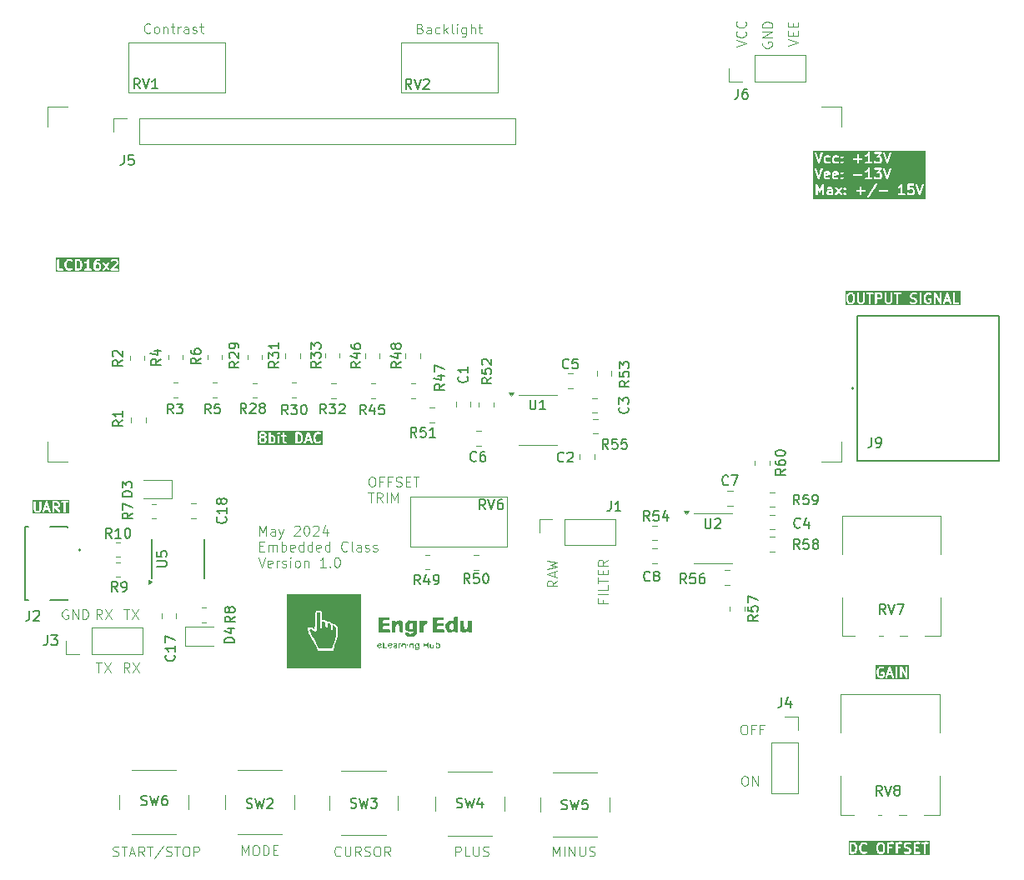
<source format=gbr>
%TF.GenerationSoftware,KiCad,Pcbnew,8.0.0*%
%TF.CreationDate,2024-05-21T23:25:33-06:00*%
%TF.ProjectId,2024_Discovery_DDS_Shield,32303234-5f44-4697-9363-6f766572795f,rev?*%
%TF.SameCoordinates,Original*%
%TF.FileFunction,Legend,Top*%
%TF.FilePolarity,Positive*%
%FSLAX46Y46*%
G04 Gerber Fmt 4.6, Leading zero omitted, Abs format (unit mm)*
G04 Created by KiCad (PCBNEW 8.0.0) date 2024-05-21 23:25:33*
%MOMM*%
%LPD*%
G01*
G04 APERTURE LIST*
%ADD10C,0.100000*%
%ADD11C,0.125000*%
%ADD12C,0.200000*%
%ADD13C,0.150000*%
%ADD14C,0.120000*%
%ADD15C,0.127000*%
%ADD16C,0.000000*%
G04 APERTURE END LIST*
D10*
X93890112Y-98627619D02*
X93556779Y-98151428D01*
X93318684Y-98627619D02*
X93318684Y-97627619D01*
X93318684Y-97627619D02*
X93699636Y-97627619D01*
X93699636Y-97627619D02*
X93794874Y-97675238D01*
X93794874Y-97675238D02*
X93842493Y-97722857D01*
X93842493Y-97722857D02*
X93890112Y-97818095D01*
X93890112Y-97818095D02*
X93890112Y-97960952D01*
X93890112Y-97960952D02*
X93842493Y-98056190D01*
X93842493Y-98056190D02*
X93794874Y-98103809D01*
X93794874Y-98103809D02*
X93699636Y-98151428D01*
X93699636Y-98151428D02*
X93318684Y-98151428D01*
X94223446Y-97627619D02*
X94890112Y-98627619D01*
X94890112Y-97627619D02*
X94223446Y-98627619D01*
X90483427Y-97653019D02*
X91054855Y-97653019D01*
X90769141Y-98653019D02*
X90769141Y-97653019D01*
X91292951Y-97653019D02*
X91959617Y-98653019D01*
X91959617Y-97653019D02*
X91292951Y-98653019D01*
X166162702Y-41129800D02*
X164156102Y-41129800D01*
X166162702Y-41129800D02*
X166162702Y-43136400D01*
X166162702Y-77172400D02*
X164156102Y-77172400D01*
X85593902Y-77172400D02*
X85593902Y-75165800D01*
X85593902Y-77172400D02*
X87600502Y-77172400D01*
X85593902Y-41129800D02*
X87600502Y-41129800D01*
X85593902Y-41129800D02*
X85593902Y-43136400D01*
X166162702Y-77172400D02*
X166162702Y-75165800D01*
D11*
X107101931Y-84713031D02*
X107101931Y-83713031D01*
X107101931Y-83713031D02*
X107435264Y-84427316D01*
X107435264Y-84427316D02*
X107768597Y-83713031D01*
X107768597Y-83713031D02*
X107768597Y-84713031D01*
X108673359Y-84713031D02*
X108673359Y-84189221D01*
X108673359Y-84189221D02*
X108625740Y-84093983D01*
X108625740Y-84093983D02*
X108530502Y-84046364D01*
X108530502Y-84046364D02*
X108340026Y-84046364D01*
X108340026Y-84046364D02*
X108244788Y-84093983D01*
X108673359Y-84665412D02*
X108578121Y-84713031D01*
X108578121Y-84713031D02*
X108340026Y-84713031D01*
X108340026Y-84713031D02*
X108244788Y-84665412D01*
X108244788Y-84665412D02*
X108197169Y-84570173D01*
X108197169Y-84570173D02*
X108197169Y-84474935D01*
X108197169Y-84474935D02*
X108244788Y-84379697D01*
X108244788Y-84379697D02*
X108340026Y-84332078D01*
X108340026Y-84332078D02*
X108578121Y-84332078D01*
X108578121Y-84332078D02*
X108673359Y-84284459D01*
X109054312Y-84046364D02*
X109292407Y-84713031D01*
X109530502Y-84046364D02*
X109292407Y-84713031D01*
X109292407Y-84713031D02*
X109197169Y-84951126D01*
X109197169Y-84951126D02*
X109149550Y-84998745D01*
X109149550Y-84998745D02*
X109054312Y-85046364D01*
X110625741Y-83808269D02*
X110673360Y-83760650D01*
X110673360Y-83760650D02*
X110768598Y-83713031D01*
X110768598Y-83713031D02*
X111006693Y-83713031D01*
X111006693Y-83713031D02*
X111101931Y-83760650D01*
X111101931Y-83760650D02*
X111149550Y-83808269D01*
X111149550Y-83808269D02*
X111197169Y-83903507D01*
X111197169Y-83903507D02*
X111197169Y-83998745D01*
X111197169Y-83998745D02*
X111149550Y-84141602D01*
X111149550Y-84141602D02*
X110578122Y-84713031D01*
X110578122Y-84713031D02*
X111197169Y-84713031D01*
X111816217Y-83713031D02*
X111911455Y-83713031D01*
X111911455Y-83713031D02*
X112006693Y-83760650D01*
X112006693Y-83760650D02*
X112054312Y-83808269D01*
X112054312Y-83808269D02*
X112101931Y-83903507D01*
X112101931Y-83903507D02*
X112149550Y-84093983D01*
X112149550Y-84093983D02*
X112149550Y-84332078D01*
X112149550Y-84332078D02*
X112101931Y-84522554D01*
X112101931Y-84522554D02*
X112054312Y-84617792D01*
X112054312Y-84617792D02*
X112006693Y-84665412D01*
X112006693Y-84665412D02*
X111911455Y-84713031D01*
X111911455Y-84713031D02*
X111816217Y-84713031D01*
X111816217Y-84713031D02*
X111720979Y-84665412D01*
X111720979Y-84665412D02*
X111673360Y-84617792D01*
X111673360Y-84617792D02*
X111625741Y-84522554D01*
X111625741Y-84522554D02*
X111578122Y-84332078D01*
X111578122Y-84332078D02*
X111578122Y-84093983D01*
X111578122Y-84093983D02*
X111625741Y-83903507D01*
X111625741Y-83903507D02*
X111673360Y-83808269D01*
X111673360Y-83808269D02*
X111720979Y-83760650D01*
X111720979Y-83760650D02*
X111816217Y-83713031D01*
X112530503Y-83808269D02*
X112578122Y-83760650D01*
X112578122Y-83760650D02*
X112673360Y-83713031D01*
X112673360Y-83713031D02*
X112911455Y-83713031D01*
X112911455Y-83713031D02*
X113006693Y-83760650D01*
X113006693Y-83760650D02*
X113054312Y-83808269D01*
X113054312Y-83808269D02*
X113101931Y-83903507D01*
X113101931Y-83903507D02*
X113101931Y-83998745D01*
X113101931Y-83998745D02*
X113054312Y-84141602D01*
X113054312Y-84141602D02*
X112482884Y-84713031D01*
X112482884Y-84713031D02*
X113101931Y-84713031D01*
X113959074Y-84046364D02*
X113959074Y-84713031D01*
X113720979Y-83665412D02*
X113482884Y-84379697D01*
X113482884Y-84379697D02*
X114101931Y-84379697D01*
X107101931Y-85799165D02*
X107435264Y-85799165D01*
X107578121Y-86322975D02*
X107101931Y-86322975D01*
X107101931Y-86322975D02*
X107101931Y-85322975D01*
X107101931Y-85322975D02*
X107578121Y-85322975D01*
X108006693Y-86322975D02*
X108006693Y-85656308D01*
X108006693Y-85751546D02*
X108054312Y-85703927D01*
X108054312Y-85703927D02*
X108149550Y-85656308D01*
X108149550Y-85656308D02*
X108292407Y-85656308D01*
X108292407Y-85656308D02*
X108387645Y-85703927D01*
X108387645Y-85703927D02*
X108435264Y-85799165D01*
X108435264Y-85799165D02*
X108435264Y-86322975D01*
X108435264Y-85799165D02*
X108482883Y-85703927D01*
X108482883Y-85703927D02*
X108578121Y-85656308D01*
X108578121Y-85656308D02*
X108720978Y-85656308D01*
X108720978Y-85656308D02*
X108816217Y-85703927D01*
X108816217Y-85703927D02*
X108863836Y-85799165D01*
X108863836Y-85799165D02*
X108863836Y-86322975D01*
X109340026Y-86322975D02*
X109340026Y-85322975D01*
X109340026Y-85703927D02*
X109435264Y-85656308D01*
X109435264Y-85656308D02*
X109625740Y-85656308D01*
X109625740Y-85656308D02*
X109720978Y-85703927D01*
X109720978Y-85703927D02*
X109768597Y-85751546D01*
X109768597Y-85751546D02*
X109816216Y-85846784D01*
X109816216Y-85846784D02*
X109816216Y-86132498D01*
X109816216Y-86132498D02*
X109768597Y-86227736D01*
X109768597Y-86227736D02*
X109720978Y-86275356D01*
X109720978Y-86275356D02*
X109625740Y-86322975D01*
X109625740Y-86322975D02*
X109435264Y-86322975D01*
X109435264Y-86322975D02*
X109340026Y-86275356D01*
X110625740Y-86275356D02*
X110530502Y-86322975D01*
X110530502Y-86322975D02*
X110340026Y-86322975D01*
X110340026Y-86322975D02*
X110244788Y-86275356D01*
X110244788Y-86275356D02*
X110197169Y-86180117D01*
X110197169Y-86180117D02*
X110197169Y-85799165D01*
X110197169Y-85799165D02*
X110244788Y-85703927D01*
X110244788Y-85703927D02*
X110340026Y-85656308D01*
X110340026Y-85656308D02*
X110530502Y-85656308D01*
X110530502Y-85656308D02*
X110625740Y-85703927D01*
X110625740Y-85703927D02*
X110673359Y-85799165D01*
X110673359Y-85799165D02*
X110673359Y-85894403D01*
X110673359Y-85894403D02*
X110197169Y-85989641D01*
X111530502Y-86322975D02*
X111530502Y-85322975D01*
X111530502Y-86275356D02*
X111435264Y-86322975D01*
X111435264Y-86322975D02*
X111244788Y-86322975D01*
X111244788Y-86322975D02*
X111149550Y-86275356D01*
X111149550Y-86275356D02*
X111101931Y-86227736D01*
X111101931Y-86227736D02*
X111054312Y-86132498D01*
X111054312Y-86132498D02*
X111054312Y-85846784D01*
X111054312Y-85846784D02*
X111101931Y-85751546D01*
X111101931Y-85751546D02*
X111149550Y-85703927D01*
X111149550Y-85703927D02*
X111244788Y-85656308D01*
X111244788Y-85656308D02*
X111435264Y-85656308D01*
X111435264Y-85656308D02*
X111530502Y-85703927D01*
X112435264Y-86322975D02*
X112435264Y-85322975D01*
X112435264Y-86275356D02*
X112340026Y-86322975D01*
X112340026Y-86322975D02*
X112149550Y-86322975D01*
X112149550Y-86322975D02*
X112054312Y-86275356D01*
X112054312Y-86275356D02*
X112006693Y-86227736D01*
X112006693Y-86227736D02*
X111959074Y-86132498D01*
X111959074Y-86132498D02*
X111959074Y-85846784D01*
X111959074Y-85846784D02*
X112006693Y-85751546D01*
X112006693Y-85751546D02*
X112054312Y-85703927D01*
X112054312Y-85703927D02*
X112149550Y-85656308D01*
X112149550Y-85656308D02*
X112340026Y-85656308D01*
X112340026Y-85656308D02*
X112435264Y-85703927D01*
X113292407Y-86275356D02*
X113197169Y-86322975D01*
X113197169Y-86322975D02*
X113006693Y-86322975D01*
X113006693Y-86322975D02*
X112911455Y-86275356D01*
X112911455Y-86275356D02*
X112863836Y-86180117D01*
X112863836Y-86180117D02*
X112863836Y-85799165D01*
X112863836Y-85799165D02*
X112911455Y-85703927D01*
X112911455Y-85703927D02*
X113006693Y-85656308D01*
X113006693Y-85656308D02*
X113197169Y-85656308D01*
X113197169Y-85656308D02*
X113292407Y-85703927D01*
X113292407Y-85703927D02*
X113340026Y-85799165D01*
X113340026Y-85799165D02*
X113340026Y-85894403D01*
X113340026Y-85894403D02*
X112863836Y-85989641D01*
X114197169Y-86322975D02*
X114197169Y-85322975D01*
X114197169Y-86275356D02*
X114101931Y-86322975D01*
X114101931Y-86322975D02*
X113911455Y-86322975D01*
X113911455Y-86322975D02*
X113816217Y-86275356D01*
X113816217Y-86275356D02*
X113768598Y-86227736D01*
X113768598Y-86227736D02*
X113720979Y-86132498D01*
X113720979Y-86132498D02*
X113720979Y-85846784D01*
X113720979Y-85846784D02*
X113768598Y-85751546D01*
X113768598Y-85751546D02*
X113816217Y-85703927D01*
X113816217Y-85703927D02*
X113911455Y-85656308D01*
X113911455Y-85656308D02*
X114101931Y-85656308D01*
X114101931Y-85656308D02*
X114197169Y-85703927D01*
X116006693Y-86227736D02*
X115959074Y-86275356D01*
X115959074Y-86275356D02*
X115816217Y-86322975D01*
X115816217Y-86322975D02*
X115720979Y-86322975D01*
X115720979Y-86322975D02*
X115578122Y-86275356D01*
X115578122Y-86275356D02*
X115482884Y-86180117D01*
X115482884Y-86180117D02*
X115435265Y-86084879D01*
X115435265Y-86084879D02*
X115387646Y-85894403D01*
X115387646Y-85894403D02*
X115387646Y-85751546D01*
X115387646Y-85751546D02*
X115435265Y-85561070D01*
X115435265Y-85561070D02*
X115482884Y-85465832D01*
X115482884Y-85465832D02*
X115578122Y-85370594D01*
X115578122Y-85370594D02*
X115720979Y-85322975D01*
X115720979Y-85322975D02*
X115816217Y-85322975D01*
X115816217Y-85322975D02*
X115959074Y-85370594D01*
X115959074Y-85370594D02*
X116006693Y-85418213D01*
X116578122Y-86322975D02*
X116482884Y-86275356D01*
X116482884Y-86275356D02*
X116435265Y-86180117D01*
X116435265Y-86180117D02*
X116435265Y-85322975D01*
X117387646Y-86322975D02*
X117387646Y-85799165D01*
X117387646Y-85799165D02*
X117340027Y-85703927D01*
X117340027Y-85703927D02*
X117244789Y-85656308D01*
X117244789Y-85656308D02*
X117054313Y-85656308D01*
X117054313Y-85656308D02*
X116959075Y-85703927D01*
X117387646Y-86275356D02*
X117292408Y-86322975D01*
X117292408Y-86322975D02*
X117054313Y-86322975D01*
X117054313Y-86322975D02*
X116959075Y-86275356D01*
X116959075Y-86275356D02*
X116911456Y-86180117D01*
X116911456Y-86180117D02*
X116911456Y-86084879D01*
X116911456Y-86084879D02*
X116959075Y-85989641D01*
X116959075Y-85989641D02*
X117054313Y-85942022D01*
X117054313Y-85942022D02*
X117292408Y-85942022D01*
X117292408Y-85942022D02*
X117387646Y-85894403D01*
X117816218Y-86275356D02*
X117911456Y-86322975D01*
X117911456Y-86322975D02*
X118101932Y-86322975D01*
X118101932Y-86322975D02*
X118197170Y-86275356D01*
X118197170Y-86275356D02*
X118244789Y-86180117D01*
X118244789Y-86180117D02*
X118244789Y-86132498D01*
X118244789Y-86132498D02*
X118197170Y-86037260D01*
X118197170Y-86037260D02*
X118101932Y-85989641D01*
X118101932Y-85989641D02*
X117959075Y-85989641D01*
X117959075Y-85989641D02*
X117863837Y-85942022D01*
X117863837Y-85942022D02*
X117816218Y-85846784D01*
X117816218Y-85846784D02*
X117816218Y-85799165D01*
X117816218Y-85799165D02*
X117863837Y-85703927D01*
X117863837Y-85703927D02*
X117959075Y-85656308D01*
X117959075Y-85656308D02*
X118101932Y-85656308D01*
X118101932Y-85656308D02*
X118197170Y-85703927D01*
X118625742Y-86275356D02*
X118720980Y-86322975D01*
X118720980Y-86322975D02*
X118911456Y-86322975D01*
X118911456Y-86322975D02*
X119006694Y-86275356D01*
X119006694Y-86275356D02*
X119054313Y-86180117D01*
X119054313Y-86180117D02*
X119054313Y-86132498D01*
X119054313Y-86132498D02*
X119006694Y-86037260D01*
X119006694Y-86037260D02*
X118911456Y-85989641D01*
X118911456Y-85989641D02*
X118768599Y-85989641D01*
X118768599Y-85989641D02*
X118673361Y-85942022D01*
X118673361Y-85942022D02*
X118625742Y-85846784D01*
X118625742Y-85846784D02*
X118625742Y-85799165D01*
X118625742Y-85799165D02*
X118673361Y-85703927D01*
X118673361Y-85703927D02*
X118768599Y-85656308D01*
X118768599Y-85656308D02*
X118911456Y-85656308D01*
X118911456Y-85656308D02*
X119006694Y-85703927D01*
X106959074Y-86932919D02*
X107292407Y-87932919D01*
X107292407Y-87932919D02*
X107625740Y-86932919D01*
X108340026Y-87885300D02*
X108244788Y-87932919D01*
X108244788Y-87932919D02*
X108054312Y-87932919D01*
X108054312Y-87932919D02*
X107959074Y-87885300D01*
X107959074Y-87885300D02*
X107911455Y-87790061D01*
X107911455Y-87790061D02*
X107911455Y-87409109D01*
X107911455Y-87409109D02*
X107959074Y-87313871D01*
X107959074Y-87313871D02*
X108054312Y-87266252D01*
X108054312Y-87266252D02*
X108244788Y-87266252D01*
X108244788Y-87266252D02*
X108340026Y-87313871D01*
X108340026Y-87313871D02*
X108387645Y-87409109D01*
X108387645Y-87409109D02*
X108387645Y-87504347D01*
X108387645Y-87504347D02*
X107911455Y-87599585D01*
X108816217Y-87932919D02*
X108816217Y-87266252D01*
X108816217Y-87456728D02*
X108863836Y-87361490D01*
X108863836Y-87361490D02*
X108911455Y-87313871D01*
X108911455Y-87313871D02*
X109006693Y-87266252D01*
X109006693Y-87266252D02*
X109101931Y-87266252D01*
X109387646Y-87885300D02*
X109482884Y-87932919D01*
X109482884Y-87932919D02*
X109673360Y-87932919D01*
X109673360Y-87932919D02*
X109768598Y-87885300D01*
X109768598Y-87885300D02*
X109816217Y-87790061D01*
X109816217Y-87790061D02*
X109816217Y-87742442D01*
X109816217Y-87742442D02*
X109768598Y-87647204D01*
X109768598Y-87647204D02*
X109673360Y-87599585D01*
X109673360Y-87599585D02*
X109530503Y-87599585D01*
X109530503Y-87599585D02*
X109435265Y-87551966D01*
X109435265Y-87551966D02*
X109387646Y-87456728D01*
X109387646Y-87456728D02*
X109387646Y-87409109D01*
X109387646Y-87409109D02*
X109435265Y-87313871D01*
X109435265Y-87313871D02*
X109530503Y-87266252D01*
X109530503Y-87266252D02*
X109673360Y-87266252D01*
X109673360Y-87266252D02*
X109768598Y-87313871D01*
X110244789Y-87932919D02*
X110244789Y-87266252D01*
X110244789Y-86932919D02*
X110197170Y-86980538D01*
X110197170Y-86980538D02*
X110244789Y-87028157D01*
X110244789Y-87028157D02*
X110292408Y-86980538D01*
X110292408Y-86980538D02*
X110244789Y-86932919D01*
X110244789Y-86932919D02*
X110244789Y-87028157D01*
X110863836Y-87932919D02*
X110768598Y-87885300D01*
X110768598Y-87885300D02*
X110720979Y-87837680D01*
X110720979Y-87837680D02*
X110673360Y-87742442D01*
X110673360Y-87742442D02*
X110673360Y-87456728D01*
X110673360Y-87456728D02*
X110720979Y-87361490D01*
X110720979Y-87361490D02*
X110768598Y-87313871D01*
X110768598Y-87313871D02*
X110863836Y-87266252D01*
X110863836Y-87266252D02*
X111006693Y-87266252D01*
X111006693Y-87266252D02*
X111101931Y-87313871D01*
X111101931Y-87313871D02*
X111149550Y-87361490D01*
X111149550Y-87361490D02*
X111197169Y-87456728D01*
X111197169Y-87456728D02*
X111197169Y-87742442D01*
X111197169Y-87742442D02*
X111149550Y-87837680D01*
X111149550Y-87837680D02*
X111101931Y-87885300D01*
X111101931Y-87885300D02*
X111006693Y-87932919D01*
X111006693Y-87932919D02*
X110863836Y-87932919D01*
X111625741Y-87266252D02*
X111625741Y-87932919D01*
X111625741Y-87361490D02*
X111673360Y-87313871D01*
X111673360Y-87313871D02*
X111768598Y-87266252D01*
X111768598Y-87266252D02*
X111911455Y-87266252D01*
X111911455Y-87266252D02*
X112006693Y-87313871D01*
X112006693Y-87313871D02*
X112054312Y-87409109D01*
X112054312Y-87409109D02*
X112054312Y-87932919D01*
X113816217Y-87932919D02*
X113244789Y-87932919D01*
X113530503Y-87932919D02*
X113530503Y-86932919D01*
X113530503Y-86932919D02*
X113435265Y-87075776D01*
X113435265Y-87075776D02*
X113340027Y-87171014D01*
X113340027Y-87171014D02*
X113244789Y-87218633D01*
X114244789Y-87837680D02*
X114292408Y-87885300D01*
X114292408Y-87885300D02*
X114244789Y-87932919D01*
X114244789Y-87932919D02*
X114197170Y-87885300D01*
X114197170Y-87885300D02*
X114244789Y-87837680D01*
X114244789Y-87837680D02*
X114244789Y-87932919D01*
X114911455Y-86932919D02*
X115006693Y-86932919D01*
X115006693Y-86932919D02*
X115101931Y-86980538D01*
X115101931Y-86980538D02*
X115149550Y-87028157D01*
X115149550Y-87028157D02*
X115197169Y-87123395D01*
X115197169Y-87123395D02*
X115244788Y-87313871D01*
X115244788Y-87313871D02*
X115244788Y-87551966D01*
X115244788Y-87551966D02*
X115197169Y-87742442D01*
X115197169Y-87742442D02*
X115149550Y-87837680D01*
X115149550Y-87837680D02*
X115101931Y-87885300D01*
X115101931Y-87885300D02*
X115006693Y-87932919D01*
X115006693Y-87932919D02*
X114911455Y-87932919D01*
X114911455Y-87932919D02*
X114816217Y-87885300D01*
X114816217Y-87885300D02*
X114768598Y-87837680D01*
X114768598Y-87837680D02*
X114720979Y-87742442D01*
X114720979Y-87742442D02*
X114673360Y-87551966D01*
X114673360Y-87551966D02*
X114673360Y-87313871D01*
X114673360Y-87313871D02*
X114720979Y-87123395D01*
X114720979Y-87123395D02*
X114768598Y-87028157D01*
X114768598Y-87028157D02*
X114816217Y-86980538D01*
X114816217Y-86980538D02*
X114911455Y-86932919D01*
D10*
X95998312Y-33584580D02*
X95950693Y-33632200D01*
X95950693Y-33632200D02*
X95807836Y-33679819D01*
X95807836Y-33679819D02*
X95712598Y-33679819D01*
X95712598Y-33679819D02*
X95569741Y-33632200D01*
X95569741Y-33632200D02*
X95474503Y-33536961D01*
X95474503Y-33536961D02*
X95426884Y-33441723D01*
X95426884Y-33441723D02*
X95379265Y-33251247D01*
X95379265Y-33251247D02*
X95379265Y-33108390D01*
X95379265Y-33108390D02*
X95426884Y-32917914D01*
X95426884Y-32917914D02*
X95474503Y-32822676D01*
X95474503Y-32822676D02*
X95569741Y-32727438D01*
X95569741Y-32727438D02*
X95712598Y-32679819D01*
X95712598Y-32679819D02*
X95807836Y-32679819D01*
X95807836Y-32679819D02*
X95950693Y-32727438D01*
X95950693Y-32727438D02*
X95998312Y-32775057D01*
X96569741Y-33679819D02*
X96474503Y-33632200D01*
X96474503Y-33632200D02*
X96426884Y-33584580D01*
X96426884Y-33584580D02*
X96379265Y-33489342D01*
X96379265Y-33489342D02*
X96379265Y-33203628D01*
X96379265Y-33203628D02*
X96426884Y-33108390D01*
X96426884Y-33108390D02*
X96474503Y-33060771D01*
X96474503Y-33060771D02*
X96569741Y-33013152D01*
X96569741Y-33013152D02*
X96712598Y-33013152D01*
X96712598Y-33013152D02*
X96807836Y-33060771D01*
X96807836Y-33060771D02*
X96855455Y-33108390D01*
X96855455Y-33108390D02*
X96903074Y-33203628D01*
X96903074Y-33203628D02*
X96903074Y-33489342D01*
X96903074Y-33489342D02*
X96855455Y-33584580D01*
X96855455Y-33584580D02*
X96807836Y-33632200D01*
X96807836Y-33632200D02*
X96712598Y-33679819D01*
X96712598Y-33679819D02*
X96569741Y-33679819D01*
X97331646Y-33013152D02*
X97331646Y-33679819D01*
X97331646Y-33108390D02*
X97379265Y-33060771D01*
X97379265Y-33060771D02*
X97474503Y-33013152D01*
X97474503Y-33013152D02*
X97617360Y-33013152D01*
X97617360Y-33013152D02*
X97712598Y-33060771D01*
X97712598Y-33060771D02*
X97760217Y-33156009D01*
X97760217Y-33156009D02*
X97760217Y-33679819D01*
X98093551Y-33013152D02*
X98474503Y-33013152D01*
X98236408Y-32679819D02*
X98236408Y-33536961D01*
X98236408Y-33536961D02*
X98284027Y-33632200D01*
X98284027Y-33632200D02*
X98379265Y-33679819D01*
X98379265Y-33679819D02*
X98474503Y-33679819D01*
X98807837Y-33679819D02*
X98807837Y-33013152D01*
X98807837Y-33203628D02*
X98855456Y-33108390D01*
X98855456Y-33108390D02*
X98903075Y-33060771D01*
X98903075Y-33060771D02*
X98998313Y-33013152D01*
X98998313Y-33013152D02*
X99093551Y-33013152D01*
X99855456Y-33679819D02*
X99855456Y-33156009D01*
X99855456Y-33156009D02*
X99807837Y-33060771D01*
X99807837Y-33060771D02*
X99712599Y-33013152D01*
X99712599Y-33013152D02*
X99522123Y-33013152D01*
X99522123Y-33013152D02*
X99426885Y-33060771D01*
X99855456Y-33632200D02*
X99760218Y-33679819D01*
X99760218Y-33679819D02*
X99522123Y-33679819D01*
X99522123Y-33679819D02*
X99426885Y-33632200D01*
X99426885Y-33632200D02*
X99379266Y-33536961D01*
X99379266Y-33536961D02*
X99379266Y-33441723D01*
X99379266Y-33441723D02*
X99426885Y-33346485D01*
X99426885Y-33346485D02*
X99522123Y-33298866D01*
X99522123Y-33298866D02*
X99760218Y-33298866D01*
X99760218Y-33298866D02*
X99855456Y-33251247D01*
X100284028Y-33632200D02*
X100379266Y-33679819D01*
X100379266Y-33679819D02*
X100569742Y-33679819D01*
X100569742Y-33679819D02*
X100664980Y-33632200D01*
X100664980Y-33632200D02*
X100712599Y-33536961D01*
X100712599Y-33536961D02*
X100712599Y-33489342D01*
X100712599Y-33489342D02*
X100664980Y-33394104D01*
X100664980Y-33394104D02*
X100569742Y-33346485D01*
X100569742Y-33346485D02*
X100426885Y-33346485D01*
X100426885Y-33346485D02*
X100331647Y-33298866D01*
X100331647Y-33298866D02*
X100284028Y-33203628D01*
X100284028Y-33203628D02*
X100284028Y-33156009D01*
X100284028Y-33156009D02*
X100331647Y-33060771D01*
X100331647Y-33060771D02*
X100426885Y-33013152D01*
X100426885Y-33013152D02*
X100569742Y-33013152D01*
X100569742Y-33013152D02*
X100664980Y-33060771D01*
X100998314Y-33013152D02*
X101379266Y-33013152D01*
X101141171Y-32679819D02*
X101141171Y-33536961D01*
X101141171Y-33536961D02*
X101188790Y-33632200D01*
X101188790Y-33632200D02*
X101284028Y-33679819D01*
X101284028Y-33679819D02*
X101379266Y-33679819D01*
D12*
G36*
X167230308Y-60233684D02*
G01*
X167296698Y-60298440D01*
X167334952Y-60445865D01*
X167336631Y-60754329D01*
X167298896Y-60911190D01*
X167236452Y-60975210D01*
X167175584Y-61006813D01*
X167032255Y-61008124D01*
X166972864Y-60979552D01*
X166906475Y-60914796D01*
X166868221Y-60767371D01*
X166866542Y-60458908D01*
X166904277Y-60302046D01*
X166966720Y-60238027D01*
X167027588Y-60206424D01*
X167170918Y-60205113D01*
X167230308Y-60233684D01*
G37*
G36*
X177011800Y-60721436D02*
G01*
X176810494Y-60722216D01*
X176910677Y-60419865D01*
X177011800Y-60721436D01*
G37*
G36*
X170087802Y-60233853D02*
G01*
X170113579Y-60258515D01*
X170144696Y-60318446D01*
X170145830Y-60414293D01*
X170117208Y-60473788D01*
X170092550Y-60499561D01*
X170032907Y-60530529D01*
X169771932Y-60531780D01*
X169771319Y-60206147D01*
X170027655Y-60204917D01*
X170087802Y-60233853D01*
G37*
G36*
X178263158Y-61317730D02*
G01*
X166557143Y-61317730D01*
X166557143Y-60439952D01*
X166668254Y-60439952D01*
X166670034Y-60766974D01*
X166668372Y-60778146D01*
X166670161Y-60790243D01*
X166670175Y-60792794D01*
X166670739Y-60794157D01*
X166671240Y-60797539D01*
X166717794Y-60976954D01*
X166717794Y-60983270D01*
X166722181Y-60993862D01*
X166725454Y-61006475D01*
X166729879Y-61012447D01*
X166732725Y-61019318D01*
X166745162Y-61034471D01*
X166841550Y-61128488D01*
X166849799Y-61138000D01*
X166854034Y-61140666D01*
X166855553Y-61142147D01*
X166857993Y-61143157D01*
X166866390Y-61148443D01*
X166949407Y-61188381D01*
X166950792Y-61189766D01*
X166961541Y-61194218D01*
X166979936Y-61203068D01*
X166983519Y-61203322D01*
X166986840Y-61204698D01*
X167006349Y-61206619D01*
X167181856Y-61205013D01*
X167184318Y-61205834D01*
X167197933Y-61204866D01*
X167216334Y-61204698D01*
X167219654Y-61203322D01*
X167223238Y-61203068D01*
X167241546Y-61196062D01*
X167336574Y-61146722D01*
X167347621Y-61142147D01*
X167351467Y-61138989D01*
X167353374Y-61138000D01*
X167355104Y-61136005D01*
X167362774Y-61129710D01*
X167449443Y-61040853D01*
X167454491Y-61037825D01*
X167461107Y-61028894D01*
X167470449Y-61019318D01*
X167473294Y-61012447D01*
X167477720Y-61006475D01*
X167484315Y-60988015D01*
X167528894Y-60802702D01*
X167532999Y-60792794D01*
X167534191Y-60780684D01*
X167534802Y-60778146D01*
X167534584Y-60776687D01*
X167534920Y-60773285D01*
X167533139Y-60446262D01*
X167534802Y-60435091D01*
X167533012Y-60422993D01*
X167532999Y-60420443D01*
X167532434Y-60419079D01*
X167531934Y-60415698D01*
X167485380Y-60236282D01*
X167485380Y-60229967D01*
X167480993Y-60219376D01*
X167477720Y-60206762D01*
X167473293Y-60200787D01*
X167470448Y-60193919D01*
X167458012Y-60178765D01*
X167384045Y-60106619D01*
X167763492Y-60106619D01*
X167765331Y-60900471D01*
X167764277Y-60903635D01*
X167765374Y-60919079D01*
X167765413Y-60935651D01*
X167766788Y-60938971D01*
X167767043Y-60942555D01*
X167774049Y-60960863D01*
X167823386Y-61055887D01*
X167827963Y-61066937D01*
X167831121Y-61070785D01*
X167832111Y-61072691D01*
X167834105Y-61074420D01*
X167840400Y-61082090D01*
X167890500Y-61130023D01*
X167897418Y-61138000D01*
X167901567Y-61140611D01*
X167903172Y-61142147D01*
X167905612Y-61143157D01*
X167914009Y-61148443D01*
X167997026Y-61188381D01*
X167998411Y-61189766D01*
X168009160Y-61194218D01*
X168027555Y-61203068D01*
X168031138Y-61203322D01*
X168034459Y-61204698D01*
X168053968Y-61206619D01*
X168229475Y-61205013D01*
X168231937Y-61205834D01*
X168245552Y-61204866D01*
X168263953Y-61204698D01*
X168267273Y-61203322D01*
X168270857Y-61203068D01*
X168289165Y-61196062D01*
X168384193Y-61146722D01*
X168395240Y-61142147D01*
X168399086Y-61138989D01*
X168400993Y-61138000D01*
X168402723Y-61136005D01*
X168410393Y-61129710D01*
X168458326Y-61079607D01*
X168466301Y-61072692D01*
X168468912Y-61068542D01*
X168470449Y-61066937D01*
X168471460Y-61064495D01*
X168476744Y-61056101D01*
X168516682Y-60973083D01*
X168518067Y-60971699D01*
X168522519Y-60960949D01*
X168531369Y-60942555D01*
X168531623Y-60938971D01*
X168532999Y-60935651D01*
X168534920Y-60916142D01*
X168533089Y-60126128D01*
X168670175Y-60126128D01*
X168685107Y-60162176D01*
X168712697Y-60189766D01*
X168748745Y-60204698D01*
X168768254Y-60206619D01*
X168954155Y-60206014D01*
X168955889Y-61126128D01*
X168970821Y-61162176D01*
X168998411Y-61189766D01*
X169034459Y-61204698D01*
X169073477Y-61204698D01*
X169109525Y-61189766D01*
X169137115Y-61162176D01*
X169152047Y-61126128D01*
X169153968Y-61106619D01*
X169152269Y-60205370D01*
X169359191Y-60204698D01*
X169395239Y-60189766D01*
X169422829Y-60162176D01*
X169437761Y-60126128D01*
X169437761Y-60106619D01*
X169573016Y-60106619D01*
X169574937Y-61126128D01*
X169589869Y-61162176D01*
X169617459Y-61189766D01*
X169653507Y-61204698D01*
X169692525Y-61204698D01*
X169728573Y-61189766D01*
X169756163Y-61162176D01*
X169771095Y-61126128D01*
X169773016Y-61106619D01*
X169772306Y-60729951D01*
X170038555Y-60728674D01*
X170041461Y-60729643D01*
X170056285Y-60728589D01*
X170073477Y-60728507D01*
X170076797Y-60727131D01*
X170080381Y-60726877D01*
X170098689Y-60719871D01*
X170193718Y-60670530D01*
X170204763Y-60665956D01*
X170208609Y-60662799D01*
X170210517Y-60661809D01*
X170212246Y-60659814D01*
X170219917Y-60653520D01*
X170267850Y-60603417D01*
X170275825Y-60596502D01*
X170278436Y-60592352D01*
X170279972Y-60590748D01*
X170280982Y-60588307D01*
X170286268Y-60579911D01*
X170326206Y-60496893D01*
X170327591Y-60495509D01*
X170332043Y-60484759D01*
X170340893Y-60466365D01*
X170341147Y-60462781D01*
X170342523Y-60459461D01*
X170344444Y-60439952D01*
X170342927Y-60311795D01*
X170343659Y-60309602D01*
X170342750Y-60296819D01*
X170342523Y-60277586D01*
X170341147Y-60274265D01*
X170340893Y-60270682D01*
X170333887Y-60252373D01*
X170284544Y-60157339D01*
X170279972Y-60146299D01*
X170276816Y-60142453D01*
X170275825Y-60140545D01*
X170273827Y-60138812D01*
X170267535Y-60131146D01*
X170241898Y-60106619D01*
X170573016Y-60106619D01*
X170574855Y-60900471D01*
X170573801Y-60903635D01*
X170574898Y-60919079D01*
X170574937Y-60935651D01*
X170576312Y-60938971D01*
X170576567Y-60942555D01*
X170583573Y-60960863D01*
X170632910Y-61055887D01*
X170637487Y-61066937D01*
X170640645Y-61070785D01*
X170641635Y-61072691D01*
X170643629Y-61074420D01*
X170649924Y-61082090D01*
X170700024Y-61130023D01*
X170706942Y-61138000D01*
X170711091Y-61140611D01*
X170712696Y-61142147D01*
X170715136Y-61143157D01*
X170723533Y-61148443D01*
X170806550Y-61188381D01*
X170807935Y-61189766D01*
X170818684Y-61194218D01*
X170837079Y-61203068D01*
X170840662Y-61203322D01*
X170843983Y-61204698D01*
X170863492Y-61206619D01*
X171038999Y-61205013D01*
X171041461Y-61205834D01*
X171055076Y-61204866D01*
X171073477Y-61204698D01*
X171076797Y-61203322D01*
X171080381Y-61203068D01*
X171098689Y-61196062D01*
X171193717Y-61146722D01*
X171204764Y-61142147D01*
X171208610Y-61138989D01*
X171210517Y-61138000D01*
X171212247Y-61136005D01*
X171219917Y-61129710D01*
X171267850Y-61079607D01*
X171275825Y-61072692D01*
X171278436Y-61068542D01*
X171279973Y-61066937D01*
X171280984Y-61064495D01*
X171286268Y-61056101D01*
X171326206Y-60973083D01*
X171327591Y-60971699D01*
X171332043Y-60960949D01*
X171340893Y-60942555D01*
X171341147Y-60938971D01*
X171342523Y-60935651D01*
X171344444Y-60916142D01*
X171342613Y-60126128D01*
X171479699Y-60126128D01*
X171494631Y-60162176D01*
X171522221Y-60189766D01*
X171558269Y-60204698D01*
X171577778Y-60206619D01*
X171763679Y-60206014D01*
X171765413Y-61126128D01*
X171780345Y-61162176D01*
X171807935Y-61189766D01*
X171843983Y-61204698D01*
X171883001Y-61204698D01*
X171919049Y-61189766D01*
X171946639Y-61162176D01*
X171961571Y-61126128D01*
X171963492Y-61106619D01*
X171961966Y-60297095D01*
X173096826Y-60297095D01*
X173098182Y-60378112D01*
X173097611Y-60379826D01*
X173098395Y-60390870D01*
X173098747Y-60411842D01*
X173100122Y-60415162D01*
X173100377Y-60418746D01*
X173107383Y-60437054D01*
X173156723Y-60532083D01*
X173161298Y-60543128D01*
X173164454Y-60546974D01*
X173165445Y-60548882D01*
X173167439Y-60550611D01*
X173173734Y-60558282D01*
X173223836Y-60606215D01*
X173230752Y-60614190D01*
X173234901Y-60616801D01*
X173236506Y-60618337D01*
X173238946Y-60619347D01*
X173247343Y-60624633D01*
X173337614Y-60668061D01*
X173344588Y-60673228D01*
X173359222Y-60678456D01*
X173360889Y-60679258D01*
X173361609Y-60679309D01*
X173363048Y-60679823D01*
X173536591Y-60721571D01*
X173611612Y-60757662D01*
X173637389Y-60782324D01*
X173668614Y-60842463D01*
X173669426Y-60890928D01*
X173641019Y-60949976D01*
X173616357Y-60975754D01*
X173556608Y-61006776D01*
X173360362Y-61008240D01*
X173209333Y-60959785D01*
X173170413Y-60962551D01*
X173135514Y-60980001D01*
X173109949Y-61009477D01*
X173097611Y-61046493D01*
X173100377Y-61085413D01*
X173117827Y-61120312D01*
X173147303Y-61145877D01*
X173165203Y-61153868D01*
X173308287Y-61199774D01*
X173320174Y-61204698D01*
X173325166Y-61205189D01*
X173327175Y-61205834D01*
X173329809Y-61205646D01*
X173339683Y-61206619D01*
X173562638Y-61204956D01*
X173565271Y-61205834D01*
X173579376Y-61204831D01*
X173597287Y-61204698D01*
X173600607Y-61203322D01*
X173604191Y-61203068D01*
X173622499Y-61196062D01*
X173717527Y-61146722D01*
X173728574Y-61142147D01*
X173732420Y-61138989D01*
X173734327Y-61138000D01*
X173736057Y-61136005D01*
X173743727Y-61129710D01*
X173791660Y-61079607D01*
X173799635Y-61072692D01*
X173802246Y-61068542D01*
X173803783Y-61066937D01*
X173804794Y-61064495D01*
X173810078Y-61056101D01*
X173850016Y-60973083D01*
X173851401Y-60971699D01*
X173855853Y-60960949D01*
X173864703Y-60942555D01*
X173864957Y-60938971D01*
X173866333Y-60935651D01*
X173868254Y-60916142D01*
X173866897Y-60835124D01*
X173867469Y-60833411D01*
X173866684Y-60822366D01*
X173866333Y-60801395D01*
X173864957Y-60798074D01*
X173864703Y-60794491D01*
X173857697Y-60776182D01*
X173808354Y-60681148D01*
X173803782Y-60670108D01*
X173800626Y-60666262D01*
X173799635Y-60664354D01*
X173797637Y-60662621D01*
X173791345Y-60654955D01*
X173741244Y-60607023D01*
X173734327Y-60599047D01*
X173730177Y-60596434D01*
X173728573Y-60594900D01*
X173726133Y-60593889D01*
X173717737Y-60588604D01*
X173627465Y-60545175D01*
X173620492Y-60540009D01*
X173605859Y-60534781D01*
X173604191Y-60533979D01*
X173603468Y-60533927D01*
X173602031Y-60533414D01*
X173428488Y-60491665D01*
X173353465Y-60455573D01*
X173327692Y-60430915D01*
X173296465Y-60370772D01*
X173295653Y-60322308D01*
X173324060Y-60263260D01*
X173348722Y-60237483D01*
X173408470Y-60206461D01*
X173604716Y-60204997D01*
X173755746Y-60253453D01*
X173794666Y-60250687D01*
X173829565Y-60233237D01*
X173855130Y-60203761D01*
X173867469Y-60166745D01*
X173864702Y-60127825D01*
X173854099Y-60106619D01*
X174096826Y-60106619D01*
X174098747Y-61126128D01*
X174113679Y-61162176D01*
X174141269Y-61189766D01*
X174177317Y-61204698D01*
X174216335Y-61204698D01*
X174252383Y-61189766D01*
X174279973Y-61162176D01*
X174294905Y-61126128D01*
X174296826Y-61106619D01*
X174295749Y-60535190D01*
X174525397Y-60535190D01*
X174527024Y-60672763D01*
X174525515Y-60682908D01*
X174527286Y-60694886D01*
X174527318Y-60697556D01*
X174527882Y-60698919D01*
X174528383Y-60702301D01*
X174575887Y-60885380D01*
X174576567Y-60894936D01*
X174582158Y-60909548D01*
X174582597Y-60911237D01*
X174583027Y-60911817D01*
X174583573Y-60913244D01*
X174632909Y-61008266D01*
X174637487Y-61019318D01*
X174640645Y-61023166D01*
X174641635Y-61025072D01*
X174643629Y-61026801D01*
X174649924Y-61034471D01*
X174735869Y-61118302D01*
X174736874Y-61120312D01*
X174746398Y-61128572D01*
X174760315Y-61142147D01*
X174763634Y-61143522D01*
X174766350Y-61145877D01*
X174784250Y-61153868D01*
X174927334Y-61199774D01*
X174939221Y-61204698D01*
X174944213Y-61205189D01*
X174946222Y-61205834D01*
X174948856Y-61205646D01*
X174958730Y-61206619D01*
X175054872Y-61205009D01*
X175066475Y-61205834D01*
X175071311Y-61204734D01*
X175073477Y-61204698D01*
X175075919Y-61203686D01*
X175085591Y-61201487D01*
X175213968Y-61157078D01*
X175216335Y-61157078D01*
X175228327Y-61152110D01*
X175246348Y-61145877D01*
X175249063Y-61143522D01*
X175252383Y-61142147D01*
X175267536Y-61129710D01*
X175327592Y-61066937D01*
X175341039Y-61034471D01*
X175342523Y-61030889D01*
X175344444Y-61011380D01*
X175342523Y-60658538D01*
X175327591Y-60622490D01*
X175300001Y-60594900D01*
X175263953Y-60579968D01*
X175244444Y-60578047D01*
X175034459Y-60579968D01*
X174998411Y-60594900D01*
X174970821Y-60622490D01*
X174955889Y-60658538D01*
X174955889Y-60697556D01*
X174970821Y-60733604D01*
X174998411Y-60761194D01*
X175034459Y-60776126D01*
X175053968Y-60778047D01*
X175144983Y-60777214D01*
X175146031Y-60969624D01*
X175144402Y-60971327D01*
X175041791Y-61006822D01*
X174978304Y-61007885D01*
X174871564Y-60973640D01*
X174804425Y-60908152D01*
X174768804Y-60839545D01*
X174725325Y-60671980D01*
X174723919Y-60553173D01*
X174764159Y-60385900D01*
X174800081Y-60311230D01*
X174867388Y-60242224D01*
X174970727Y-60206477D01*
X175075928Y-60205232D01*
X175170412Y-60250687D01*
X175209332Y-60253453D01*
X175246348Y-60241114D01*
X175275825Y-60215549D01*
X175293274Y-60180651D01*
X175296039Y-60141731D01*
X175284336Y-60106619D01*
X175573016Y-60106619D01*
X175574937Y-61126128D01*
X175589869Y-61162176D01*
X175617459Y-61189766D01*
X175653507Y-61204698D01*
X175692525Y-61204698D01*
X175728573Y-61189766D01*
X175756163Y-61162176D01*
X175771095Y-61126128D01*
X175773016Y-61106619D01*
X175771835Y-60479875D01*
X176156333Y-61150193D01*
X176161297Y-61162176D01*
X176165776Y-61166655D01*
X176168967Y-61172218D01*
X176179483Y-61180362D01*
X176188887Y-61189766D01*
X176194774Y-61192204D01*
X176199816Y-61196109D01*
X176212648Y-61199608D01*
X176224935Y-61204698D01*
X176231311Y-61204698D01*
X176237460Y-61206375D01*
X176250653Y-61204698D01*
X176263953Y-61204698D01*
X176269841Y-61202258D01*
X176276166Y-61201455D01*
X176287715Y-61194854D01*
X176300001Y-61189766D01*
X176304508Y-61185258D01*
X176310043Y-61182096D01*
X176318187Y-61171579D01*
X176327591Y-61162176D01*
X176330029Y-61156288D01*
X176333934Y-61151247D01*
X176337433Y-61138414D01*
X176342523Y-61126128D01*
X176343505Y-61116150D01*
X176344200Y-61113604D01*
X176343949Y-61111636D01*
X176344444Y-61106619D01*
X176344420Y-61094112D01*
X176478563Y-61094112D01*
X176481329Y-61133032D01*
X176498779Y-61167931D01*
X176528255Y-61193496D01*
X176565271Y-61205834D01*
X176604191Y-61203068D01*
X176639090Y-61185618D01*
X176664655Y-61156142D01*
X176672646Y-61138242D01*
X176744752Y-60920625D01*
X177078160Y-60919333D01*
X177157567Y-61156142D01*
X177183132Y-61185618D01*
X177218031Y-61203067D01*
X177256951Y-61205834D01*
X177293967Y-61193495D01*
X177323443Y-61167930D01*
X177340893Y-61133031D01*
X177343659Y-61094111D01*
X177339312Y-61074996D01*
X177014594Y-60106619D01*
X177477778Y-60106619D01*
X177479699Y-61126128D01*
X177494631Y-61162176D01*
X177522221Y-61189766D01*
X177558269Y-61204698D01*
X177577778Y-61206619D01*
X178073477Y-61204698D01*
X178109525Y-61189766D01*
X178137115Y-61162176D01*
X178152047Y-61126128D01*
X178152047Y-61087110D01*
X178137115Y-61051062D01*
X178109525Y-61023472D01*
X178073477Y-61008540D01*
X178053968Y-61006619D01*
X177677592Y-61008077D01*
X177675857Y-60087110D01*
X177660925Y-60051062D01*
X177633335Y-60023472D01*
X177597287Y-60008540D01*
X177558269Y-60008540D01*
X177522221Y-60023472D01*
X177494631Y-60051062D01*
X177479699Y-60087110D01*
X177477778Y-60106619D01*
X177014594Y-60106619D01*
X177008050Y-60087103D01*
X177007560Y-60080207D01*
X177002027Y-60069141D01*
X176997988Y-60057096D01*
X176993303Y-60051694D01*
X176990110Y-60045308D01*
X176980641Y-60037095D01*
X176972423Y-60027620D01*
X176966031Y-60024423D01*
X176960634Y-60019743D01*
X176948740Y-60015778D01*
X176937524Y-60010170D01*
X176930396Y-60009663D01*
X176923618Y-60007404D01*
X176911113Y-60008293D01*
X176898604Y-60007404D01*
X176891822Y-60009664D01*
X176884698Y-60010171D01*
X176873489Y-60015774D01*
X176861588Y-60019742D01*
X176856187Y-60024425D01*
X176849799Y-60027620D01*
X176841583Y-60037091D01*
X176832112Y-60045307D01*
X176828917Y-60051696D01*
X176824234Y-60057096D01*
X176816243Y-60074997D01*
X176578019Y-60793954D01*
X176574937Y-60801395D01*
X176574937Y-60803256D01*
X176478563Y-61094112D01*
X176344420Y-61094112D01*
X176342523Y-60087110D01*
X176327591Y-60051062D01*
X176300001Y-60023472D01*
X176263953Y-60008540D01*
X176224935Y-60008540D01*
X176188887Y-60023472D01*
X176161297Y-60051062D01*
X176146365Y-60087110D01*
X176144444Y-60106619D01*
X176145624Y-60733362D01*
X175761126Y-60063044D01*
X175756163Y-60051062D01*
X175751683Y-60046582D01*
X175748493Y-60041020D01*
X175737978Y-60032877D01*
X175728573Y-60023472D01*
X175722682Y-60021032D01*
X175717644Y-60017130D01*
X175704815Y-60013631D01*
X175692525Y-60008540D01*
X175686150Y-60008540D01*
X175680001Y-60006863D01*
X175666808Y-60008540D01*
X175653507Y-60008540D01*
X175647618Y-60010979D01*
X175641294Y-60011783D01*
X175629744Y-60018383D01*
X175617459Y-60023472D01*
X175612951Y-60027979D01*
X175607417Y-60031142D01*
X175599274Y-60041656D01*
X175589869Y-60051062D01*
X175587429Y-60056952D01*
X175583527Y-60061991D01*
X175580028Y-60074819D01*
X175574937Y-60087110D01*
X175573954Y-60097087D01*
X175573260Y-60099634D01*
X175573510Y-60101601D01*
X175573016Y-60106619D01*
X175284336Y-60106619D01*
X175283701Y-60104715D01*
X175258136Y-60075238D01*
X175241546Y-60064795D01*
X175158528Y-60024856D01*
X175157144Y-60023472D01*
X175146394Y-60019019D01*
X175128000Y-60010170D01*
X175124416Y-60009915D01*
X175121096Y-60008540D01*
X175101587Y-60006619D01*
X174958926Y-60008306D01*
X174946222Y-60007404D01*
X174941336Y-60008514D01*
X174939221Y-60008540D01*
X174936779Y-60009551D01*
X174927107Y-60011751D01*
X174798733Y-60056159D01*
X174796364Y-60056159D01*
X174784367Y-60061128D01*
X174766350Y-60067361D01*
X174763634Y-60069716D01*
X174760316Y-60071091D01*
X174745162Y-60083527D01*
X174651145Y-60179916D01*
X174641635Y-60188165D01*
X174638968Y-60192401D01*
X174637488Y-60193919D01*
X174636477Y-60196358D01*
X174631192Y-60204755D01*
X174587763Y-60295026D01*
X174582597Y-60302000D01*
X174577369Y-60316632D01*
X174576567Y-60318301D01*
X174576515Y-60319023D01*
X174576002Y-60320461D01*
X174531422Y-60505771D01*
X174527318Y-60515681D01*
X174526125Y-60527790D01*
X174525515Y-60530329D01*
X174525732Y-60531787D01*
X174525397Y-60535190D01*
X174295749Y-60535190D01*
X174294905Y-60087110D01*
X174279973Y-60051062D01*
X174252383Y-60023472D01*
X174216335Y-60008540D01*
X174177317Y-60008540D01*
X174141269Y-60023472D01*
X174113679Y-60051062D01*
X174098747Y-60087110D01*
X174096826Y-60106619D01*
X173854099Y-60106619D01*
X173847253Y-60092926D01*
X173817777Y-60067361D01*
X173799876Y-60059370D01*
X173656796Y-60013465D01*
X173644906Y-60008540D01*
X173639912Y-60008048D01*
X173637904Y-60007404D01*
X173635270Y-60007591D01*
X173625397Y-60006619D01*
X173402441Y-60008281D01*
X173399809Y-60007404D01*
X173385703Y-60008406D01*
X173367793Y-60008540D01*
X173364472Y-60009915D01*
X173360889Y-60010170D01*
X173342580Y-60017176D01*
X173247546Y-60066518D01*
X173236506Y-60071091D01*
X173232660Y-60074246D01*
X173230752Y-60075238D01*
X173229019Y-60077235D01*
X173221353Y-60083528D01*
X173173421Y-60133628D01*
X173165445Y-60140546D01*
X173162832Y-60144695D01*
X173161298Y-60146300D01*
X173160287Y-60148739D01*
X173155002Y-60157136D01*
X173115063Y-60240153D01*
X173113679Y-60241538D01*
X173109226Y-60252287D01*
X173100377Y-60270682D01*
X173100122Y-60274265D01*
X173098747Y-60277586D01*
X173096826Y-60297095D01*
X171961966Y-60297095D01*
X171961793Y-60205370D01*
X172168715Y-60204698D01*
X172204763Y-60189766D01*
X172232353Y-60162176D01*
X172247285Y-60126128D01*
X172247285Y-60087110D01*
X172232353Y-60051062D01*
X172204763Y-60023472D01*
X172168715Y-60008540D01*
X172149206Y-60006619D01*
X171558269Y-60008540D01*
X171522221Y-60023472D01*
X171494631Y-60051062D01*
X171479699Y-60087110D01*
X171479699Y-60126128D01*
X171342613Y-60126128D01*
X171342523Y-60087110D01*
X171327591Y-60051062D01*
X171300001Y-60023472D01*
X171263953Y-60008540D01*
X171224935Y-60008540D01*
X171188887Y-60023472D01*
X171161297Y-60051062D01*
X171146365Y-60087110D01*
X171144444Y-60106619D01*
X171146258Y-60889594D01*
X171117209Y-60949976D01*
X171092547Y-60975754D01*
X171032727Y-61006813D01*
X170889398Y-61008124D01*
X170829655Y-60979383D01*
X170803881Y-60954724D01*
X170772967Y-60895182D01*
X170771095Y-60087110D01*
X170756163Y-60051062D01*
X170728573Y-60023472D01*
X170692525Y-60008540D01*
X170653507Y-60008540D01*
X170617459Y-60023472D01*
X170589869Y-60051062D01*
X170574937Y-60087110D01*
X170573016Y-60106619D01*
X170241898Y-60106619D01*
X170217434Y-60083214D01*
X170210517Y-60075238D01*
X170206367Y-60072625D01*
X170204763Y-60071091D01*
X170202323Y-60070080D01*
X170193927Y-60064795D01*
X170110909Y-60024856D01*
X170109525Y-60023472D01*
X170098775Y-60019019D01*
X170080381Y-60010170D01*
X170076797Y-60009915D01*
X170073477Y-60008540D01*
X170053968Y-60006619D01*
X169653507Y-60008540D01*
X169617459Y-60023472D01*
X169589869Y-60051062D01*
X169574937Y-60087110D01*
X169573016Y-60106619D01*
X169437761Y-60106619D01*
X169437761Y-60087110D01*
X169422829Y-60051062D01*
X169395239Y-60023472D01*
X169359191Y-60008540D01*
X169339682Y-60006619D01*
X168748745Y-60008540D01*
X168712697Y-60023472D01*
X168685107Y-60051062D01*
X168670175Y-60087110D01*
X168670175Y-60126128D01*
X168533089Y-60126128D01*
X168532999Y-60087110D01*
X168518067Y-60051062D01*
X168490477Y-60023472D01*
X168454429Y-60008540D01*
X168415411Y-60008540D01*
X168379363Y-60023472D01*
X168351773Y-60051062D01*
X168336841Y-60087110D01*
X168334920Y-60106619D01*
X168336734Y-60889594D01*
X168307685Y-60949976D01*
X168283023Y-60975754D01*
X168223203Y-61006813D01*
X168079874Y-61008124D01*
X168020131Y-60979383D01*
X167994357Y-60954724D01*
X167963443Y-60895182D01*
X167961571Y-60087110D01*
X167946639Y-60051062D01*
X167919049Y-60023472D01*
X167883001Y-60008540D01*
X167843983Y-60008540D01*
X167807935Y-60023472D01*
X167780345Y-60051062D01*
X167765413Y-60087110D01*
X167763492Y-60106619D01*
X167384045Y-60106619D01*
X167361622Y-60084748D01*
X167353374Y-60075238D01*
X167349137Y-60072571D01*
X167347620Y-60071091D01*
X167345180Y-60070080D01*
X167336784Y-60064795D01*
X167253766Y-60024856D01*
X167252382Y-60023472D01*
X167241632Y-60019019D01*
X167223238Y-60010170D01*
X167219654Y-60009915D01*
X167216334Y-60008540D01*
X167196825Y-60006619D01*
X167021317Y-60008224D01*
X167018856Y-60007404D01*
X167005240Y-60008371D01*
X166986840Y-60008540D01*
X166983519Y-60009915D01*
X166979936Y-60010170D01*
X166961627Y-60017176D01*
X166866593Y-60066518D01*
X166855554Y-60071091D01*
X166851709Y-60074246D01*
X166849799Y-60075238D01*
X166848066Y-60077235D01*
X166840400Y-60083527D01*
X166753732Y-60172382D01*
X166748683Y-60175412D01*
X166742063Y-60184346D01*
X166732726Y-60193919D01*
X166729880Y-60200787D01*
X166725454Y-60206762D01*
X166718859Y-60225223D01*
X166674279Y-60410533D01*
X166670175Y-60420443D01*
X166668982Y-60432552D01*
X166668372Y-60435091D01*
X166668589Y-60436549D01*
X166668254Y-60439952D01*
X166557143Y-60439952D01*
X166557143Y-59895508D01*
X178263158Y-59895508D01*
X178263158Y-61317730D01*
G37*
D10*
X155488819Y-35068772D02*
X156488819Y-34735439D01*
X156488819Y-34735439D02*
X155488819Y-34402106D01*
X156393580Y-33497344D02*
X156441200Y-33544963D01*
X156441200Y-33544963D02*
X156488819Y-33687820D01*
X156488819Y-33687820D02*
X156488819Y-33783058D01*
X156488819Y-33783058D02*
X156441200Y-33925915D01*
X156441200Y-33925915D02*
X156345961Y-34021153D01*
X156345961Y-34021153D02*
X156250723Y-34068772D01*
X156250723Y-34068772D02*
X156060247Y-34116391D01*
X156060247Y-34116391D02*
X155917390Y-34116391D01*
X155917390Y-34116391D02*
X155726914Y-34068772D01*
X155726914Y-34068772D02*
X155631676Y-34021153D01*
X155631676Y-34021153D02*
X155536438Y-33925915D01*
X155536438Y-33925915D02*
X155488819Y-33783058D01*
X155488819Y-33783058D02*
X155488819Y-33687820D01*
X155488819Y-33687820D02*
X155536438Y-33544963D01*
X155536438Y-33544963D02*
X155584057Y-33497344D01*
X156393580Y-32497344D02*
X156441200Y-32544963D01*
X156441200Y-32544963D02*
X156488819Y-32687820D01*
X156488819Y-32687820D02*
X156488819Y-32783058D01*
X156488819Y-32783058D02*
X156441200Y-32925915D01*
X156441200Y-32925915D02*
X156345961Y-33021153D01*
X156345961Y-33021153D02*
X156250723Y-33068772D01*
X156250723Y-33068772D02*
X156060247Y-33116391D01*
X156060247Y-33116391D02*
X155917390Y-33116391D01*
X155917390Y-33116391D02*
X155726914Y-33068772D01*
X155726914Y-33068772D02*
X155631676Y-33021153D01*
X155631676Y-33021153D02*
X155536438Y-32925915D01*
X155536438Y-32925915D02*
X155488819Y-32783058D01*
X155488819Y-32783058D02*
X155488819Y-32687820D01*
X155488819Y-32687820D02*
X155536438Y-32544963D01*
X155536438Y-32544963D02*
X155584057Y-32497344D01*
D12*
G36*
X88762856Y-56835998D02*
G01*
X88829997Y-56901485D01*
X88865617Y-56970089D01*
X88909096Y-57137656D01*
X88910502Y-57256464D01*
X88870262Y-57423736D01*
X88834340Y-57498406D01*
X88767031Y-57567414D01*
X88663849Y-57603107D01*
X88537410Y-57604050D01*
X88535899Y-56802285D01*
X88655011Y-56801397D01*
X88762856Y-56835998D01*
G37*
G36*
X90757145Y-57211205D02*
G01*
X90782922Y-57235867D01*
X90813944Y-57295615D01*
X90815368Y-57486478D01*
X90786552Y-57546376D01*
X90761890Y-57572154D01*
X90702070Y-57603213D01*
X90558741Y-57604524D01*
X90498998Y-57575783D01*
X90473224Y-57551124D01*
X90442257Y-57491481D01*
X90441336Y-57299349D01*
X90469593Y-57240612D01*
X90494255Y-57214835D01*
X90554074Y-57183776D01*
X90697404Y-57182465D01*
X90757145Y-57211205D01*
G37*
G36*
X92886803Y-57914130D02*
G01*
X86416962Y-57914130D01*
X86416962Y-56703019D01*
X86528073Y-56703019D01*
X86529994Y-57722528D01*
X86544926Y-57758576D01*
X86572516Y-57786166D01*
X86608564Y-57801098D01*
X86628073Y-57803019D01*
X87123772Y-57801098D01*
X87159820Y-57786166D01*
X87187410Y-57758576D01*
X87202342Y-57722528D01*
X87202342Y-57683510D01*
X87187410Y-57647462D01*
X87159820Y-57619872D01*
X87123772Y-57604940D01*
X87104263Y-57603019D01*
X86727887Y-57604477D01*
X86726996Y-57131590D01*
X87289978Y-57131590D01*
X87291605Y-57269163D01*
X87290096Y-57279308D01*
X87291867Y-57291286D01*
X87291899Y-57293956D01*
X87292463Y-57295319D01*
X87292964Y-57298701D01*
X87340468Y-57481780D01*
X87341148Y-57491336D01*
X87346739Y-57505948D01*
X87347178Y-57507637D01*
X87347608Y-57508217D01*
X87348154Y-57509644D01*
X87397490Y-57604666D01*
X87402068Y-57615718D01*
X87405226Y-57619566D01*
X87406216Y-57621472D01*
X87408210Y-57623201D01*
X87414505Y-57630871D01*
X87500450Y-57714702D01*
X87501455Y-57716712D01*
X87510979Y-57724972D01*
X87524896Y-57738547D01*
X87528215Y-57739922D01*
X87530931Y-57742277D01*
X87548831Y-57750268D01*
X87691915Y-57796174D01*
X87703802Y-57801098D01*
X87708794Y-57801589D01*
X87710803Y-57802234D01*
X87713437Y-57802046D01*
X87723311Y-57803019D01*
X87819453Y-57801409D01*
X87831056Y-57802234D01*
X87835892Y-57801134D01*
X87838058Y-57801098D01*
X87840500Y-57800086D01*
X87850172Y-57797887D01*
X87978549Y-57753478D01*
X87980916Y-57753478D01*
X87992908Y-57748510D01*
X88010929Y-57742277D01*
X88013644Y-57739922D01*
X88016964Y-57738547D01*
X88032117Y-57726110D01*
X88092173Y-57663337D01*
X88107104Y-57627288D01*
X88107103Y-57588270D01*
X88092172Y-57552222D01*
X88064581Y-57524632D01*
X88028533Y-57509701D01*
X87989515Y-57509702D01*
X87953467Y-57524633D01*
X87938313Y-57537070D01*
X87908983Y-57567727D01*
X87806372Y-57603222D01*
X87742885Y-57604285D01*
X87636145Y-57570040D01*
X87569006Y-57504552D01*
X87533385Y-57435945D01*
X87489906Y-57268380D01*
X87488500Y-57149573D01*
X87528740Y-56982300D01*
X87564662Y-56907630D01*
X87631969Y-56838624D01*
X87735487Y-56802815D01*
X87798973Y-56801752D01*
X87906154Y-56836139D01*
X87953467Y-56881404D01*
X87989516Y-56896335D01*
X88028534Y-56896335D01*
X88064582Y-56881404D01*
X88092172Y-56853814D01*
X88107103Y-56817766D01*
X88107103Y-56778748D01*
X88092172Y-56742699D01*
X88079735Y-56727546D01*
X88054098Y-56703019D01*
X88337597Y-56703019D01*
X88339518Y-57722528D01*
X88354450Y-57758576D01*
X88382040Y-57786166D01*
X88418088Y-57801098D01*
X88437597Y-57803019D01*
X88674397Y-57801253D01*
X88688199Y-57802234D01*
X88693126Y-57801113D01*
X88695201Y-57801098D01*
X88697643Y-57800086D01*
X88707315Y-57797887D01*
X88835692Y-57753478D01*
X88838059Y-57753478D01*
X88850051Y-57748510D01*
X88868072Y-57742277D01*
X88870787Y-57739922D01*
X88874107Y-57738547D01*
X88889260Y-57726110D01*
X88983277Y-57629720D01*
X88992787Y-57621473D01*
X88995453Y-57617237D01*
X88996935Y-57615718D01*
X88997946Y-57613276D01*
X89003230Y-57604882D01*
X89046658Y-57514610D01*
X89051825Y-57507637D01*
X89057053Y-57493002D01*
X89057855Y-57491336D01*
X89057906Y-57490615D01*
X89058420Y-57489177D01*
X89102999Y-57303864D01*
X89107104Y-57293956D01*
X89108296Y-57281846D01*
X89108907Y-57279308D01*
X89108689Y-57277849D01*
X89109025Y-57274447D01*
X89107397Y-57136873D01*
X89108907Y-57126729D01*
X89107135Y-57114750D01*
X89107104Y-57112081D01*
X89106539Y-57110717D01*
X89106039Y-57107336D01*
X89072019Y-56976226D01*
X89290763Y-56976226D01*
X89293529Y-57015146D01*
X89310978Y-57050045D01*
X89340455Y-57075609D01*
X89377471Y-57087948D01*
X89416391Y-57085182D01*
X89434699Y-57078176D01*
X89529728Y-57028835D01*
X89540773Y-57024261D01*
X89544619Y-57021104D01*
X89546527Y-57020114D01*
X89548256Y-57018119D01*
X89555927Y-57011825D01*
X89576234Y-56991004D01*
X89577390Y-57604267D01*
X89370469Y-57604940D01*
X89334421Y-57619872D01*
X89306831Y-57647462D01*
X89291899Y-57683510D01*
X89291899Y-57722528D01*
X89306831Y-57758576D01*
X89334421Y-57786166D01*
X89370469Y-57801098D01*
X89389978Y-57803019D01*
X89980915Y-57801098D01*
X90016963Y-57786166D01*
X90044553Y-57758576D01*
X90059485Y-57722528D01*
X90059485Y-57683510D01*
X90044553Y-57647462D01*
X90016963Y-57619872D01*
X89980915Y-57604940D01*
X89961406Y-57603019D01*
X89775504Y-57603623D01*
X89774615Y-57131590D01*
X90242359Y-57131590D01*
X90244112Y-57497129D01*
X90243144Y-57500035D01*
X90244197Y-57514859D01*
X90244280Y-57532051D01*
X90245655Y-57535371D01*
X90245910Y-57538955D01*
X90252916Y-57557263D01*
X90302253Y-57652287D01*
X90306830Y-57663337D01*
X90309988Y-57667185D01*
X90310978Y-57669091D01*
X90312972Y-57670820D01*
X90319267Y-57678490D01*
X90369367Y-57726423D01*
X90376285Y-57734400D01*
X90380434Y-57737011D01*
X90382039Y-57738547D01*
X90384479Y-57739557D01*
X90392876Y-57744843D01*
X90475893Y-57784781D01*
X90477278Y-57786166D01*
X90488027Y-57790618D01*
X90506422Y-57799468D01*
X90510005Y-57799722D01*
X90513326Y-57801098D01*
X90532835Y-57803019D01*
X90708342Y-57801413D01*
X90710804Y-57802234D01*
X90724419Y-57801266D01*
X90742820Y-57801098D01*
X90746140Y-57799722D01*
X90749724Y-57799468D01*
X90768032Y-57792462D01*
X90863060Y-57743122D01*
X90874107Y-57738547D01*
X90877953Y-57735389D01*
X90879860Y-57734400D01*
X90881590Y-57732405D01*
X90889260Y-57726110D01*
X90918702Y-57695335D01*
X91147417Y-57695335D01*
X91152066Y-57734075D01*
X91171185Y-57768087D01*
X91201866Y-57792193D01*
X91239437Y-57802723D01*
X91278177Y-57798074D01*
X91312189Y-57778955D01*
X91325753Y-57764801D01*
X91509380Y-57530024D01*
X91705862Y-57778955D01*
X91739874Y-57798074D01*
X91778614Y-57802723D01*
X91816185Y-57792193D01*
X91846866Y-57768087D01*
X91865985Y-57734075D01*
X91867371Y-57722528D01*
X91958566Y-57722528D01*
X91973498Y-57758576D01*
X92001088Y-57786166D01*
X92037136Y-57801098D01*
X92056645Y-57803019D01*
X92695201Y-57801098D01*
X92731249Y-57786166D01*
X92758839Y-57758576D01*
X92773771Y-57722528D01*
X92773771Y-57683510D01*
X92758839Y-57647462D01*
X92731249Y-57619872D01*
X92695201Y-57604940D01*
X92675692Y-57603019D01*
X92296139Y-57604160D01*
X92686402Y-57212080D01*
X92689385Y-57210589D01*
X92699533Y-57198887D01*
X92711220Y-57187147D01*
X92712594Y-57183828D01*
X92714950Y-57181113D01*
X92722941Y-57163213D01*
X92768847Y-57020128D01*
X92773771Y-57008242D01*
X92774262Y-57003249D01*
X92774907Y-57001241D01*
X92774719Y-56998606D01*
X92775692Y-56988733D01*
X92774335Y-56907715D01*
X92774907Y-56906002D01*
X92774122Y-56894957D01*
X92773771Y-56873986D01*
X92772395Y-56870665D01*
X92772141Y-56867082D01*
X92765135Y-56848773D01*
X92715792Y-56753739D01*
X92711220Y-56742699D01*
X92708064Y-56738853D01*
X92707073Y-56736945D01*
X92705075Y-56735212D01*
X92698783Y-56727546D01*
X92648682Y-56679614D01*
X92641765Y-56671638D01*
X92637615Y-56669025D01*
X92636011Y-56667491D01*
X92633571Y-56666480D01*
X92625175Y-56661195D01*
X92542157Y-56621256D01*
X92540773Y-56619872D01*
X92530023Y-56615419D01*
X92511629Y-56606570D01*
X92508045Y-56606315D01*
X92504725Y-56604940D01*
X92485216Y-56603019D01*
X92262260Y-56604681D01*
X92259628Y-56603804D01*
X92245522Y-56604806D01*
X92227612Y-56604940D01*
X92224291Y-56606315D01*
X92220708Y-56606570D01*
X92202399Y-56613576D01*
X92107365Y-56662918D01*
X92096325Y-56667491D01*
X92092479Y-56670646D01*
X92090571Y-56671638D01*
X92088838Y-56673635D01*
X92081172Y-56679928D01*
X92021117Y-56742700D01*
X92006185Y-56778748D01*
X92006185Y-56817766D01*
X92021117Y-56853814D01*
X92048707Y-56881404D01*
X92084755Y-56896336D01*
X92123773Y-56896336D01*
X92159821Y-56881404D01*
X92174975Y-56868968D01*
X92208541Y-56833883D01*
X92268289Y-56802861D01*
X92459152Y-56801437D01*
X92519050Y-56830253D01*
X92544827Y-56854915D01*
X92576052Y-56915054D01*
X92576958Y-56969158D01*
X92542856Y-57075452D01*
X91973498Y-57647462D01*
X91958566Y-57683510D01*
X91958566Y-57722528D01*
X91867371Y-57722528D01*
X91870634Y-57695335D01*
X91860104Y-57657764D01*
X91849562Y-57641237D01*
X91635005Y-57369406D01*
X91860104Y-57081607D01*
X91870634Y-57044036D01*
X91865985Y-57005296D01*
X91846866Y-56971284D01*
X91816185Y-56947178D01*
X91778614Y-56936648D01*
X91739874Y-56941297D01*
X91705862Y-56960416D01*
X91692298Y-56974570D01*
X91508670Y-57209346D01*
X91312189Y-56960416D01*
X91278177Y-56941297D01*
X91239437Y-56936648D01*
X91201866Y-56947178D01*
X91171185Y-56971284D01*
X91152066Y-57005296D01*
X91147417Y-57044036D01*
X91157947Y-57081607D01*
X91168489Y-57098134D01*
X91383045Y-57369964D01*
X91157947Y-57657764D01*
X91147417Y-57695335D01*
X90918702Y-57695335D01*
X90937193Y-57676007D01*
X90945168Y-57669092D01*
X90947779Y-57664942D01*
X90949316Y-57663337D01*
X90950327Y-57660895D01*
X90955611Y-57652501D01*
X90995549Y-57569483D01*
X90996934Y-57568099D01*
X91001386Y-57557349D01*
X91010236Y-57538955D01*
X91010490Y-57535371D01*
X91011866Y-57532051D01*
X91013787Y-57512542D01*
X91012124Y-57289586D01*
X91013002Y-57286954D01*
X91011999Y-57272848D01*
X91011866Y-57254938D01*
X91010490Y-57251617D01*
X91010236Y-57248034D01*
X91003230Y-57229725D01*
X90953887Y-57134691D01*
X90949315Y-57123651D01*
X90946159Y-57119805D01*
X90945168Y-57117897D01*
X90943170Y-57116164D01*
X90936878Y-57108498D01*
X90886777Y-57060566D01*
X90879860Y-57052590D01*
X90875710Y-57049977D01*
X90874106Y-57048443D01*
X90871666Y-57047432D01*
X90863270Y-57042147D01*
X90780252Y-57002208D01*
X90778868Y-57000824D01*
X90768118Y-56996371D01*
X90749724Y-56987522D01*
X90746140Y-56987267D01*
X90742820Y-56985892D01*
X90723311Y-56983971D01*
X90547803Y-56985576D01*
X90545342Y-56984756D01*
X90531726Y-56985723D01*
X90513326Y-56985892D01*
X90510005Y-56987267D01*
X90506422Y-56987522D01*
X90488113Y-56994528D01*
X90476762Y-57000421D01*
X90480316Y-56985647D01*
X90557477Y-56867347D01*
X90589493Y-56833883D01*
X90649312Y-56802824D01*
X90838058Y-56801098D01*
X90874106Y-56786166D01*
X90901696Y-56758576D01*
X90916628Y-56722528D01*
X90916628Y-56683510D01*
X90901696Y-56647462D01*
X90874106Y-56619872D01*
X90838058Y-56604940D01*
X90818549Y-56603019D01*
X90643041Y-56604624D01*
X90640580Y-56603804D01*
X90626964Y-56604771D01*
X90608564Y-56604940D01*
X90605243Y-56606315D01*
X90601660Y-56606570D01*
X90583351Y-56613576D01*
X90488317Y-56662918D01*
X90477277Y-56667491D01*
X90473431Y-56670646D01*
X90471523Y-56671638D01*
X90469790Y-56673635D01*
X90462124Y-56679928D01*
X90420178Y-56723770D01*
X90414431Y-56727620D01*
X90402160Y-56742603D01*
X90402069Y-56742700D01*
X90402055Y-56742732D01*
X90402011Y-56742787D01*
X90307523Y-56887651D01*
X90299559Y-56898400D01*
X90298404Y-56901632D01*
X90297550Y-56902942D01*
X90297070Y-56905365D01*
X90292964Y-56916861D01*
X90248384Y-57102171D01*
X90244280Y-57112081D01*
X90243087Y-57124190D01*
X90242477Y-57126729D01*
X90242694Y-57128187D01*
X90242359Y-57131590D01*
X89774615Y-57131590D01*
X89773825Y-56712350D01*
X89775692Y-56702914D01*
X89773789Y-56693402D01*
X89773771Y-56683510D01*
X89769981Y-56674361D01*
X89768040Y-56664654D01*
X89762588Y-56656513D01*
X89758839Y-56647462D01*
X89751839Y-56640462D01*
X89746329Y-56632234D01*
X89738174Y-56626797D01*
X89731249Y-56619872D01*
X89722105Y-56616084D01*
X89713864Y-56610590D01*
X89704250Y-56608688D01*
X89695201Y-56604940D01*
X89685300Y-56604940D01*
X89675588Y-56603019D01*
X89665983Y-56604940D01*
X89656183Y-56604940D01*
X89647034Y-56608729D01*
X89637327Y-56610671D01*
X89629186Y-56616122D01*
X89620135Y-56619872D01*
X89613135Y-56626871D01*
X89604907Y-56632382D01*
X89592618Y-56647388D01*
X89592545Y-56647462D01*
X89592531Y-56647494D01*
X89592487Y-56647549D01*
X89508253Y-56776692D01*
X89429607Y-56857323D01*
X89328666Y-56909733D01*
X89303102Y-56939210D01*
X89290763Y-56976226D01*
X89072019Y-56976226D01*
X89058534Y-56924256D01*
X89057855Y-56914701D01*
X89052262Y-56900085D01*
X89051825Y-56898400D01*
X89051395Y-56897820D01*
X89050849Y-56896392D01*
X89001506Y-56801358D01*
X88996934Y-56790319D01*
X88993778Y-56786474D01*
X88992787Y-56784564D01*
X88990789Y-56782831D01*
X88984498Y-56775165D01*
X88898553Y-56691336D01*
X88897548Y-56689326D01*
X88888018Y-56681060D01*
X88874106Y-56667491D01*
X88870787Y-56666116D01*
X88868072Y-56663761D01*
X88850171Y-56655770D01*
X88707091Y-56609865D01*
X88695201Y-56604940D01*
X88690207Y-56604448D01*
X88688199Y-56603804D01*
X88685565Y-56603991D01*
X88675692Y-56603019D01*
X88418088Y-56604940D01*
X88382040Y-56619872D01*
X88354450Y-56647462D01*
X88339518Y-56683510D01*
X88337597Y-56703019D01*
X88054098Y-56703019D01*
X88040972Y-56690461D01*
X88040405Y-56689326D01*
X88033779Y-56683579D01*
X88016963Y-56667491D01*
X88013644Y-56666116D01*
X88010929Y-56663761D01*
X87993028Y-56655770D01*
X87849948Y-56609865D01*
X87838058Y-56604940D01*
X87833064Y-56604448D01*
X87831056Y-56603804D01*
X87828422Y-56603991D01*
X87818549Y-56603019D01*
X87722405Y-56604628D01*
X87710803Y-56603804D01*
X87705967Y-56604903D01*
X87703802Y-56604940D01*
X87701360Y-56605951D01*
X87691688Y-56608151D01*
X87563314Y-56652559D01*
X87560945Y-56652559D01*
X87548948Y-56657528D01*
X87530931Y-56663761D01*
X87528215Y-56666116D01*
X87524897Y-56667491D01*
X87509743Y-56679927D01*
X87415726Y-56776316D01*
X87406216Y-56784565D01*
X87403549Y-56788801D01*
X87402069Y-56790319D01*
X87401058Y-56792758D01*
X87395773Y-56801155D01*
X87352344Y-56891426D01*
X87347178Y-56898400D01*
X87341950Y-56913032D01*
X87341148Y-56914701D01*
X87341096Y-56915423D01*
X87340583Y-56916861D01*
X87296003Y-57102171D01*
X87291899Y-57112081D01*
X87290706Y-57124190D01*
X87290096Y-57126729D01*
X87290313Y-57128187D01*
X87289978Y-57131590D01*
X86726996Y-57131590D01*
X86726152Y-56683510D01*
X86711220Y-56647462D01*
X86683630Y-56619872D01*
X86647582Y-56604940D01*
X86608564Y-56604940D01*
X86572516Y-56619872D01*
X86544926Y-56647462D01*
X86529994Y-56683510D01*
X86528073Y-56703019D01*
X86416962Y-56703019D01*
X86416962Y-56491908D01*
X92886803Y-56491908D01*
X92886803Y-57914130D01*
G37*
D10*
X87619493Y-92239638D02*
X87524255Y-92192019D01*
X87524255Y-92192019D02*
X87381398Y-92192019D01*
X87381398Y-92192019D02*
X87238541Y-92239638D01*
X87238541Y-92239638D02*
X87143303Y-92334876D01*
X87143303Y-92334876D02*
X87095684Y-92430114D01*
X87095684Y-92430114D02*
X87048065Y-92620590D01*
X87048065Y-92620590D02*
X87048065Y-92763447D01*
X87048065Y-92763447D02*
X87095684Y-92953923D01*
X87095684Y-92953923D02*
X87143303Y-93049161D01*
X87143303Y-93049161D02*
X87238541Y-93144400D01*
X87238541Y-93144400D02*
X87381398Y-93192019D01*
X87381398Y-93192019D02*
X87476636Y-93192019D01*
X87476636Y-93192019D02*
X87619493Y-93144400D01*
X87619493Y-93144400D02*
X87667112Y-93096780D01*
X87667112Y-93096780D02*
X87667112Y-92763447D01*
X87667112Y-92763447D02*
X87476636Y-92763447D01*
X88095684Y-93192019D02*
X88095684Y-92192019D01*
X88095684Y-92192019D02*
X88667112Y-93192019D01*
X88667112Y-93192019D02*
X88667112Y-92192019D01*
X89143303Y-93192019D02*
X89143303Y-92192019D01*
X89143303Y-92192019D02*
X89381398Y-92192019D01*
X89381398Y-92192019D02*
X89524255Y-92239638D01*
X89524255Y-92239638D02*
X89619493Y-92334876D01*
X89619493Y-92334876D02*
X89667112Y-92430114D01*
X89667112Y-92430114D02*
X89714731Y-92620590D01*
X89714731Y-92620590D02*
X89714731Y-92763447D01*
X89714731Y-92763447D02*
X89667112Y-92953923D01*
X89667112Y-92953923D02*
X89619493Y-93049161D01*
X89619493Y-93049161D02*
X89524255Y-93144400D01*
X89524255Y-93144400D02*
X89381398Y-93192019D01*
X89381398Y-93192019D02*
X89143303Y-93192019D01*
D12*
G36*
X86585421Y-81417453D02*
G01*
X86611198Y-81442115D01*
X86642315Y-81502046D01*
X86643449Y-81597893D01*
X86614827Y-81657388D01*
X86590169Y-81683161D01*
X86530526Y-81714129D01*
X86410272Y-81714705D01*
X86406562Y-81714051D01*
X86403458Y-81714738D01*
X86269551Y-81715380D01*
X86268938Y-81389747D01*
X86525274Y-81388517D01*
X86585421Y-81417453D01*
G37*
G36*
X85604657Y-81905036D02*
G01*
X85403351Y-81905816D01*
X85503534Y-81603465D01*
X85604657Y-81905036D01*
G37*
G36*
X87808396Y-82501330D02*
G01*
X84054762Y-82501330D01*
X84054762Y-81290219D01*
X84165873Y-81290219D01*
X84167712Y-82084071D01*
X84166658Y-82087235D01*
X84167755Y-82102679D01*
X84167794Y-82119251D01*
X84169169Y-82122571D01*
X84169424Y-82126155D01*
X84176430Y-82144463D01*
X84225767Y-82239487D01*
X84230344Y-82250537D01*
X84233502Y-82254385D01*
X84234492Y-82256291D01*
X84236486Y-82258020D01*
X84242781Y-82265690D01*
X84292881Y-82313623D01*
X84299799Y-82321600D01*
X84303948Y-82324211D01*
X84305553Y-82325747D01*
X84307993Y-82326757D01*
X84316390Y-82332043D01*
X84399407Y-82371981D01*
X84400792Y-82373366D01*
X84411541Y-82377818D01*
X84429936Y-82386668D01*
X84433519Y-82386922D01*
X84436840Y-82388298D01*
X84456349Y-82390219D01*
X84631856Y-82388613D01*
X84634318Y-82389434D01*
X84647933Y-82388466D01*
X84666334Y-82388298D01*
X84669654Y-82386922D01*
X84673238Y-82386668D01*
X84691546Y-82379662D01*
X84786574Y-82330322D01*
X84797621Y-82325747D01*
X84801467Y-82322589D01*
X84803374Y-82321600D01*
X84805104Y-82319605D01*
X84812774Y-82313310D01*
X84846830Y-82277712D01*
X85071420Y-82277712D01*
X85074186Y-82316632D01*
X85091636Y-82351531D01*
X85121112Y-82377096D01*
X85158128Y-82389434D01*
X85197048Y-82386668D01*
X85231947Y-82369218D01*
X85257512Y-82339742D01*
X85265503Y-82321842D01*
X85337609Y-82104225D01*
X85671017Y-82102933D01*
X85750424Y-82339742D01*
X85775989Y-82369218D01*
X85810888Y-82386667D01*
X85849808Y-82389434D01*
X85886824Y-82377095D01*
X85916300Y-82351530D01*
X85933750Y-82316631D01*
X85936516Y-82277711D01*
X85932169Y-82258596D01*
X85607451Y-81290219D01*
X86070635Y-81290219D01*
X86072556Y-82309728D01*
X86087488Y-82345776D01*
X86115078Y-82373366D01*
X86151126Y-82388298D01*
X86190144Y-82388298D01*
X86226192Y-82373366D01*
X86253782Y-82345776D01*
X86268714Y-82309728D01*
X86270635Y-82290219D01*
X86269925Y-81913551D01*
X86356240Y-81913137D01*
X86672901Y-82362446D01*
X86705806Y-82383415D01*
X86744231Y-82390196D01*
X86782325Y-82381756D01*
X86814290Y-82359381D01*
X86835259Y-82326476D01*
X86842040Y-82288052D01*
X86833600Y-82249957D01*
X86823986Y-82232873D01*
X86592783Y-81904819D01*
X86596308Y-81903471D01*
X86691337Y-81854130D01*
X86702382Y-81849556D01*
X86706228Y-81846399D01*
X86708136Y-81845409D01*
X86709865Y-81843414D01*
X86717536Y-81837120D01*
X86765469Y-81787017D01*
X86773444Y-81780102D01*
X86776055Y-81775952D01*
X86777591Y-81774348D01*
X86778601Y-81771907D01*
X86783887Y-81763511D01*
X86823825Y-81680493D01*
X86825210Y-81679109D01*
X86829662Y-81668359D01*
X86838512Y-81649965D01*
X86838766Y-81646381D01*
X86840142Y-81643061D01*
X86842063Y-81623552D01*
X86840546Y-81495395D01*
X86841278Y-81493202D01*
X86840369Y-81480419D01*
X86840142Y-81461186D01*
X86838766Y-81457865D01*
X86838512Y-81454282D01*
X86831506Y-81435973D01*
X86782163Y-81340939D01*
X86777591Y-81329899D01*
X86774435Y-81326053D01*
X86773444Y-81324145D01*
X86771446Y-81322412D01*
X86765154Y-81314746D01*
X86759909Y-81309728D01*
X86929699Y-81309728D01*
X86944631Y-81345776D01*
X86972221Y-81373366D01*
X87008269Y-81388298D01*
X87027778Y-81390219D01*
X87213679Y-81389614D01*
X87215413Y-82309728D01*
X87230345Y-82345776D01*
X87257935Y-82373366D01*
X87293983Y-82388298D01*
X87333001Y-82388298D01*
X87369049Y-82373366D01*
X87396639Y-82345776D01*
X87411571Y-82309728D01*
X87413492Y-82290219D01*
X87411793Y-81388970D01*
X87618715Y-81388298D01*
X87654763Y-81373366D01*
X87682353Y-81345776D01*
X87697285Y-81309728D01*
X87697285Y-81270710D01*
X87682353Y-81234662D01*
X87654763Y-81207072D01*
X87618715Y-81192140D01*
X87599206Y-81190219D01*
X87008269Y-81192140D01*
X86972221Y-81207072D01*
X86944631Y-81234662D01*
X86929699Y-81270710D01*
X86929699Y-81309728D01*
X86759909Y-81309728D01*
X86715053Y-81266814D01*
X86708136Y-81258838D01*
X86703986Y-81256225D01*
X86702382Y-81254691D01*
X86699942Y-81253680D01*
X86691546Y-81248395D01*
X86608528Y-81208456D01*
X86607144Y-81207072D01*
X86596394Y-81202619D01*
X86578000Y-81193770D01*
X86574416Y-81193515D01*
X86571096Y-81192140D01*
X86551587Y-81190219D01*
X86151126Y-81192140D01*
X86115078Y-81207072D01*
X86087488Y-81234662D01*
X86072556Y-81270710D01*
X86070635Y-81290219D01*
X85607451Y-81290219D01*
X85600907Y-81270703D01*
X85600417Y-81263807D01*
X85594884Y-81252741D01*
X85590845Y-81240696D01*
X85586160Y-81235294D01*
X85582967Y-81228908D01*
X85573498Y-81220695D01*
X85565280Y-81211220D01*
X85558888Y-81208023D01*
X85553491Y-81203343D01*
X85541597Y-81199378D01*
X85530381Y-81193770D01*
X85523253Y-81193263D01*
X85516475Y-81191004D01*
X85503970Y-81191893D01*
X85491461Y-81191004D01*
X85484679Y-81193264D01*
X85477555Y-81193771D01*
X85466346Y-81199374D01*
X85454445Y-81203342D01*
X85449044Y-81208025D01*
X85442656Y-81211220D01*
X85434440Y-81220691D01*
X85424969Y-81228907D01*
X85421774Y-81235296D01*
X85417091Y-81240696D01*
X85409100Y-81258597D01*
X85170876Y-81977554D01*
X85167794Y-81984995D01*
X85167794Y-81986856D01*
X85071420Y-82277712D01*
X84846830Y-82277712D01*
X84860707Y-82263207D01*
X84868682Y-82256292D01*
X84871293Y-82252142D01*
X84872830Y-82250537D01*
X84873841Y-82248095D01*
X84879125Y-82239701D01*
X84919063Y-82156683D01*
X84920448Y-82155299D01*
X84924900Y-82144549D01*
X84933750Y-82126155D01*
X84934004Y-82122571D01*
X84935380Y-82119251D01*
X84937301Y-82099742D01*
X84935380Y-81270710D01*
X84920448Y-81234662D01*
X84892858Y-81207072D01*
X84856810Y-81192140D01*
X84817792Y-81192140D01*
X84781744Y-81207072D01*
X84754154Y-81234662D01*
X84739222Y-81270710D01*
X84737301Y-81290219D01*
X84739115Y-82073194D01*
X84710066Y-82133576D01*
X84685404Y-82159354D01*
X84625584Y-82190413D01*
X84482255Y-82191724D01*
X84422512Y-82162983D01*
X84396738Y-82138324D01*
X84365824Y-82078782D01*
X84363952Y-81270710D01*
X84349020Y-81234662D01*
X84321430Y-81207072D01*
X84285382Y-81192140D01*
X84246364Y-81192140D01*
X84210316Y-81207072D01*
X84182726Y-81234662D01*
X84167794Y-81270710D01*
X84165873Y-81290219D01*
X84054762Y-81290219D01*
X84054762Y-81079108D01*
X87808396Y-81079108D01*
X87808396Y-82501330D01*
G37*
D10*
X115327712Y-117201380D02*
X115280093Y-117249000D01*
X115280093Y-117249000D02*
X115137236Y-117296619D01*
X115137236Y-117296619D02*
X115041998Y-117296619D01*
X115041998Y-117296619D02*
X114899141Y-117249000D01*
X114899141Y-117249000D02*
X114803903Y-117153761D01*
X114803903Y-117153761D02*
X114756284Y-117058523D01*
X114756284Y-117058523D02*
X114708665Y-116868047D01*
X114708665Y-116868047D02*
X114708665Y-116725190D01*
X114708665Y-116725190D02*
X114756284Y-116534714D01*
X114756284Y-116534714D02*
X114803903Y-116439476D01*
X114803903Y-116439476D02*
X114899141Y-116344238D01*
X114899141Y-116344238D02*
X115041998Y-116296619D01*
X115041998Y-116296619D02*
X115137236Y-116296619D01*
X115137236Y-116296619D02*
X115280093Y-116344238D01*
X115280093Y-116344238D02*
X115327712Y-116391857D01*
X115756284Y-116296619D02*
X115756284Y-117106142D01*
X115756284Y-117106142D02*
X115803903Y-117201380D01*
X115803903Y-117201380D02*
X115851522Y-117249000D01*
X115851522Y-117249000D02*
X115946760Y-117296619D01*
X115946760Y-117296619D02*
X116137236Y-117296619D01*
X116137236Y-117296619D02*
X116232474Y-117249000D01*
X116232474Y-117249000D02*
X116280093Y-117201380D01*
X116280093Y-117201380D02*
X116327712Y-117106142D01*
X116327712Y-117106142D02*
X116327712Y-116296619D01*
X117375331Y-117296619D02*
X117041998Y-116820428D01*
X116803903Y-117296619D02*
X116803903Y-116296619D01*
X116803903Y-116296619D02*
X117184855Y-116296619D01*
X117184855Y-116296619D02*
X117280093Y-116344238D01*
X117280093Y-116344238D02*
X117327712Y-116391857D01*
X117327712Y-116391857D02*
X117375331Y-116487095D01*
X117375331Y-116487095D02*
X117375331Y-116629952D01*
X117375331Y-116629952D02*
X117327712Y-116725190D01*
X117327712Y-116725190D02*
X117280093Y-116772809D01*
X117280093Y-116772809D02*
X117184855Y-116820428D01*
X117184855Y-116820428D02*
X116803903Y-116820428D01*
X117756284Y-117249000D02*
X117899141Y-117296619D01*
X117899141Y-117296619D02*
X118137236Y-117296619D01*
X118137236Y-117296619D02*
X118232474Y-117249000D01*
X118232474Y-117249000D02*
X118280093Y-117201380D01*
X118280093Y-117201380D02*
X118327712Y-117106142D01*
X118327712Y-117106142D02*
X118327712Y-117010904D01*
X118327712Y-117010904D02*
X118280093Y-116915666D01*
X118280093Y-116915666D02*
X118232474Y-116868047D01*
X118232474Y-116868047D02*
X118137236Y-116820428D01*
X118137236Y-116820428D02*
X117946760Y-116772809D01*
X117946760Y-116772809D02*
X117851522Y-116725190D01*
X117851522Y-116725190D02*
X117803903Y-116677571D01*
X117803903Y-116677571D02*
X117756284Y-116582333D01*
X117756284Y-116582333D02*
X117756284Y-116487095D01*
X117756284Y-116487095D02*
X117803903Y-116391857D01*
X117803903Y-116391857D02*
X117851522Y-116344238D01*
X117851522Y-116344238D02*
X117946760Y-116296619D01*
X117946760Y-116296619D02*
X118184855Y-116296619D01*
X118184855Y-116296619D02*
X118327712Y-116344238D01*
X118946760Y-116296619D02*
X119137236Y-116296619D01*
X119137236Y-116296619D02*
X119232474Y-116344238D01*
X119232474Y-116344238D02*
X119327712Y-116439476D01*
X119327712Y-116439476D02*
X119375331Y-116629952D01*
X119375331Y-116629952D02*
X119375331Y-116963285D01*
X119375331Y-116963285D02*
X119327712Y-117153761D01*
X119327712Y-117153761D02*
X119232474Y-117249000D01*
X119232474Y-117249000D02*
X119137236Y-117296619D01*
X119137236Y-117296619D02*
X118946760Y-117296619D01*
X118946760Y-117296619D02*
X118851522Y-117249000D01*
X118851522Y-117249000D02*
X118756284Y-117153761D01*
X118756284Y-117153761D02*
X118708665Y-116963285D01*
X118708665Y-116963285D02*
X118708665Y-116629952D01*
X118708665Y-116629952D02*
X118756284Y-116439476D01*
X118756284Y-116439476D02*
X118851522Y-116344238D01*
X118851522Y-116344238D02*
X118946760Y-116296619D01*
X120375331Y-117296619D02*
X120041998Y-116820428D01*
X119803903Y-117296619D02*
X119803903Y-116296619D01*
X119803903Y-116296619D02*
X120184855Y-116296619D01*
X120184855Y-116296619D02*
X120280093Y-116344238D01*
X120280093Y-116344238D02*
X120327712Y-116391857D01*
X120327712Y-116391857D02*
X120375331Y-116487095D01*
X120375331Y-116487095D02*
X120375331Y-116629952D01*
X120375331Y-116629952D02*
X120327712Y-116725190D01*
X120327712Y-116725190D02*
X120280093Y-116772809D01*
X120280093Y-116772809D02*
X120184855Y-116820428D01*
X120184855Y-116820428D02*
X119803903Y-116820428D01*
X93302827Y-92217419D02*
X93874255Y-92217419D01*
X93588541Y-93217419D02*
X93588541Y-92217419D01*
X94112351Y-92217419D02*
X94779017Y-93217419D01*
X94779017Y-92217419D02*
X94112351Y-93217419D01*
X126973684Y-117296619D02*
X126973684Y-116296619D01*
X126973684Y-116296619D02*
X127354636Y-116296619D01*
X127354636Y-116296619D02*
X127449874Y-116344238D01*
X127449874Y-116344238D02*
X127497493Y-116391857D01*
X127497493Y-116391857D02*
X127545112Y-116487095D01*
X127545112Y-116487095D02*
X127545112Y-116629952D01*
X127545112Y-116629952D02*
X127497493Y-116725190D01*
X127497493Y-116725190D02*
X127449874Y-116772809D01*
X127449874Y-116772809D02*
X127354636Y-116820428D01*
X127354636Y-116820428D02*
X126973684Y-116820428D01*
X128449874Y-117296619D02*
X127973684Y-117296619D01*
X127973684Y-117296619D02*
X127973684Y-116296619D01*
X128783208Y-116296619D02*
X128783208Y-117106142D01*
X128783208Y-117106142D02*
X128830827Y-117201380D01*
X128830827Y-117201380D02*
X128878446Y-117249000D01*
X128878446Y-117249000D02*
X128973684Y-117296619D01*
X128973684Y-117296619D02*
X129164160Y-117296619D01*
X129164160Y-117296619D02*
X129259398Y-117249000D01*
X129259398Y-117249000D02*
X129307017Y-117201380D01*
X129307017Y-117201380D02*
X129354636Y-117106142D01*
X129354636Y-117106142D02*
X129354636Y-116296619D01*
X129783208Y-117249000D02*
X129926065Y-117296619D01*
X129926065Y-117296619D02*
X130164160Y-117296619D01*
X130164160Y-117296619D02*
X130259398Y-117249000D01*
X130259398Y-117249000D02*
X130307017Y-117201380D01*
X130307017Y-117201380D02*
X130354636Y-117106142D01*
X130354636Y-117106142D02*
X130354636Y-117010904D01*
X130354636Y-117010904D02*
X130307017Y-116915666D01*
X130307017Y-116915666D02*
X130259398Y-116868047D01*
X130259398Y-116868047D02*
X130164160Y-116820428D01*
X130164160Y-116820428D02*
X129973684Y-116772809D01*
X129973684Y-116772809D02*
X129878446Y-116725190D01*
X129878446Y-116725190D02*
X129830827Y-116677571D01*
X129830827Y-116677571D02*
X129783208Y-116582333D01*
X129783208Y-116582333D02*
X129783208Y-116487095D01*
X129783208Y-116487095D02*
X129830827Y-116391857D01*
X129830827Y-116391857D02*
X129878446Y-116344238D01*
X129878446Y-116344238D02*
X129973684Y-116296619D01*
X129973684Y-116296619D02*
X130211779Y-116296619D01*
X130211779Y-116296619D02*
X130354636Y-116344238D01*
D12*
G36*
X167445932Y-116094198D02*
G01*
X167513073Y-116159685D01*
X167548693Y-116228289D01*
X167592172Y-116395856D01*
X167593578Y-116514664D01*
X167553338Y-116681936D01*
X167517416Y-116756606D01*
X167450107Y-116825614D01*
X167346925Y-116861307D01*
X167220486Y-116862250D01*
X167218975Y-116060485D01*
X167338087Y-116059597D01*
X167445932Y-116094198D01*
G37*
G36*
X170297013Y-116088284D02*
G01*
X170363403Y-116153040D01*
X170401657Y-116300465D01*
X170403336Y-116608929D01*
X170365601Y-116765790D01*
X170303157Y-116829810D01*
X170242289Y-116861413D01*
X170098960Y-116862724D01*
X170039569Y-116834152D01*
X169973180Y-116769396D01*
X169934926Y-116621971D01*
X169933247Y-116313508D01*
X169970982Y-116156646D01*
X170033425Y-116092627D01*
X170094293Y-116061024D01*
X170237623Y-116059713D01*
X170297013Y-116088284D01*
G37*
G36*
X175139387Y-117172330D02*
G01*
X166909562Y-117172330D01*
X166909562Y-115961219D01*
X167020673Y-115961219D01*
X167022594Y-116980728D01*
X167037526Y-117016776D01*
X167065116Y-117044366D01*
X167101164Y-117059298D01*
X167120673Y-117061219D01*
X167357473Y-117059453D01*
X167371275Y-117060434D01*
X167376202Y-117059313D01*
X167378277Y-117059298D01*
X167380719Y-117058286D01*
X167390391Y-117056087D01*
X167518768Y-117011678D01*
X167521135Y-117011678D01*
X167533127Y-117006710D01*
X167551148Y-117000477D01*
X167553863Y-116998122D01*
X167557183Y-116996747D01*
X167572336Y-116984310D01*
X167666353Y-116887920D01*
X167675863Y-116879673D01*
X167678529Y-116875437D01*
X167680011Y-116873918D01*
X167681022Y-116871476D01*
X167686306Y-116863082D01*
X167729734Y-116772810D01*
X167734901Y-116765837D01*
X167740129Y-116751202D01*
X167740931Y-116749536D01*
X167740982Y-116748815D01*
X167741496Y-116747377D01*
X167786075Y-116562064D01*
X167790180Y-116552156D01*
X167791372Y-116540046D01*
X167791983Y-116537508D01*
X167791765Y-116536049D01*
X167792101Y-116532647D01*
X167790473Y-116395073D01*
X167791259Y-116389790D01*
X167973054Y-116389790D01*
X167974681Y-116527363D01*
X167973172Y-116537508D01*
X167974943Y-116549486D01*
X167974975Y-116552156D01*
X167975539Y-116553519D01*
X167976040Y-116556901D01*
X168023544Y-116739980D01*
X168024224Y-116749536D01*
X168029815Y-116764148D01*
X168030254Y-116765837D01*
X168030684Y-116766417D01*
X168031230Y-116767844D01*
X168080566Y-116862866D01*
X168085144Y-116873918D01*
X168088302Y-116877766D01*
X168089292Y-116879672D01*
X168091286Y-116881401D01*
X168097581Y-116889071D01*
X168183526Y-116972902D01*
X168184531Y-116974912D01*
X168194055Y-116983172D01*
X168207972Y-116996747D01*
X168211291Y-116998122D01*
X168214007Y-117000477D01*
X168231907Y-117008468D01*
X168374991Y-117054374D01*
X168386878Y-117059298D01*
X168391870Y-117059789D01*
X168393879Y-117060434D01*
X168396513Y-117060246D01*
X168406387Y-117061219D01*
X168502529Y-117059609D01*
X168514132Y-117060434D01*
X168518968Y-117059334D01*
X168521134Y-117059298D01*
X168523576Y-117058286D01*
X168533248Y-117056087D01*
X168661625Y-117011678D01*
X168663992Y-117011678D01*
X168675984Y-117006710D01*
X168694005Y-117000477D01*
X168696720Y-116998122D01*
X168700040Y-116996747D01*
X168715193Y-116984310D01*
X168775249Y-116921537D01*
X168790180Y-116885488D01*
X168790179Y-116846470D01*
X168775248Y-116810422D01*
X168747657Y-116782832D01*
X168711609Y-116767901D01*
X168672591Y-116767902D01*
X168636543Y-116782833D01*
X168621389Y-116795270D01*
X168592059Y-116825927D01*
X168489448Y-116861422D01*
X168425961Y-116862485D01*
X168319221Y-116828240D01*
X168252082Y-116762752D01*
X168216461Y-116694145D01*
X168172982Y-116526580D01*
X168171576Y-116407773D01*
X168198813Y-116294552D01*
X169734959Y-116294552D01*
X169736739Y-116621574D01*
X169735077Y-116632746D01*
X169736866Y-116644843D01*
X169736880Y-116647394D01*
X169737444Y-116648757D01*
X169737945Y-116652139D01*
X169784499Y-116831554D01*
X169784499Y-116837870D01*
X169788886Y-116848462D01*
X169792159Y-116861075D01*
X169796584Y-116867047D01*
X169799430Y-116873918D01*
X169811867Y-116889071D01*
X169908255Y-116983088D01*
X169916504Y-116992600D01*
X169920739Y-116995266D01*
X169922258Y-116996747D01*
X169924698Y-116997757D01*
X169933095Y-117003043D01*
X170016112Y-117042981D01*
X170017497Y-117044366D01*
X170028246Y-117048818D01*
X170046641Y-117057668D01*
X170050224Y-117057922D01*
X170053545Y-117059298D01*
X170073054Y-117061219D01*
X170248561Y-117059613D01*
X170251023Y-117060434D01*
X170264638Y-117059466D01*
X170283039Y-117059298D01*
X170286359Y-117057922D01*
X170289943Y-117057668D01*
X170308251Y-117050662D01*
X170403279Y-117001322D01*
X170414326Y-116996747D01*
X170418172Y-116993589D01*
X170420079Y-116992600D01*
X170421809Y-116990605D01*
X170429479Y-116984310D01*
X170516148Y-116895453D01*
X170521196Y-116892425D01*
X170527812Y-116883494D01*
X170537154Y-116873918D01*
X170539999Y-116867047D01*
X170544425Y-116861075D01*
X170551020Y-116842615D01*
X170595599Y-116657302D01*
X170599704Y-116647394D01*
X170600896Y-116635284D01*
X170601507Y-116632746D01*
X170601289Y-116631287D01*
X170601625Y-116627885D01*
X170599844Y-116300862D01*
X170601507Y-116289691D01*
X170599717Y-116277593D01*
X170599704Y-116275043D01*
X170599139Y-116273679D01*
X170598639Y-116270298D01*
X170552085Y-116090882D01*
X170552085Y-116084567D01*
X170547698Y-116073976D01*
X170544425Y-116061362D01*
X170539998Y-116055387D01*
X170537153Y-116048519D01*
X170524717Y-116033365D01*
X170450750Y-115961219D01*
X170830197Y-115961219D01*
X170832118Y-116980728D01*
X170847050Y-117016776D01*
X170874640Y-117044366D01*
X170910688Y-117059298D01*
X170949706Y-117059298D01*
X170985754Y-117044366D01*
X171013344Y-117016776D01*
X171028276Y-116980728D01*
X171030197Y-116961219D01*
X171029397Y-116536868D01*
X171283039Y-116535488D01*
X171319087Y-116520556D01*
X171346677Y-116492966D01*
X171361609Y-116456918D01*
X171361609Y-116417900D01*
X171346677Y-116381852D01*
X171319087Y-116354262D01*
X171283039Y-116339330D01*
X171263530Y-116337409D01*
X171029023Y-116338685D01*
X171028500Y-116060838D01*
X171425896Y-116059298D01*
X171461944Y-116044366D01*
X171489534Y-116016776D01*
X171504466Y-115980728D01*
X171504466Y-115961219D01*
X171687340Y-115961219D01*
X171689261Y-116980728D01*
X171704193Y-117016776D01*
X171731783Y-117044366D01*
X171767831Y-117059298D01*
X171806849Y-117059298D01*
X171842897Y-117044366D01*
X171870487Y-117016776D01*
X171885419Y-116980728D01*
X171887340Y-116961219D01*
X171886540Y-116536868D01*
X172140182Y-116535488D01*
X172176230Y-116520556D01*
X172203820Y-116492966D01*
X172218752Y-116456918D01*
X172218752Y-116417900D01*
X172203820Y-116381852D01*
X172176230Y-116354262D01*
X172140182Y-116339330D01*
X172120673Y-116337409D01*
X171886166Y-116338685D01*
X171885814Y-116151695D01*
X172496864Y-116151695D01*
X172498220Y-116232712D01*
X172497649Y-116234426D01*
X172498433Y-116245470D01*
X172498785Y-116266442D01*
X172500160Y-116269762D01*
X172500415Y-116273346D01*
X172507421Y-116291654D01*
X172556761Y-116386683D01*
X172561336Y-116397728D01*
X172564492Y-116401574D01*
X172565483Y-116403482D01*
X172567477Y-116405211D01*
X172573772Y-116412882D01*
X172623874Y-116460815D01*
X172630790Y-116468790D01*
X172634939Y-116471401D01*
X172636544Y-116472937D01*
X172638984Y-116473947D01*
X172647381Y-116479233D01*
X172737652Y-116522661D01*
X172744626Y-116527828D01*
X172759260Y-116533056D01*
X172760927Y-116533858D01*
X172761647Y-116533909D01*
X172763086Y-116534423D01*
X172936629Y-116576171D01*
X173011650Y-116612262D01*
X173037427Y-116636924D01*
X173068652Y-116697063D01*
X173069464Y-116745528D01*
X173041057Y-116804576D01*
X173016395Y-116830354D01*
X172956646Y-116861376D01*
X172760400Y-116862840D01*
X172609371Y-116814385D01*
X172570451Y-116817151D01*
X172535552Y-116834601D01*
X172509987Y-116864077D01*
X172497649Y-116901093D01*
X172500415Y-116940013D01*
X172517865Y-116974912D01*
X172547341Y-117000477D01*
X172565241Y-117008468D01*
X172708325Y-117054374D01*
X172720212Y-117059298D01*
X172725204Y-117059789D01*
X172727213Y-117060434D01*
X172729847Y-117060246D01*
X172739721Y-117061219D01*
X172962676Y-117059556D01*
X172965309Y-117060434D01*
X172979414Y-117059431D01*
X172997325Y-117059298D01*
X173000645Y-117057922D01*
X173004229Y-117057668D01*
X173022537Y-117050662D01*
X173117565Y-117001322D01*
X173128612Y-116996747D01*
X173132458Y-116993589D01*
X173134365Y-116992600D01*
X173136095Y-116990605D01*
X173143765Y-116984310D01*
X173191698Y-116934207D01*
X173199673Y-116927292D01*
X173202284Y-116923142D01*
X173203821Y-116921537D01*
X173204832Y-116919095D01*
X173210116Y-116910701D01*
X173250054Y-116827683D01*
X173251439Y-116826299D01*
X173255891Y-116815549D01*
X173264741Y-116797155D01*
X173264995Y-116793571D01*
X173266371Y-116790251D01*
X173268292Y-116770742D01*
X173266935Y-116689724D01*
X173267507Y-116688011D01*
X173266722Y-116676966D01*
X173266371Y-116655995D01*
X173264995Y-116652674D01*
X173264741Y-116649091D01*
X173257735Y-116630782D01*
X173208392Y-116535748D01*
X173203820Y-116524708D01*
X173200664Y-116520862D01*
X173199673Y-116518954D01*
X173197675Y-116517221D01*
X173191383Y-116509555D01*
X173141282Y-116461623D01*
X173134365Y-116453647D01*
X173130215Y-116451034D01*
X173128611Y-116449500D01*
X173126171Y-116448489D01*
X173117775Y-116443204D01*
X173027503Y-116399775D01*
X173020530Y-116394609D01*
X173005897Y-116389381D01*
X173004229Y-116388579D01*
X173003506Y-116388527D01*
X173002069Y-116388014D01*
X172828526Y-116346265D01*
X172753503Y-116310173D01*
X172727730Y-116285515D01*
X172696503Y-116225372D01*
X172695691Y-116176908D01*
X172724098Y-116117860D01*
X172748760Y-116092083D01*
X172808508Y-116061061D01*
X173004754Y-116059597D01*
X173155784Y-116108053D01*
X173194704Y-116105287D01*
X173229603Y-116087837D01*
X173255168Y-116058361D01*
X173267507Y-116021345D01*
X173264740Y-115982425D01*
X173254137Y-115961219D01*
X173496864Y-115961219D01*
X173498785Y-116980728D01*
X173513717Y-117016776D01*
X173541307Y-117044366D01*
X173577355Y-117059298D01*
X173596864Y-117061219D01*
X174092563Y-117059298D01*
X174128611Y-117044366D01*
X174156201Y-117016776D01*
X174171133Y-116980728D01*
X174171133Y-116941710D01*
X174156201Y-116905662D01*
X174128611Y-116878072D01*
X174092563Y-116863140D01*
X174073054Y-116861219D01*
X173696678Y-116862677D01*
X173696064Y-116536868D01*
X173949706Y-116535488D01*
X173985754Y-116520556D01*
X174013344Y-116492966D01*
X174028276Y-116456918D01*
X174028276Y-116417900D01*
X174013344Y-116381852D01*
X173985754Y-116354262D01*
X173949706Y-116339330D01*
X173930197Y-116337409D01*
X173695690Y-116338685D01*
X173695167Y-116060838D01*
X174092563Y-116059298D01*
X174128611Y-116044366D01*
X174156201Y-116016776D01*
X174171133Y-115980728D01*
X174260690Y-115980728D01*
X174275622Y-116016776D01*
X174303212Y-116044366D01*
X174339260Y-116059298D01*
X174358769Y-116061219D01*
X174544670Y-116060614D01*
X174546404Y-116980728D01*
X174561336Y-117016776D01*
X174588926Y-117044366D01*
X174624974Y-117059298D01*
X174663992Y-117059298D01*
X174700040Y-117044366D01*
X174727630Y-117016776D01*
X174742562Y-116980728D01*
X174744483Y-116961219D01*
X174742784Y-116059970D01*
X174949706Y-116059298D01*
X174985754Y-116044366D01*
X175013344Y-116016776D01*
X175028276Y-115980728D01*
X175028276Y-115941710D01*
X175013344Y-115905662D01*
X174985754Y-115878072D01*
X174949706Y-115863140D01*
X174930197Y-115861219D01*
X174339260Y-115863140D01*
X174303212Y-115878072D01*
X174275622Y-115905662D01*
X174260690Y-115941710D01*
X174260690Y-115980728D01*
X174171133Y-115980728D01*
X174171133Y-115941710D01*
X174156201Y-115905662D01*
X174128611Y-115878072D01*
X174092563Y-115863140D01*
X174073054Y-115861219D01*
X173577355Y-115863140D01*
X173541307Y-115878072D01*
X173513717Y-115905662D01*
X173498785Y-115941710D01*
X173496864Y-115961219D01*
X173254137Y-115961219D01*
X173247291Y-115947526D01*
X173217815Y-115921961D01*
X173199914Y-115913970D01*
X173056834Y-115868065D01*
X173044944Y-115863140D01*
X173039950Y-115862648D01*
X173037942Y-115862004D01*
X173035308Y-115862191D01*
X173025435Y-115861219D01*
X172802479Y-115862881D01*
X172799847Y-115862004D01*
X172785741Y-115863006D01*
X172767831Y-115863140D01*
X172764510Y-115864515D01*
X172760927Y-115864770D01*
X172742618Y-115871776D01*
X172647584Y-115921118D01*
X172636544Y-115925691D01*
X172632698Y-115928846D01*
X172630790Y-115929838D01*
X172629057Y-115931835D01*
X172621391Y-115938128D01*
X172573459Y-115988228D01*
X172565483Y-115995146D01*
X172562870Y-115999295D01*
X172561336Y-116000900D01*
X172560325Y-116003339D01*
X172555040Y-116011736D01*
X172515101Y-116094753D01*
X172513717Y-116096138D01*
X172509264Y-116106887D01*
X172500415Y-116125282D01*
X172500160Y-116128865D01*
X172498785Y-116132186D01*
X172496864Y-116151695D01*
X171885814Y-116151695D01*
X171885643Y-116060838D01*
X172283039Y-116059298D01*
X172319087Y-116044366D01*
X172346677Y-116016776D01*
X172361609Y-115980728D01*
X172361609Y-115941710D01*
X172346677Y-115905662D01*
X172319087Y-115878072D01*
X172283039Y-115863140D01*
X172263530Y-115861219D01*
X171767831Y-115863140D01*
X171731783Y-115878072D01*
X171704193Y-115905662D01*
X171689261Y-115941710D01*
X171687340Y-115961219D01*
X171504466Y-115961219D01*
X171504466Y-115941710D01*
X171489534Y-115905662D01*
X171461944Y-115878072D01*
X171425896Y-115863140D01*
X171406387Y-115861219D01*
X170910688Y-115863140D01*
X170874640Y-115878072D01*
X170847050Y-115905662D01*
X170832118Y-115941710D01*
X170830197Y-115961219D01*
X170450750Y-115961219D01*
X170428327Y-115939348D01*
X170420079Y-115929838D01*
X170415842Y-115927171D01*
X170414325Y-115925691D01*
X170411885Y-115924680D01*
X170403489Y-115919395D01*
X170320471Y-115879456D01*
X170319087Y-115878072D01*
X170308337Y-115873619D01*
X170289943Y-115864770D01*
X170286359Y-115864515D01*
X170283039Y-115863140D01*
X170263530Y-115861219D01*
X170088022Y-115862824D01*
X170085561Y-115862004D01*
X170071945Y-115862971D01*
X170053545Y-115863140D01*
X170050224Y-115864515D01*
X170046641Y-115864770D01*
X170028332Y-115871776D01*
X169933298Y-115921118D01*
X169922259Y-115925691D01*
X169918414Y-115928846D01*
X169916504Y-115929838D01*
X169914771Y-115931835D01*
X169907105Y-115938127D01*
X169820437Y-116026982D01*
X169815388Y-116030012D01*
X169808768Y-116038946D01*
X169799431Y-116048519D01*
X169796585Y-116055387D01*
X169792159Y-116061362D01*
X169785564Y-116079823D01*
X169740984Y-116265133D01*
X169736880Y-116275043D01*
X169735687Y-116287152D01*
X169735077Y-116289691D01*
X169735294Y-116291149D01*
X169734959Y-116294552D01*
X168198813Y-116294552D01*
X168211816Y-116240500D01*
X168247738Y-116165830D01*
X168315045Y-116096824D01*
X168418563Y-116061015D01*
X168482049Y-116059952D01*
X168589230Y-116094339D01*
X168636543Y-116139604D01*
X168672592Y-116154535D01*
X168711610Y-116154535D01*
X168747658Y-116139604D01*
X168775248Y-116112014D01*
X168790179Y-116075966D01*
X168790179Y-116036948D01*
X168775248Y-116000899D01*
X168762811Y-115985746D01*
X168724048Y-115948661D01*
X168723481Y-115947526D01*
X168716855Y-115941779D01*
X168700039Y-115925691D01*
X168696720Y-115924316D01*
X168694005Y-115921961D01*
X168676104Y-115913970D01*
X168533024Y-115868065D01*
X168521134Y-115863140D01*
X168516140Y-115862648D01*
X168514132Y-115862004D01*
X168511498Y-115862191D01*
X168501625Y-115861219D01*
X168405481Y-115862828D01*
X168393879Y-115862004D01*
X168389043Y-115863103D01*
X168386878Y-115863140D01*
X168384436Y-115864151D01*
X168374764Y-115866351D01*
X168246390Y-115910759D01*
X168244021Y-115910759D01*
X168232024Y-115915728D01*
X168214007Y-115921961D01*
X168211291Y-115924316D01*
X168207973Y-115925691D01*
X168192819Y-115938127D01*
X168098802Y-116034516D01*
X168089292Y-116042765D01*
X168086625Y-116047001D01*
X168085145Y-116048519D01*
X168084134Y-116050958D01*
X168078849Y-116059355D01*
X168035420Y-116149626D01*
X168030254Y-116156600D01*
X168025026Y-116171232D01*
X168024224Y-116172901D01*
X168024172Y-116173623D01*
X168023659Y-116175061D01*
X167979079Y-116360371D01*
X167974975Y-116370281D01*
X167973782Y-116382390D01*
X167973172Y-116384929D01*
X167973389Y-116386387D01*
X167973054Y-116389790D01*
X167791259Y-116389790D01*
X167791983Y-116384929D01*
X167790211Y-116372950D01*
X167790180Y-116370281D01*
X167789615Y-116368917D01*
X167789115Y-116365536D01*
X167741610Y-116182456D01*
X167740931Y-116172901D01*
X167735338Y-116158285D01*
X167734901Y-116156600D01*
X167734471Y-116156020D01*
X167733925Y-116154592D01*
X167684582Y-116059558D01*
X167680010Y-116048519D01*
X167676854Y-116044674D01*
X167675863Y-116042764D01*
X167673865Y-116041031D01*
X167667574Y-116033365D01*
X167581629Y-115949536D01*
X167580624Y-115947526D01*
X167571094Y-115939260D01*
X167557182Y-115925691D01*
X167553863Y-115924316D01*
X167551148Y-115921961D01*
X167533247Y-115913970D01*
X167390167Y-115868065D01*
X167378277Y-115863140D01*
X167373283Y-115862648D01*
X167371275Y-115862004D01*
X167368641Y-115862191D01*
X167358768Y-115861219D01*
X167101164Y-115863140D01*
X167065116Y-115878072D01*
X167037526Y-115905662D01*
X167022594Y-115941710D01*
X167020673Y-115961219D01*
X166909562Y-115961219D01*
X166909562Y-115750108D01*
X175139387Y-115750108D01*
X175139387Y-117172330D01*
G37*
D10*
X156272560Y-109133819D02*
X156463036Y-109133819D01*
X156463036Y-109133819D02*
X156558274Y-109181438D01*
X156558274Y-109181438D02*
X156653512Y-109276676D01*
X156653512Y-109276676D02*
X156701131Y-109467152D01*
X156701131Y-109467152D02*
X156701131Y-109800485D01*
X156701131Y-109800485D02*
X156653512Y-109990961D01*
X156653512Y-109990961D02*
X156558274Y-110086200D01*
X156558274Y-110086200D02*
X156463036Y-110133819D01*
X156463036Y-110133819D02*
X156272560Y-110133819D01*
X156272560Y-110133819D02*
X156177322Y-110086200D01*
X156177322Y-110086200D02*
X156082084Y-109990961D01*
X156082084Y-109990961D02*
X156034465Y-109800485D01*
X156034465Y-109800485D02*
X156034465Y-109467152D01*
X156034465Y-109467152D02*
X156082084Y-109276676D01*
X156082084Y-109276676D02*
X156177322Y-109181438D01*
X156177322Y-109181438D02*
X156272560Y-109133819D01*
X157129703Y-110133819D02*
X157129703Y-109133819D01*
X157129703Y-109133819D02*
X157701131Y-110133819D01*
X157701131Y-110133819D02*
X157701131Y-109133819D01*
X118426560Y-78745675D02*
X118617036Y-78745675D01*
X118617036Y-78745675D02*
X118712274Y-78793294D01*
X118712274Y-78793294D02*
X118807512Y-78888532D01*
X118807512Y-78888532D02*
X118855131Y-79079008D01*
X118855131Y-79079008D02*
X118855131Y-79412341D01*
X118855131Y-79412341D02*
X118807512Y-79602817D01*
X118807512Y-79602817D02*
X118712274Y-79698056D01*
X118712274Y-79698056D02*
X118617036Y-79745675D01*
X118617036Y-79745675D02*
X118426560Y-79745675D01*
X118426560Y-79745675D02*
X118331322Y-79698056D01*
X118331322Y-79698056D02*
X118236084Y-79602817D01*
X118236084Y-79602817D02*
X118188465Y-79412341D01*
X118188465Y-79412341D02*
X118188465Y-79079008D01*
X118188465Y-79079008D02*
X118236084Y-78888532D01*
X118236084Y-78888532D02*
X118331322Y-78793294D01*
X118331322Y-78793294D02*
X118426560Y-78745675D01*
X119617036Y-79221865D02*
X119283703Y-79221865D01*
X119283703Y-79745675D02*
X119283703Y-78745675D01*
X119283703Y-78745675D02*
X119759893Y-78745675D01*
X120474179Y-79221865D02*
X120140846Y-79221865D01*
X120140846Y-79745675D02*
X120140846Y-78745675D01*
X120140846Y-78745675D02*
X120617036Y-78745675D01*
X120950370Y-79698056D02*
X121093227Y-79745675D01*
X121093227Y-79745675D02*
X121331322Y-79745675D01*
X121331322Y-79745675D02*
X121426560Y-79698056D01*
X121426560Y-79698056D02*
X121474179Y-79650436D01*
X121474179Y-79650436D02*
X121521798Y-79555198D01*
X121521798Y-79555198D02*
X121521798Y-79459960D01*
X121521798Y-79459960D02*
X121474179Y-79364722D01*
X121474179Y-79364722D02*
X121426560Y-79317103D01*
X121426560Y-79317103D02*
X121331322Y-79269484D01*
X121331322Y-79269484D02*
X121140846Y-79221865D01*
X121140846Y-79221865D02*
X121045608Y-79174246D01*
X121045608Y-79174246D02*
X120997989Y-79126627D01*
X120997989Y-79126627D02*
X120950370Y-79031389D01*
X120950370Y-79031389D02*
X120950370Y-78936151D01*
X120950370Y-78936151D02*
X120997989Y-78840913D01*
X120997989Y-78840913D02*
X121045608Y-78793294D01*
X121045608Y-78793294D02*
X121140846Y-78745675D01*
X121140846Y-78745675D02*
X121378941Y-78745675D01*
X121378941Y-78745675D02*
X121521798Y-78793294D01*
X121950370Y-79221865D02*
X122283703Y-79221865D01*
X122426560Y-79745675D02*
X121950370Y-79745675D01*
X121950370Y-79745675D02*
X121950370Y-78745675D01*
X121950370Y-78745675D02*
X122426560Y-78745675D01*
X122712275Y-78745675D02*
X123283703Y-78745675D01*
X122997989Y-79745675D02*
X122997989Y-78745675D01*
X118093227Y-80355619D02*
X118664655Y-80355619D01*
X118378941Y-81355619D02*
X118378941Y-80355619D01*
X119569417Y-81355619D02*
X119236084Y-80879428D01*
X118997989Y-81355619D02*
X118997989Y-80355619D01*
X118997989Y-80355619D02*
X119378941Y-80355619D01*
X119378941Y-80355619D02*
X119474179Y-80403238D01*
X119474179Y-80403238D02*
X119521798Y-80450857D01*
X119521798Y-80450857D02*
X119569417Y-80546095D01*
X119569417Y-80546095D02*
X119569417Y-80688952D01*
X119569417Y-80688952D02*
X119521798Y-80784190D01*
X119521798Y-80784190D02*
X119474179Y-80831809D01*
X119474179Y-80831809D02*
X119378941Y-80879428D01*
X119378941Y-80879428D02*
X118997989Y-80879428D01*
X119997989Y-81355619D02*
X119997989Y-80355619D01*
X120474179Y-81355619D02*
X120474179Y-80355619D01*
X120474179Y-80355619D02*
X120807512Y-81069904D01*
X120807512Y-81069904D02*
X121140845Y-80355619D01*
X121140845Y-80355619D02*
X121140845Y-81355619D01*
X105282084Y-117195019D02*
X105282084Y-116195019D01*
X105282084Y-116195019D02*
X105615417Y-116909304D01*
X105615417Y-116909304D02*
X105948750Y-116195019D01*
X105948750Y-116195019D02*
X105948750Y-117195019D01*
X106615417Y-116195019D02*
X106805893Y-116195019D01*
X106805893Y-116195019D02*
X106901131Y-116242638D01*
X106901131Y-116242638D02*
X106996369Y-116337876D01*
X106996369Y-116337876D02*
X107043988Y-116528352D01*
X107043988Y-116528352D02*
X107043988Y-116861685D01*
X107043988Y-116861685D02*
X106996369Y-117052161D01*
X106996369Y-117052161D02*
X106901131Y-117147400D01*
X106901131Y-117147400D02*
X106805893Y-117195019D01*
X106805893Y-117195019D02*
X106615417Y-117195019D01*
X106615417Y-117195019D02*
X106520179Y-117147400D01*
X106520179Y-117147400D02*
X106424941Y-117052161D01*
X106424941Y-117052161D02*
X106377322Y-116861685D01*
X106377322Y-116861685D02*
X106377322Y-116528352D01*
X106377322Y-116528352D02*
X106424941Y-116337876D01*
X106424941Y-116337876D02*
X106520179Y-116242638D01*
X106520179Y-116242638D02*
X106615417Y-116195019D01*
X107472560Y-117195019D02*
X107472560Y-116195019D01*
X107472560Y-116195019D02*
X107710655Y-116195019D01*
X107710655Y-116195019D02*
X107853512Y-116242638D01*
X107853512Y-116242638D02*
X107948750Y-116337876D01*
X107948750Y-116337876D02*
X107996369Y-116433114D01*
X107996369Y-116433114D02*
X108043988Y-116623590D01*
X108043988Y-116623590D02*
X108043988Y-116766447D01*
X108043988Y-116766447D02*
X107996369Y-116956923D01*
X107996369Y-116956923D02*
X107948750Y-117052161D01*
X107948750Y-117052161D02*
X107853512Y-117147400D01*
X107853512Y-117147400D02*
X107710655Y-117195019D01*
X107710655Y-117195019D02*
X107472560Y-117195019D01*
X108472560Y-116671209D02*
X108805893Y-116671209D01*
X108948750Y-117195019D02*
X108472560Y-117195019D01*
X108472560Y-117195019D02*
X108472560Y-116195019D01*
X108472560Y-116195019D02*
X108948750Y-116195019D01*
X156196360Y-103926819D02*
X156386836Y-103926819D01*
X156386836Y-103926819D02*
X156482074Y-103974438D01*
X156482074Y-103974438D02*
X156577312Y-104069676D01*
X156577312Y-104069676D02*
X156624931Y-104260152D01*
X156624931Y-104260152D02*
X156624931Y-104593485D01*
X156624931Y-104593485D02*
X156577312Y-104783961D01*
X156577312Y-104783961D02*
X156482074Y-104879200D01*
X156482074Y-104879200D02*
X156386836Y-104926819D01*
X156386836Y-104926819D02*
X156196360Y-104926819D01*
X156196360Y-104926819D02*
X156101122Y-104879200D01*
X156101122Y-104879200D02*
X156005884Y-104783961D01*
X156005884Y-104783961D02*
X155958265Y-104593485D01*
X155958265Y-104593485D02*
X155958265Y-104260152D01*
X155958265Y-104260152D02*
X156005884Y-104069676D01*
X156005884Y-104069676D02*
X156101122Y-103974438D01*
X156101122Y-103974438D02*
X156196360Y-103926819D01*
X157386836Y-104403009D02*
X157053503Y-104403009D01*
X157053503Y-104926819D02*
X157053503Y-103926819D01*
X157053503Y-103926819D02*
X157529693Y-103926819D01*
X158243979Y-104403009D02*
X157910646Y-104403009D01*
X157910646Y-104926819D02*
X157910646Y-103926819D01*
X157910646Y-103926819D02*
X158386836Y-103926819D01*
X136905084Y-117296619D02*
X136905084Y-116296619D01*
X136905084Y-116296619D02*
X137238417Y-117010904D01*
X137238417Y-117010904D02*
X137571750Y-116296619D01*
X137571750Y-116296619D02*
X137571750Y-117296619D01*
X138047941Y-117296619D02*
X138047941Y-116296619D01*
X138524131Y-117296619D02*
X138524131Y-116296619D01*
X138524131Y-116296619D02*
X139095559Y-117296619D01*
X139095559Y-117296619D02*
X139095559Y-116296619D01*
X139571750Y-116296619D02*
X139571750Y-117106142D01*
X139571750Y-117106142D02*
X139619369Y-117201380D01*
X139619369Y-117201380D02*
X139666988Y-117249000D01*
X139666988Y-117249000D02*
X139762226Y-117296619D01*
X139762226Y-117296619D02*
X139952702Y-117296619D01*
X139952702Y-117296619D02*
X140047940Y-117249000D01*
X140047940Y-117249000D02*
X140095559Y-117201380D01*
X140095559Y-117201380D02*
X140143178Y-117106142D01*
X140143178Y-117106142D02*
X140143178Y-116296619D01*
X140571750Y-117249000D02*
X140714607Y-117296619D01*
X140714607Y-117296619D02*
X140952702Y-117296619D01*
X140952702Y-117296619D02*
X141047940Y-117249000D01*
X141047940Y-117249000D02*
X141095559Y-117201380D01*
X141095559Y-117201380D02*
X141143178Y-117106142D01*
X141143178Y-117106142D02*
X141143178Y-117010904D01*
X141143178Y-117010904D02*
X141095559Y-116915666D01*
X141095559Y-116915666D02*
X141047940Y-116868047D01*
X141047940Y-116868047D02*
X140952702Y-116820428D01*
X140952702Y-116820428D02*
X140762226Y-116772809D01*
X140762226Y-116772809D02*
X140666988Y-116725190D01*
X140666988Y-116725190D02*
X140619369Y-116677571D01*
X140619369Y-116677571D02*
X140571750Y-116582333D01*
X140571750Y-116582333D02*
X140571750Y-116487095D01*
X140571750Y-116487095D02*
X140619369Y-116391857D01*
X140619369Y-116391857D02*
X140666988Y-116344238D01*
X140666988Y-116344238D02*
X140762226Y-116296619D01*
X140762226Y-116296619D02*
X141000321Y-116296619D01*
X141000321Y-116296619D02*
X141143178Y-116344238D01*
X160772019Y-34941772D02*
X161772019Y-34608439D01*
X161772019Y-34608439D02*
X160772019Y-34275106D01*
X161248209Y-33941772D02*
X161248209Y-33608439D01*
X161772019Y-33465582D02*
X161772019Y-33941772D01*
X161772019Y-33941772D02*
X160772019Y-33941772D01*
X160772019Y-33941772D02*
X160772019Y-33465582D01*
X161248209Y-33037010D02*
X161248209Y-32703677D01*
X161772019Y-32560820D02*
X161772019Y-33037010D01*
X161772019Y-33037010D02*
X160772019Y-33037010D01*
X160772019Y-33037010D02*
X160772019Y-32560820D01*
X92204265Y-117249000D02*
X92347122Y-117296619D01*
X92347122Y-117296619D02*
X92585217Y-117296619D01*
X92585217Y-117296619D02*
X92680455Y-117249000D01*
X92680455Y-117249000D02*
X92728074Y-117201380D01*
X92728074Y-117201380D02*
X92775693Y-117106142D01*
X92775693Y-117106142D02*
X92775693Y-117010904D01*
X92775693Y-117010904D02*
X92728074Y-116915666D01*
X92728074Y-116915666D02*
X92680455Y-116868047D01*
X92680455Y-116868047D02*
X92585217Y-116820428D01*
X92585217Y-116820428D02*
X92394741Y-116772809D01*
X92394741Y-116772809D02*
X92299503Y-116725190D01*
X92299503Y-116725190D02*
X92251884Y-116677571D01*
X92251884Y-116677571D02*
X92204265Y-116582333D01*
X92204265Y-116582333D02*
X92204265Y-116487095D01*
X92204265Y-116487095D02*
X92251884Y-116391857D01*
X92251884Y-116391857D02*
X92299503Y-116344238D01*
X92299503Y-116344238D02*
X92394741Y-116296619D01*
X92394741Y-116296619D02*
X92632836Y-116296619D01*
X92632836Y-116296619D02*
X92775693Y-116344238D01*
X93061408Y-116296619D02*
X93632836Y-116296619D01*
X93347122Y-117296619D02*
X93347122Y-116296619D01*
X93918551Y-117010904D02*
X94394741Y-117010904D01*
X93823313Y-117296619D02*
X94156646Y-116296619D01*
X94156646Y-116296619D02*
X94489979Y-117296619D01*
X95394741Y-117296619D02*
X95061408Y-116820428D01*
X94823313Y-117296619D02*
X94823313Y-116296619D01*
X94823313Y-116296619D02*
X95204265Y-116296619D01*
X95204265Y-116296619D02*
X95299503Y-116344238D01*
X95299503Y-116344238D02*
X95347122Y-116391857D01*
X95347122Y-116391857D02*
X95394741Y-116487095D01*
X95394741Y-116487095D02*
X95394741Y-116629952D01*
X95394741Y-116629952D02*
X95347122Y-116725190D01*
X95347122Y-116725190D02*
X95299503Y-116772809D01*
X95299503Y-116772809D02*
X95204265Y-116820428D01*
X95204265Y-116820428D02*
X94823313Y-116820428D01*
X95680456Y-116296619D02*
X96251884Y-116296619D01*
X95966170Y-117296619D02*
X95966170Y-116296619D01*
X97299503Y-116249000D02*
X96442361Y-117534714D01*
X97585218Y-117249000D02*
X97728075Y-117296619D01*
X97728075Y-117296619D02*
X97966170Y-117296619D01*
X97966170Y-117296619D02*
X98061408Y-117249000D01*
X98061408Y-117249000D02*
X98109027Y-117201380D01*
X98109027Y-117201380D02*
X98156646Y-117106142D01*
X98156646Y-117106142D02*
X98156646Y-117010904D01*
X98156646Y-117010904D02*
X98109027Y-116915666D01*
X98109027Y-116915666D02*
X98061408Y-116868047D01*
X98061408Y-116868047D02*
X97966170Y-116820428D01*
X97966170Y-116820428D02*
X97775694Y-116772809D01*
X97775694Y-116772809D02*
X97680456Y-116725190D01*
X97680456Y-116725190D02*
X97632837Y-116677571D01*
X97632837Y-116677571D02*
X97585218Y-116582333D01*
X97585218Y-116582333D02*
X97585218Y-116487095D01*
X97585218Y-116487095D02*
X97632837Y-116391857D01*
X97632837Y-116391857D02*
X97680456Y-116344238D01*
X97680456Y-116344238D02*
X97775694Y-116296619D01*
X97775694Y-116296619D02*
X98013789Y-116296619D01*
X98013789Y-116296619D02*
X98156646Y-116344238D01*
X98442361Y-116296619D02*
X99013789Y-116296619D01*
X98728075Y-117296619D02*
X98728075Y-116296619D01*
X99537599Y-116296619D02*
X99728075Y-116296619D01*
X99728075Y-116296619D02*
X99823313Y-116344238D01*
X99823313Y-116344238D02*
X99918551Y-116439476D01*
X99918551Y-116439476D02*
X99966170Y-116629952D01*
X99966170Y-116629952D02*
X99966170Y-116963285D01*
X99966170Y-116963285D02*
X99918551Y-117153761D01*
X99918551Y-117153761D02*
X99823313Y-117249000D01*
X99823313Y-117249000D02*
X99728075Y-117296619D01*
X99728075Y-117296619D02*
X99537599Y-117296619D01*
X99537599Y-117296619D02*
X99442361Y-117249000D01*
X99442361Y-117249000D02*
X99347123Y-117153761D01*
X99347123Y-117153761D02*
X99299504Y-116963285D01*
X99299504Y-116963285D02*
X99299504Y-116629952D01*
X99299504Y-116629952D02*
X99347123Y-116439476D01*
X99347123Y-116439476D02*
X99442361Y-116344238D01*
X99442361Y-116344238D02*
X99537599Y-116296619D01*
X100394742Y-117296619D02*
X100394742Y-116296619D01*
X100394742Y-116296619D02*
X100775694Y-116296619D01*
X100775694Y-116296619D02*
X100870932Y-116344238D01*
X100870932Y-116344238D02*
X100918551Y-116391857D01*
X100918551Y-116391857D02*
X100966170Y-116487095D01*
X100966170Y-116487095D02*
X100966170Y-116629952D01*
X100966170Y-116629952D02*
X100918551Y-116725190D01*
X100918551Y-116725190D02*
X100870932Y-116772809D01*
X100870932Y-116772809D02*
X100775694Y-116820428D01*
X100775694Y-116820428D02*
X100394742Y-116820428D01*
D12*
G36*
X107543840Y-74835624D02*
G01*
X107569617Y-74860286D01*
X107600676Y-74920105D01*
X107601987Y-75063435D01*
X107573247Y-75123176D01*
X107548585Y-75148954D01*
X107488765Y-75180013D01*
X107345436Y-75181324D01*
X107285693Y-75152583D01*
X107259919Y-75127924D01*
X107228859Y-75068101D01*
X107227548Y-74924772D01*
X107256288Y-74865031D01*
X107280950Y-74839254D01*
X107340769Y-74808195D01*
X107484099Y-74806884D01*
X107543840Y-74835624D01*
G37*
G36*
X107543840Y-74407053D02*
G01*
X107569617Y-74431715D01*
X107601113Y-74492376D01*
X107601152Y-74493742D01*
X107573246Y-74551750D01*
X107548588Y-74577523D01*
X107488765Y-74608584D01*
X107345436Y-74609895D01*
X107285693Y-74581154D01*
X107259920Y-74556496D01*
X107228422Y-74495831D01*
X107228383Y-74494466D01*
X107256288Y-74436460D01*
X107280950Y-74410683D01*
X107340769Y-74379624D01*
X107484099Y-74378313D01*
X107543840Y-74407053D01*
G37*
G36*
X108448602Y-74740386D02*
G01*
X108474379Y-74765048D01*
X108505376Y-74824748D01*
X108506877Y-75063169D01*
X108478009Y-75123176D01*
X108453347Y-75148954D01*
X108393527Y-75180013D01*
X108250198Y-75181324D01*
X108228849Y-75171053D01*
X108228003Y-74722058D01*
X108245531Y-74712957D01*
X108388861Y-74711646D01*
X108448602Y-74740386D01*
G37*
G36*
X111168599Y-74412798D02*
G01*
X111235740Y-74478285D01*
X111271360Y-74546889D01*
X111314839Y-74714456D01*
X111316245Y-74833264D01*
X111276005Y-75000536D01*
X111240083Y-75075206D01*
X111172774Y-75144214D01*
X111069592Y-75179907D01*
X110943153Y-75180850D01*
X110941642Y-74379085D01*
X111060754Y-74378197D01*
X111168599Y-74412798D01*
G37*
G36*
X112134505Y-74894636D02*
G01*
X111933199Y-74895416D01*
X112033382Y-74593065D01*
X112134505Y-74894636D01*
G37*
G36*
X113481101Y-75490930D02*
G01*
X106917943Y-75490930D01*
X106917943Y-74898866D01*
X107029054Y-74898866D01*
X107030659Y-75074373D01*
X107029839Y-75076835D01*
X107030806Y-75090450D01*
X107030975Y-75108851D01*
X107032350Y-75112171D01*
X107032605Y-75115755D01*
X107039611Y-75134063D01*
X107088948Y-75229087D01*
X107093525Y-75240137D01*
X107096683Y-75243985D01*
X107097673Y-75245891D01*
X107099667Y-75247620D01*
X107105962Y-75255290D01*
X107156062Y-75303223D01*
X107162980Y-75311200D01*
X107167129Y-75313811D01*
X107168734Y-75315347D01*
X107171174Y-75316357D01*
X107179571Y-75321643D01*
X107262588Y-75361581D01*
X107263973Y-75362966D01*
X107274722Y-75367418D01*
X107293117Y-75376268D01*
X107296700Y-75376522D01*
X107300021Y-75377898D01*
X107319530Y-75379819D01*
X107495037Y-75378213D01*
X107497499Y-75379034D01*
X107511114Y-75378066D01*
X107529515Y-75377898D01*
X107532835Y-75376522D01*
X107536419Y-75376268D01*
X107554727Y-75369262D01*
X107649755Y-75319922D01*
X107660802Y-75315347D01*
X107664648Y-75312189D01*
X107666555Y-75311200D01*
X107668285Y-75309205D01*
X107675955Y-75302910D01*
X107723888Y-75252807D01*
X107731863Y-75245892D01*
X107734474Y-75241742D01*
X107736011Y-75240137D01*
X107737022Y-75237695D01*
X107742306Y-75229301D01*
X107782244Y-75146283D01*
X107783629Y-75144899D01*
X107788081Y-75134149D01*
X107796931Y-75115755D01*
X107797185Y-75112171D01*
X107798561Y-75108851D01*
X107800482Y-75089342D01*
X107798876Y-74913834D01*
X107799697Y-74911373D01*
X107798729Y-74897757D01*
X107798561Y-74879357D01*
X107797185Y-74876036D01*
X107796931Y-74872453D01*
X107789925Y-74854144D01*
X107740582Y-74759110D01*
X107736010Y-74748070D01*
X107732854Y-74744224D01*
X107731863Y-74742316D01*
X107729865Y-74740583D01*
X107723573Y-74732917D01*
X107697994Y-74708445D01*
X107723888Y-74681379D01*
X107731863Y-74674464D01*
X107734474Y-74670314D01*
X107736010Y-74668710D01*
X107737020Y-74666269D01*
X107742306Y-74657873D01*
X107782244Y-74574855D01*
X107783629Y-74573471D01*
X107788081Y-74562721D01*
X107796931Y-74544327D01*
X107797185Y-74540743D01*
X107798561Y-74537423D01*
X107800482Y-74517914D01*
X107799494Y-74483409D01*
X107799697Y-74482802D01*
X107799329Y-74477624D01*
X107798561Y-74450786D01*
X107797185Y-74447465D01*
X107796931Y-74443882D01*
X107789925Y-74425573D01*
X107740582Y-74330539D01*
X107736010Y-74319499D01*
X107732854Y-74315653D01*
X107731863Y-74313745D01*
X107729865Y-74312012D01*
X107723573Y-74304346D01*
X107697936Y-74279819D01*
X108029054Y-74279819D01*
X108030845Y-75230546D01*
X108029839Y-75244707D01*
X108030877Y-75247823D01*
X108030975Y-75299328D01*
X108045907Y-75335376D01*
X108073497Y-75362966D01*
X108109545Y-75377898D01*
X108148563Y-75377898D01*
X108176673Y-75366254D01*
X108179484Y-75367418D01*
X108197879Y-75376268D01*
X108201462Y-75376522D01*
X108204783Y-75377898D01*
X108224292Y-75379819D01*
X108399799Y-75378213D01*
X108402261Y-75379034D01*
X108415876Y-75378066D01*
X108434277Y-75377898D01*
X108437597Y-75376522D01*
X108441181Y-75376268D01*
X108459489Y-75369262D01*
X108554517Y-75319922D01*
X108565564Y-75315347D01*
X108569410Y-75312189D01*
X108571317Y-75311200D01*
X108573047Y-75309205D01*
X108580717Y-75302910D01*
X108628650Y-75252807D01*
X108636625Y-75245892D01*
X108639236Y-75241742D01*
X108640773Y-75240137D01*
X108641784Y-75237695D01*
X108647068Y-75229301D01*
X108687006Y-75146283D01*
X108688391Y-75144899D01*
X108692843Y-75134149D01*
X108701693Y-75115755D01*
X108701947Y-75112171D01*
X108703323Y-75108851D01*
X108705244Y-75089342D01*
X108703541Y-74818886D01*
X108704459Y-74816135D01*
X108703433Y-74801708D01*
X108703323Y-74784119D01*
X108701947Y-74780798D01*
X108701693Y-74777215D01*
X108694687Y-74758906D01*
X108645344Y-74663872D01*
X108640772Y-74652832D01*
X108637616Y-74648986D01*
X108636625Y-74647078D01*
X108634627Y-74645345D01*
X108628335Y-74637679D01*
X108602698Y-74613152D01*
X108933816Y-74613152D01*
X108935737Y-75299328D01*
X108950669Y-75335376D01*
X108978259Y-75362966D01*
X109014307Y-75377898D01*
X109053325Y-75377898D01*
X109089373Y-75362966D01*
X109116963Y-75335376D01*
X109131895Y-75299328D01*
X109133816Y-75279819D01*
X109132004Y-74632661D01*
X109269070Y-74632661D01*
X109284002Y-74668709D01*
X109311592Y-74696299D01*
X109347640Y-74711231D01*
X109367149Y-74713152D01*
X109410955Y-74712941D01*
X109411849Y-75121276D01*
X109410791Y-75124453D01*
X109411890Y-75139927D01*
X109411927Y-75156470D01*
X109413302Y-75159790D01*
X109413557Y-75163373D01*
X109420563Y-75181682D01*
X109467600Y-75272277D01*
X109470749Y-75281723D01*
X109475123Y-75286767D01*
X109478625Y-75293511D01*
X109488096Y-75301725D01*
X109496313Y-75311200D01*
X109506183Y-75317412D01*
X109508101Y-75319076D01*
X109509641Y-75319589D01*
X109512904Y-75321643D01*
X109595921Y-75361581D01*
X109597306Y-75362966D01*
X109608055Y-75367418D01*
X109626450Y-75376268D01*
X109630033Y-75376522D01*
X109633354Y-75377898D01*
X109652863Y-75379819D01*
X109767610Y-75377898D01*
X109803658Y-75362966D01*
X109831248Y-75335376D01*
X109846180Y-75299328D01*
X109846180Y-75260310D01*
X109831248Y-75224262D01*
X109803658Y-75196672D01*
X109767610Y-75181740D01*
X109748101Y-75179819D01*
X109678076Y-75180991D01*
X109632254Y-75158946D01*
X109609960Y-75116008D01*
X109609074Y-74711991D01*
X109767610Y-74711231D01*
X109803658Y-74696299D01*
X109831248Y-74668709D01*
X109846180Y-74632661D01*
X109846180Y-74593643D01*
X109831248Y-74557595D01*
X109803658Y-74530005D01*
X109767610Y-74515073D01*
X109748101Y-74513152D01*
X109608640Y-74513820D01*
X109608128Y-74279819D01*
X110743340Y-74279819D01*
X110745261Y-75299328D01*
X110760193Y-75335376D01*
X110787783Y-75362966D01*
X110823831Y-75377898D01*
X110843340Y-75379819D01*
X111080140Y-75378053D01*
X111093942Y-75379034D01*
X111098869Y-75377913D01*
X111100944Y-75377898D01*
X111103386Y-75376886D01*
X111113058Y-75374687D01*
X111241435Y-75330278D01*
X111243802Y-75330278D01*
X111255794Y-75325310D01*
X111273815Y-75319077D01*
X111276530Y-75316722D01*
X111279850Y-75315347D01*
X111295003Y-75302910D01*
X111329725Y-75267312D01*
X111601268Y-75267312D01*
X111604034Y-75306232D01*
X111621484Y-75341131D01*
X111650960Y-75366696D01*
X111687976Y-75379034D01*
X111726896Y-75376268D01*
X111761795Y-75358818D01*
X111787360Y-75329342D01*
X111795351Y-75311442D01*
X111867457Y-75093825D01*
X112200865Y-75092533D01*
X112280272Y-75329342D01*
X112305837Y-75358818D01*
X112340736Y-75376267D01*
X112379656Y-75379034D01*
X112416672Y-75366695D01*
X112446148Y-75341130D01*
X112463598Y-75306231D01*
X112466364Y-75267311D01*
X112462017Y-75248196D01*
X112281008Y-74708390D01*
X112552864Y-74708390D01*
X112554491Y-74845963D01*
X112552982Y-74856108D01*
X112554753Y-74868086D01*
X112554785Y-74870756D01*
X112555349Y-74872119D01*
X112555850Y-74875501D01*
X112603354Y-75058580D01*
X112604034Y-75068136D01*
X112609625Y-75082748D01*
X112610064Y-75084437D01*
X112610494Y-75085017D01*
X112611040Y-75086444D01*
X112660376Y-75181466D01*
X112664954Y-75192518D01*
X112668112Y-75196366D01*
X112669102Y-75198272D01*
X112671096Y-75200001D01*
X112677391Y-75207671D01*
X112763336Y-75291502D01*
X112764341Y-75293512D01*
X112773865Y-75301772D01*
X112787782Y-75315347D01*
X112791101Y-75316722D01*
X112793817Y-75319077D01*
X112811717Y-75327068D01*
X112954801Y-75372974D01*
X112966688Y-75377898D01*
X112971680Y-75378389D01*
X112973689Y-75379034D01*
X112976323Y-75378846D01*
X112986197Y-75379819D01*
X113082339Y-75378209D01*
X113093942Y-75379034D01*
X113098778Y-75377934D01*
X113100944Y-75377898D01*
X113103386Y-75376886D01*
X113113058Y-75374687D01*
X113241435Y-75330278D01*
X113243802Y-75330278D01*
X113255794Y-75325310D01*
X113273815Y-75319077D01*
X113276530Y-75316722D01*
X113279850Y-75315347D01*
X113295003Y-75302910D01*
X113355059Y-75240137D01*
X113369990Y-75204088D01*
X113369989Y-75165070D01*
X113355058Y-75129022D01*
X113327467Y-75101432D01*
X113291419Y-75086501D01*
X113252401Y-75086502D01*
X113216353Y-75101433D01*
X113201199Y-75113870D01*
X113171869Y-75144527D01*
X113069258Y-75180022D01*
X113005771Y-75181085D01*
X112899031Y-75146840D01*
X112831892Y-75081352D01*
X112796271Y-75012745D01*
X112752792Y-74845180D01*
X112751386Y-74726373D01*
X112791626Y-74559100D01*
X112827548Y-74484430D01*
X112894855Y-74415424D01*
X112998373Y-74379615D01*
X113061859Y-74378552D01*
X113169040Y-74412939D01*
X113216353Y-74458204D01*
X113252402Y-74473135D01*
X113291420Y-74473135D01*
X113327468Y-74458204D01*
X113355058Y-74430614D01*
X113369989Y-74394566D01*
X113369989Y-74355548D01*
X113355058Y-74319499D01*
X113342621Y-74304346D01*
X113303858Y-74267261D01*
X113303291Y-74266126D01*
X113296665Y-74260379D01*
X113279849Y-74244291D01*
X113276530Y-74242916D01*
X113273815Y-74240561D01*
X113255914Y-74232570D01*
X113112834Y-74186665D01*
X113100944Y-74181740D01*
X113095950Y-74181248D01*
X113093942Y-74180604D01*
X113091308Y-74180791D01*
X113081435Y-74179819D01*
X112985291Y-74181428D01*
X112973689Y-74180604D01*
X112968853Y-74181703D01*
X112966688Y-74181740D01*
X112964246Y-74182751D01*
X112954574Y-74184951D01*
X112826200Y-74229359D01*
X112823831Y-74229359D01*
X112811834Y-74234328D01*
X112793817Y-74240561D01*
X112791101Y-74242916D01*
X112787783Y-74244291D01*
X112772629Y-74256727D01*
X112678612Y-74353116D01*
X112669102Y-74361365D01*
X112666435Y-74365601D01*
X112664955Y-74367119D01*
X112663944Y-74369558D01*
X112658659Y-74377955D01*
X112615230Y-74468226D01*
X112610064Y-74475200D01*
X112604836Y-74489832D01*
X112604034Y-74491501D01*
X112603982Y-74492223D01*
X112603469Y-74493661D01*
X112558889Y-74678971D01*
X112554785Y-74688881D01*
X112553592Y-74700990D01*
X112552982Y-74703529D01*
X112553199Y-74704987D01*
X112552864Y-74708390D01*
X112281008Y-74708390D01*
X112130755Y-74260303D01*
X112130265Y-74253407D01*
X112124732Y-74242341D01*
X112120693Y-74230296D01*
X112116008Y-74224894D01*
X112112815Y-74218508D01*
X112103346Y-74210295D01*
X112095128Y-74200820D01*
X112088736Y-74197623D01*
X112083339Y-74192943D01*
X112071445Y-74188978D01*
X112060229Y-74183370D01*
X112053101Y-74182863D01*
X112046323Y-74180604D01*
X112033818Y-74181493D01*
X112021309Y-74180604D01*
X112014527Y-74182864D01*
X112007403Y-74183371D01*
X111996194Y-74188974D01*
X111984293Y-74192942D01*
X111978892Y-74197625D01*
X111972504Y-74200820D01*
X111964288Y-74210291D01*
X111954817Y-74218507D01*
X111951622Y-74224896D01*
X111946939Y-74230296D01*
X111938948Y-74248197D01*
X111700724Y-74967154D01*
X111697642Y-74974595D01*
X111697642Y-74976456D01*
X111601268Y-75267312D01*
X111329725Y-75267312D01*
X111389020Y-75206520D01*
X111398530Y-75198273D01*
X111401196Y-75194037D01*
X111402678Y-75192518D01*
X111403689Y-75190076D01*
X111408973Y-75181682D01*
X111452401Y-75091410D01*
X111457568Y-75084437D01*
X111462796Y-75069802D01*
X111463598Y-75068136D01*
X111463649Y-75067415D01*
X111464163Y-75065977D01*
X111508742Y-74880664D01*
X111512847Y-74870756D01*
X111514039Y-74858646D01*
X111514650Y-74856108D01*
X111514432Y-74854649D01*
X111514768Y-74851247D01*
X111513140Y-74713673D01*
X111514650Y-74703529D01*
X111512878Y-74691550D01*
X111512847Y-74688881D01*
X111512282Y-74687517D01*
X111511782Y-74684136D01*
X111464277Y-74501056D01*
X111463598Y-74491501D01*
X111458005Y-74476885D01*
X111457568Y-74475200D01*
X111457138Y-74474620D01*
X111456592Y-74473192D01*
X111407249Y-74378158D01*
X111402677Y-74367119D01*
X111399521Y-74363274D01*
X111398530Y-74361364D01*
X111396532Y-74359631D01*
X111390241Y-74351965D01*
X111304296Y-74268136D01*
X111303291Y-74266126D01*
X111293761Y-74257860D01*
X111279849Y-74244291D01*
X111276530Y-74242916D01*
X111273815Y-74240561D01*
X111255914Y-74232570D01*
X111112834Y-74186665D01*
X111100944Y-74181740D01*
X111095950Y-74181248D01*
X111093942Y-74180604D01*
X111091308Y-74180791D01*
X111081435Y-74179819D01*
X110823831Y-74181740D01*
X110787783Y-74196672D01*
X110760193Y-74224262D01*
X110745261Y-74260310D01*
X110743340Y-74279819D01*
X109608128Y-74279819D01*
X109608085Y-74260310D01*
X109593153Y-74224262D01*
X109565563Y-74196672D01*
X109529515Y-74181740D01*
X109490497Y-74181740D01*
X109454449Y-74196672D01*
X109426859Y-74224262D01*
X109411927Y-74260310D01*
X109410006Y-74279819D01*
X109410520Y-74514771D01*
X109347640Y-74515073D01*
X109311592Y-74530005D01*
X109284002Y-74557595D01*
X109269070Y-74593643D01*
X109269070Y-74632661D01*
X109132004Y-74632661D01*
X109131895Y-74593643D01*
X109116963Y-74557595D01*
X109089373Y-74530005D01*
X109053325Y-74515073D01*
X109014307Y-74515073D01*
X108978259Y-74530005D01*
X108950669Y-74557595D01*
X108935737Y-74593643D01*
X108933816Y-74613152D01*
X108602698Y-74613152D01*
X108578234Y-74589747D01*
X108571317Y-74581771D01*
X108567167Y-74579158D01*
X108565563Y-74577624D01*
X108563123Y-74576613D01*
X108554727Y-74571328D01*
X108471709Y-74531389D01*
X108470325Y-74530005D01*
X108459575Y-74525552D01*
X108441181Y-74516703D01*
X108437597Y-74516448D01*
X108434277Y-74515073D01*
X108414768Y-74513152D01*
X108239260Y-74514757D01*
X108236799Y-74513937D01*
X108227612Y-74514589D01*
X108227296Y-74346947D01*
X108888118Y-74346947D01*
X108903050Y-74382995D01*
X108915486Y-74398149D01*
X108978258Y-74458204D01*
X108988816Y-74462577D01*
X109014307Y-74473136D01*
X109053325Y-74473136D01*
X109089373Y-74458204D01*
X109104527Y-74445768D01*
X109164582Y-74382996D01*
X109179513Y-74346947D01*
X109179513Y-74307929D01*
X109176653Y-74301025D01*
X109164582Y-74271880D01*
X109152145Y-74256727D01*
X109089373Y-74196672D01*
X109053325Y-74181740D01*
X109014307Y-74181740D01*
X108988816Y-74192298D01*
X108978258Y-74196672D01*
X108963105Y-74209109D01*
X108903051Y-74271880D01*
X108903050Y-74271881D01*
X108888118Y-74307929D01*
X108888118Y-74346947D01*
X108227296Y-74346947D01*
X108227133Y-74260310D01*
X108212201Y-74224262D01*
X108184611Y-74196672D01*
X108148563Y-74181740D01*
X108109545Y-74181740D01*
X108073497Y-74196672D01*
X108045907Y-74224262D01*
X108030975Y-74260310D01*
X108029054Y-74279819D01*
X107697936Y-74279819D01*
X107673472Y-74256414D01*
X107666555Y-74248438D01*
X107662405Y-74245825D01*
X107660801Y-74244291D01*
X107658361Y-74243280D01*
X107649965Y-74237995D01*
X107566947Y-74198056D01*
X107565563Y-74196672D01*
X107554813Y-74192219D01*
X107536419Y-74183370D01*
X107532835Y-74183115D01*
X107529515Y-74181740D01*
X107510006Y-74179819D01*
X107334498Y-74181424D01*
X107332037Y-74180604D01*
X107318421Y-74181571D01*
X107300021Y-74181740D01*
X107296700Y-74183115D01*
X107293117Y-74183370D01*
X107274808Y-74190376D01*
X107179774Y-74239718D01*
X107168734Y-74244291D01*
X107164888Y-74247446D01*
X107162980Y-74248438D01*
X107161247Y-74250435D01*
X107153581Y-74256728D01*
X107105649Y-74306828D01*
X107097673Y-74313746D01*
X107095060Y-74317895D01*
X107093526Y-74319500D01*
X107092515Y-74321939D01*
X107087230Y-74330336D01*
X107047291Y-74413353D01*
X107045907Y-74414738D01*
X107041454Y-74425487D01*
X107032605Y-74443882D01*
X107032350Y-74447465D01*
X107030975Y-74450786D01*
X107029054Y-74470295D01*
X107030041Y-74504799D01*
X107029839Y-74505407D01*
X107030206Y-74510584D01*
X107030975Y-74537423D01*
X107032350Y-74540743D01*
X107032605Y-74544327D01*
X107039611Y-74562635D01*
X107088951Y-74657664D01*
X107093526Y-74668709D01*
X107096682Y-74672555D01*
X107097673Y-74674463D01*
X107099667Y-74676192D01*
X107105962Y-74683863D01*
X107131541Y-74708335D01*
X107105649Y-74735399D01*
X107097673Y-74742317D01*
X107095060Y-74746466D01*
X107093526Y-74748071D01*
X107092515Y-74750510D01*
X107087230Y-74758907D01*
X107047291Y-74841924D01*
X107045907Y-74843309D01*
X107041454Y-74854058D01*
X107032605Y-74872453D01*
X107032350Y-74876036D01*
X107030975Y-74879357D01*
X107029054Y-74898866D01*
X106917943Y-74898866D01*
X106917943Y-74068708D01*
X113481101Y-74068708D01*
X113481101Y-75490930D01*
G37*
D10*
X141918809Y-91234582D02*
X141918809Y-91567915D01*
X142442619Y-91567915D02*
X141442619Y-91567915D01*
X141442619Y-91567915D02*
X141442619Y-91091725D01*
X142442619Y-90710772D02*
X141442619Y-90710772D01*
X142442619Y-89758392D02*
X142442619Y-90234582D01*
X142442619Y-90234582D02*
X141442619Y-90234582D01*
X141442619Y-89567915D02*
X141442619Y-88996487D01*
X142442619Y-89282201D02*
X141442619Y-89282201D01*
X141918809Y-88663153D02*
X141918809Y-88329820D01*
X142442619Y-88186963D02*
X142442619Y-88663153D01*
X142442619Y-88663153D02*
X141442619Y-88663153D01*
X141442619Y-88663153D02*
X141442619Y-88186963D01*
X142442619Y-87186963D02*
X141966428Y-87520296D01*
X142442619Y-87758391D02*
X141442619Y-87758391D01*
X141442619Y-87758391D02*
X141442619Y-87377439D01*
X141442619Y-87377439D02*
X141490238Y-87282201D01*
X141490238Y-87282201D02*
X141537857Y-87234582D01*
X141537857Y-87234582D02*
X141633095Y-87186963D01*
X141633095Y-87186963D02*
X141775952Y-87186963D01*
X141775952Y-87186963D02*
X141871190Y-87234582D01*
X141871190Y-87234582D02*
X141918809Y-87282201D01*
X141918809Y-87282201D02*
X141966428Y-87377439D01*
X141966428Y-87377439D02*
X141966428Y-87758391D01*
X91096112Y-93192019D02*
X90762779Y-92715828D01*
X90524684Y-93192019D02*
X90524684Y-92192019D01*
X90524684Y-92192019D02*
X90905636Y-92192019D01*
X90905636Y-92192019D02*
X91000874Y-92239638D01*
X91000874Y-92239638D02*
X91048493Y-92287257D01*
X91048493Y-92287257D02*
X91096112Y-92382495D01*
X91096112Y-92382495D02*
X91096112Y-92525352D01*
X91096112Y-92525352D02*
X91048493Y-92620590D01*
X91048493Y-92620590D02*
X91000874Y-92668209D01*
X91000874Y-92668209D02*
X90905636Y-92715828D01*
X90905636Y-92715828D02*
X90524684Y-92715828D01*
X91429446Y-92192019D02*
X92096112Y-93192019D01*
X92096112Y-92192019D02*
X91429446Y-93192019D01*
X123395417Y-33206809D02*
X123538274Y-33254428D01*
X123538274Y-33254428D02*
X123585893Y-33302047D01*
X123585893Y-33302047D02*
X123633512Y-33397285D01*
X123633512Y-33397285D02*
X123633512Y-33540142D01*
X123633512Y-33540142D02*
X123585893Y-33635380D01*
X123585893Y-33635380D02*
X123538274Y-33683000D01*
X123538274Y-33683000D02*
X123443036Y-33730619D01*
X123443036Y-33730619D02*
X123062084Y-33730619D01*
X123062084Y-33730619D02*
X123062084Y-32730619D01*
X123062084Y-32730619D02*
X123395417Y-32730619D01*
X123395417Y-32730619D02*
X123490655Y-32778238D01*
X123490655Y-32778238D02*
X123538274Y-32825857D01*
X123538274Y-32825857D02*
X123585893Y-32921095D01*
X123585893Y-32921095D02*
X123585893Y-33016333D01*
X123585893Y-33016333D02*
X123538274Y-33111571D01*
X123538274Y-33111571D02*
X123490655Y-33159190D01*
X123490655Y-33159190D02*
X123395417Y-33206809D01*
X123395417Y-33206809D02*
X123062084Y-33206809D01*
X124490655Y-33730619D02*
X124490655Y-33206809D01*
X124490655Y-33206809D02*
X124443036Y-33111571D01*
X124443036Y-33111571D02*
X124347798Y-33063952D01*
X124347798Y-33063952D02*
X124157322Y-33063952D01*
X124157322Y-33063952D02*
X124062084Y-33111571D01*
X124490655Y-33683000D02*
X124395417Y-33730619D01*
X124395417Y-33730619D02*
X124157322Y-33730619D01*
X124157322Y-33730619D02*
X124062084Y-33683000D01*
X124062084Y-33683000D02*
X124014465Y-33587761D01*
X124014465Y-33587761D02*
X124014465Y-33492523D01*
X124014465Y-33492523D02*
X124062084Y-33397285D01*
X124062084Y-33397285D02*
X124157322Y-33349666D01*
X124157322Y-33349666D02*
X124395417Y-33349666D01*
X124395417Y-33349666D02*
X124490655Y-33302047D01*
X125395417Y-33683000D02*
X125300179Y-33730619D01*
X125300179Y-33730619D02*
X125109703Y-33730619D01*
X125109703Y-33730619D02*
X125014465Y-33683000D01*
X125014465Y-33683000D02*
X124966846Y-33635380D01*
X124966846Y-33635380D02*
X124919227Y-33540142D01*
X124919227Y-33540142D02*
X124919227Y-33254428D01*
X124919227Y-33254428D02*
X124966846Y-33159190D01*
X124966846Y-33159190D02*
X125014465Y-33111571D01*
X125014465Y-33111571D02*
X125109703Y-33063952D01*
X125109703Y-33063952D02*
X125300179Y-33063952D01*
X125300179Y-33063952D02*
X125395417Y-33111571D01*
X125823989Y-33730619D02*
X125823989Y-32730619D01*
X125919227Y-33349666D02*
X126204941Y-33730619D01*
X126204941Y-33063952D02*
X125823989Y-33444904D01*
X126776370Y-33730619D02*
X126681132Y-33683000D01*
X126681132Y-33683000D02*
X126633513Y-33587761D01*
X126633513Y-33587761D02*
X126633513Y-32730619D01*
X127157323Y-33730619D02*
X127157323Y-33063952D01*
X127157323Y-32730619D02*
X127109704Y-32778238D01*
X127109704Y-32778238D02*
X127157323Y-32825857D01*
X127157323Y-32825857D02*
X127204942Y-32778238D01*
X127204942Y-32778238D02*
X127157323Y-32730619D01*
X127157323Y-32730619D02*
X127157323Y-32825857D01*
X128062084Y-33063952D02*
X128062084Y-33873476D01*
X128062084Y-33873476D02*
X128014465Y-33968714D01*
X128014465Y-33968714D02*
X127966846Y-34016333D01*
X127966846Y-34016333D02*
X127871608Y-34063952D01*
X127871608Y-34063952D02*
X127728751Y-34063952D01*
X127728751Y-34063952D02*
X127633513Y-34016333D01*
X128062084Y-33683000D02*
X127966846Y-33730619D01*
X127966846Y-33730619D02*
X127776370Y-33730619D01*
X127776370Y-33730619D02*
X127681132Y-33683000D01*
X127681132Y-33683000D02*
X127633513Y-33635380D01*
X127633513Y-33635380D02*
X127585894Y-33540142D01*
X127585894Y-33540142D02*
X127585894Y-33254428D01*
X127585894Y-33254428D02*
X127633513Y-33159190D01*
X127633513Y-33159190D02*
X127681132Y-33111571D01*
X127681132Y-33111571D02*
X127776370Y-33063952D01*
X127776370Y-33063952D02*
X127966846Y-33063952D01*
X127966846Y-33063952D02*
X128062084Y-33111571D01*
X128538275Y-33730619D02*
X128538275Y-32730619D01*
X128966846Y-33730619D02*
X128966846Y-33206809D01*
X128966846Y-33206809D02*
X128919227Y-33111571D01*
X128919227Y-33111571D02*
X128823989Y-33063952D01*
X128823989Y-33063952D02*
X128681132Y-33063952D01*
X128681132Y-33063952D02*
X128585894Y-33111571D01*
X128585894Y-33111571D02*
X128538275Y-33159190D01*
X129300180Y-33063952D02*
X129681132Y-33063952D01*
X129443037Y-32730619D02*
X129443037Y-33587761D01*
X129443037Y-33587761D02*
X129490656Y-33683000D01*
X129490656Y-33683000D02*
X129585894Y-33730619D01*
X129585894Y-33730619D02*
X129681132Y-33730619D01*
X137311819Y-89294687D02*
X136835628Y-89628020D01*
X137311819Y-89866115D02*
X136311819Y-89866115D01*
X136311819Y-89866115D02*
X136311819Y-89485163D01*
X136311819Y-89485163D02*
X136359438Y-89389925D01*
X136359438Y-89389925D02*
X136407057Y-89342306D01*
X136407057Y-89342306D02*
X136502295Y-89294687D01*
X136502295Y-89294687D02*
X136645152Y-89294687D01*
X136645152Y-89294687D02*
X136740390Y-89342306D01*
X136740390Y-89342306D02*
X136788009Y-89389925D01*
X136788009Y-89389925D02*
X136835628Y-89485163D01*
X136835628Y-89485163D02*
X136835628Y-89866115D01*
X137026104Y-88913734D02*
X137026104Y-88437544D01*
X137311819Y-89008972D02*
X136311819Y-88675639D01*
X136311819Y-88675639D02*
X137311819Y-88342306D01*
X136311819Y-88104210D02*
X137311819Y-87866115D01*
X137311819Y-87866115D02*
X136597533Y-87675639D01*
X136597533Y-87675639D02*
X137311819Y-87485163D01*
X137311819Y-87485163D02*
X136311819Y-87247068D01*
D12*
G36*
X165129956Y-49775881D02*
G01*
X165138554Y-49775269D01*
X165139167Y-49948496D01*
X165121293Y-49957776D01*
X164930431Y-49959200D01*
X164883759Y-49936746D01*
X164861150Y-49893201D01*
X164860338Y-49844736D01*
X164882383Y-49798913D01*
X164925536Y-49776508D01*
X165127323Y-49775003D01*
X165129956Y-49775881D01*
G37*
G36*
X164829739Y-47901880D02*
G01*
X164848564Y-47938138D01*
X164574306Y-47994076D01*
X164574095Y-47950177D01*
X164596669Y-47903255D01*
X164639893Y-47880813D01*
X164783223Y-47879502D01*
X164829739Y-47901880D01*
G37*
G36*
X165686882Y-47901880D02*
G01*
X165705707Y-47938138D01*
X165431449Y-47994076D01*
X165431238Y-47950177D01*
X165453812Y-47903255D01*
X165497036Y-47880813D01*
X165640366Y-47879502D01*
X165686882Y-47901880D01*
G37*
G36*
X174686122Y-50506825D02*
G01*
X163313090Y-50506825D01*
X163313090Y-50295819D01*
X168756749Y-50295819D01*
X168764401Y-50334079D01*
X168786112Y-50366499D01*
X168818577Y-50388142D01*
X168856854Y-50395714D01*
X168895114Y-50388062D01*
X168927534Y-50366351D01*
X168939954Y-50351184D01*
X169375466Y-49696175D01*
X169949146Y-49696175D01*
X169964078Y-49732223D01*
X169991668Y-49759813D01*
X170027716Y-49774745D01*
X170047225Y-49776666D01*
X170828639Y-49774745D01*
X170864687Y-49759813D01*
X170892277Y-49732223D01*
X170907209Y-49696175D01*
X170907209Y-49657157D01*
X170892277Y-49621109D01*
X170864687Y-49593519D01*
X170828639Y-49578587D01*
X170809130Y-49576666D01*
X170027716Y-49578587D01*
X169991668Y-49593519D01*
X169964078Y-49621109D01*
X169949146Y-49657157D01*
X169949146Y-49696175D01*
X169375466Y-49696175D01*
X169618385Y-49330826D01*
X171900391Y-49330826D01*
X171903157Y-49369746D01*
X171920606Y-49404645D01*
X171950083Y-49430209D01*
X171987099Y-49442548D01*
X172026019Y-49439782D01*
X172044327Y-49432776D01*
X172139356Y-49383435D01*
X172150401Y-49378861D01*
X172154247Y-49375704D01*
X172156155Y-49374714D01*
X172157884Y-49372719D01*
X172165555Y-49366425D01*
X172185862Y-49345604D01*
X172187018Y-49958867D01*
X171980097Y-49959540D01*
X171944049Y-49974472D01*
X171916459Y-50002062D01*
X171901527Y-50038110D01*
X171901527Y-50077128D01*
X171916459Y-50113176D01*
X171944049Y-50140766D01*
X171980097Y-50155698D01*
X171999606Y-50157619D01*
X172590543Y-50155698D01*
X172626591Y-50140766D01*
X172654181Y-50113176D01*
X172669113Y-50077128D01*
X172669113Y-50038110D01*
X172654181Y-50002062D01*
X172626591Y-49974472D01*
X172590543Y-49959540D01*
X172571034Y-49957619D01*
X172385132Y-49958223D01*
X172384351Y-49543462D01*
X172852454Y-49543462D01*
X172853908Y-49548280D01*
X172853908Y-49553318D01*
X172859504Y-49566827D01*
X172863725Y-49580817D01*
X172866912Y-49584713D01*
X172868840Y-49589366D01*
X172879176Y-49599702D01*
X172888432Y-49611015D01*
X172892869Y-49613395D01*
X172896430Y-49616956D01*
X172909935Y-49622550D01*
X172922816Y-49629460D01*
X172927825Y-49629960D01*
X172932478Y-49631888D01*
X172947099Y-49631888D01*
X172961640Y-49633342D01*
X172966459Y-49631888D01*
X172971496Y-49631888D01*
X172985005Y-49626291D01*
X172998995Y-49622071D01*
X173002891Y-49618883D01*
X173007544Y-49616956D01*
X173022698Y-49604520D01*
X173056264Y-49569435D01*
X173116012Y-49538413D01*
X173306875Y-49536989D01*
X173366773Y-49565805D01*
X173392550Y-49590467D01*
X173423572Y-49650215D01*
X173424996Y-49841078D01*
X173396180Y-49900976D01*
X173371518Y-49926754D01*
X173311769Y-49957776D01*
X173120907Y-49959200D01*
X173061007Y-49930383D01*
X173007545Y-49879233D01*
X172971497Y-49864302D01*
X172932479Y-49864301D01*
X172896430Y-49879232D01*
X172868840Y-49906822D01*
X172853909Y-49942870D01*
X172853908Y-49981888D01*
X172868839Y-50017937D01*
X172881276Y-50033090D01*
X172931376Y-50081023D01*
X172938294Y-50089000D01*
X172942443Y-50091611D01*
X172944048Y-50093147D01*
X172946488Y-50094157D01*
X172954885Y-50099443D01*
X173037902Y-50139381D01*
X173039287Y-50140766D01*
X173050036Y-50145218D01*
X173068431Y-50154068D01*
X173072014Y-50154322D01*
X173075335Y-50155698D01*
X173094844Y-50157619D01*
X173317799Y-50155956D01*
X173320432Y-50156834D01*
X173334537Y-50155831D01*
X173352448Y-50155698D01*
X173355768Y-50154322D01*
X173359352Y-50154068D01*
X173377660Y-50147062D01*
X173472688Y-50097722D01*
X173483735Y-50093147D01*
X173487581Y-50089989D01*
X173489488Y-50089000D01*
X173491218Y-50087005D01*
X173498888Y-50080710D01*
X173546821Y-50030607D01*
X173554796Y-50023692D01*
X173557407Y-50019542D01*
X173558944Y-50017937D01*
X173559955Y-50015495D01*
X173565239Y-50007101D01*
X173605177Y-49924083D01*
X173606562Y-49922699D01*
X173611014Y-49911949D01*
X173619864Y-49893555D01*
X173620118Y-49889971D01*
X173621494Y-49886651D01*
X173623415Y-49867142D01*
X173621752Y-49644186D01*
X173622630Y-49641554D01*
X173621627Y-49627448D01*
X173621494Y-49609538D01*
X173620118Y-49606217D01*
X173619864Y-49602634D01*
X173612858Y-49584325D01*
X173563515Y-49489291D01*
X173558943Y-49478251D01*
X173555787Y-49474405D01*
X173554796Y-49472497D01*
X173552798Y-49470764D01*
X173546506Y-49463098D01*
X173496405Y-49415166D01*
X173489488Y-49407190D01*
X173485338Y-49404577D01*
X173483734Y-49403043D01*
X173481294Y-49402032D01*
X173472898Y-49396747D01*
X173389880Y-49356808D01*
X173388496Y-49355424D01*
X173377746Y-49350971D01*
X173359352Y-49342122D01*
X173355768Y-49341867D01*
X173352448Y-49340492D01*
X173332939Y-49338571D01*
X173109983Y-49340233D01*
X173107351Y-49339356D01*
X173093245Y-49340358D01*
X173075335Y-49340492D01*
X173072014Y-49341867D01*
X173070886Y-49341947D01*
X173088633Y-49157273D01*
X173495305Y-49155698D01*
X173531353Y-49140766D01*
X173558943Y-49113176D01*
X173573875Y-49077128D01*
X173573875Y-49070126D01*
X173709915Y-49070126D01*
X173714262Y-49089242D01*
X174045523Y-50077134D01*
X174046014Y-50084032D01*
X174051547Y-50095099D01*
X174055586Y-50107142D01*
X174060269Y-50112541D01*
X174063464Y-50118931D01*
X174072935Y-50127146D01*
X174081151Y-50136618D01*
X174087539Y-50139812D01*
X174092940Y-50144496D01*
X174104841Y-50148463D01*
X174116050Y-50154067D01*
X174123174Y-50154573D01*
X174129956Y-50156834D01*
X174142465Y-50155944D01*
X174154970Y-50156834D01*
X174161748Y-50154574D01*
X174168876Y-50154068D01*
X174180092Y-50148459D01*
X174191986Y-50144495D01*
X174197383Y-50139814D01*
X174203775Y-50136618D01*
X174211993Y-50127142D01*
X174221462Y-50118930D01*
X174224655Y-50112543D01*
X174229340Y-50107142D01*
X174237331Y-50089242D01*
X174575011Y-49070127D01*
X174572245Y-49031207D01*
X174554795Y-48996308D01*
X174525319Y-48970743D01*
X174488303Y-48958404D01*
X174449383Y-48961171D01*
X174414484Y-48978620D01*
X174388919Y-49008096D01*
X174380928Y-49025997D01*
X174142896Y-49744373D01*
X173896007Y-49008096D01*
X173870442Y-48978620D01*
X173835543Y-48961170D01*
X173796623Y-48958404D01*
X173759607Y-48970742D01*
X173730131Y-48996307D01*
X173712681Y-49031206D01*
X173709915Y-49070126D01*
X173573875Y-49070126D01*
X173573875Y-49038110D01*
X173558943Y-49002062D01*
X173531353Y-48974472D01*
X173495305Y-48959540D01*
X173475796Y-48957619D01*
X173003584Y-48959448D01*
X172989953Y-48958086D01*
X172985199Y-48959520D01*
X172980097Y-48959540D01*
X172966587Y-48965136D01*
X172952598Y-48969357D01*
X172948701Y-48972544D01*
X172944049Y-48974472D01*
X172933712Y-48984808D01*
X172922400Y-48994064D01*
X172920019Y-48998501D01*
X172916459Y-49002062D01*
X172910864Y-49015567D01*
X172903955Y-49028448D01*
X172902478Y-49035812D01*
X172901527Y-49038110D01*
X172901527Y-49040560D01*
X172900102Y-49047669D01*
X172855664Y-49510060D01*
X172853908Y-49514300D01*
X172853908Y-49528332D01*
X172852454Y-49543462D01*
X172384351Y-49543462D01*
X172383453Y-49066950D01*
X172385320Y-49057514D01*
X172383417Y-49048002D01*
X172383399Y-49038110D01*
X172379609Y-49028961D01*
X172377668Y-49019254D01*
X172372216Y-49011113D01*
X172368467Y-49002062D01*
X172361467Y-48995062D01*
X172355957Y-48986834D01*
X172347802Y-48981397D01*
X172340877Y-48974472D01*
X172331733Y-48970684D01*
X172323492Y-48965190D01*
X172313878Y-48963288D01*
X172304829Y-48959540D01*
X172294928Y-48959540D01*
X172285216Y-48957619D01*
X172275611Y-48959540D01*
X172265811Y-48959540D01*
X172256662Y-48963329D01*
X172246955Y-48965271D01*
X172238814Y-48970722D01*
X172229763Y-48974472D01*
X172222763Y-48981471D01*
X172214535Y-48986982D01*
X172202246Y-49001988D01*
X172202173Y-49002062D01*
X172202159Y-49002094D01*
X172202115Y-49002149D01*
X172117881Y-49131292D01*
X172039235Y-49211923D01*
X171938294Y-49264333D01*
X171912730Y-49293810D01*
X171900391Y-49330826D01*
X169618385Y-49330826D01*
X169806320Y-49048172D01*
X169813891Y-49009895D01*
X169806239Y-48971635D01*
X169784528Y-48939215D01*
X169752063Y-48917571D01*
X169713787Y-48910000D01*
X169675526Y-48917652D01*
X169643106Y-48939363D01*
X169630686Y-48954530D01*
X168764321Y-50257542D01*
X168756749Y-50295819D01*
X163313090Y-50295819D01*
X163313090Y-49057619D01*
X163566273Y-49057619D01*
X163568194Y-50077128D01*
X163583126Y-50113176D01*
X163610716Y-50140766D01*
X163646764Y-50155698D01*
X163685782Y-50155698D01*
X163721830Y-50140766D01*
X163749420Y-50113176D01*
X163764352Y-50077128D01*
X163766273Y-50057619D01*
X163765229Y-49503629D01*
X163909121Y-49810067D01*
X163914100Y-49823756D01*
X163917075Y-49827005D01*
X163918979Y-49831059D01*
X163930189Y-49841325D01*
X163940451Y-49852531D01*
X163944476Y-49854409D01*
X163947754Y-49857411D01*
X163962036Y-49862604D01*
X163975809Y-49869032D01*
X163980248Y-49869227D01*
X163984423Y-49870745D01*
X163999606Y-49870077D01*
X164014789Y-49870745D01*
X164018962Y-49869227D01*
X164023404Y-49869032D01*
X164037188Y-49862599D01*
X164051458Y-49857410D01*
X164054731Y-49854412D01*
X164058761Y-49852532D01*
X164069030Y-49841317D01*
X164080233Y-49831059D01*
X164083544Y-49825468D01*
X164085113Y-49823756D01*
X164085993Y-49821334D01*
X164090224Y-49814193D01*
X164233781Y-49504651D01*
X164234860Y-50077128D01*
X164249792Y-50113176D01*
X164277382Y-50140766D01*
X164313430Y-50155698D01*
X164352448Y-50155698D01*
X164388496Y-50140766D01*
X164416086Y-50113176D01*
X164431018Y-50077128D01*
X164432939Y-50057619D01*
X164432490Y-49819523D01*
X164661511Y-49819523D01*
X164662867Y-49900539D01*
X164662296Y-49902253D01*
X164663080Y-49913297D01*
X164663432Y-49934270D01*
X164664807Y-49937590D01*
X164665062Y-49941173D01*
X164672068Y-49959482D01*
X164719105Y-50050077D01*
X164722254Y-50059523D01*
X164726628Y-50064567D01*
X164730130Y-50071311D01*
X164739601Y-50079525D01*
X164747818Y-50089000D01*
X164757688Y-50095212D01*
X164759606Y-50096876D01*
X164761146Y-50097389D01*
X164764409Y-50099443D01*
X164847426Y-50139381D01*
X164848811Y-50140766D01*
X164859560Y-50145218D01*
X164877955Y-50154068D01*
X164881538Y-50154322D01*
X164884859Y-50155698D01*
X164904368Y-50157619D01*
X165127323Y-50155956D01*
X165129956Y-50156834D01*
X165144061Y-50155831D01*
X165161972Y-50155698D01*
X165165292Y-50154322D01*
X165168876Y-50154068D01*
X165187184Y-50147062D01*
X165191692Y-50144721D01*
X165218192Y-50155698D01*
X165257210Y-50155698D01*
X165293258Y-50140766D01*
X165320848Y-50113176D01*
X165335780Y-50077128D01*
X165337701Y-50057619D01*
X165337674Y-50049935D01*
X165518950Y-50049935D01*
X165523599Y-50088675D01*
X165542718Y-50122687D01*
X165573399Y-50146793D01*
X165610970Y-50157323D01*
X165649710Y-50152674D01*
X165683722Y-50133555D01*
X165697286Y-50119401D01*
X165880913Y-49884624D01*
X166077395Y-50133555D01*
X166111407Y-50152674D01*
X166150147Y-50157323D01*
X166187718Y-50146793D01*
X166218399Y-50122687D01*
X166237518Y-50088675D01*
X166242167Y-50049935D01*
X166236442Y-50029509D01*
X166377718Y-50029509D01*
X166384181Y-50045111D01*
X166392650Y-50065558D01*
X166392654Y-50065562D01*
X166405086Y-50080711D01*
X166467858Y-50140766D01*
X166476861Y-50144495D01*
X166503907Y-50155698D01*
X166542925Y-50155698D01*
X166578973Y-50140766D01*
X166594127Y-50128330D01*
X166654182Y-50065558D01*
X166660934Y-50049256D01*
X166669113Y-50029510D01*
X166669114Y-49990492D01*
X166654183Y-49954443D01*
X166641746Y-49939290D01*
X166578974Y-49879233D01*
X166558482Y-49870745D01*
X166554346Y-49869032D01*
X166542925Y-49864301D01*
X166503907Y-49864301D01*
X166493349Y-49868674D01*
X166467859Y-49879232D01*
X166467858Y-49879233D01*
X166452704Y-49891670D01*
X166392649Y-49954443D01*
X166382636Y-49978619D01*
X166377718Y-49990491D01*
X166377718Y-50029509D01*
X166236442Y-50029509D01*
X166231637Y-50012364D01*
X166221095Y-49995837D01*
X166006538Y-49724006D01*
X166028306Y-49696175D01*
X167663432Y-49696175D01*
X167678364Y-49732223D01*
X167705954Y-49759813D01*
X167742002Y-49774745D01*
X167761511Y-49776666D01*
X168043643Y-49775972D01*
X168044384Y-50077128D01*
X168059316Y-50113176D01*
X168086906Y-50140766D01*
X168122954Y-50155698D01*
X168161972Y-50155698D01*
X168198020Y-50140766D01*
X168225610Y-50113176D01*
X168240542Y-50077128D01*
X168242463Y-50057619D01*
X168241769Y-49775485D01*
X168542925Y-49774745D01*
X168578973Y-49759813D01*
X168606563Y-49732223D01*
X168621495Y-49696175D01*
X168621495Y-49657157D01*
X168606563Y-49621109D01*
X168578973Y-49593519D01*
X168542925Y-49578587D01*
X168523416Y-49576666D01*
X168241282Y-49577359D01*
X168240542Y-49276205D01*
X168225610Y-49240157D01*
X168198020Y-49212567D01*
X168161972Y-49197635D01*
X168122954Y-49197635D01*
X168086906Y-49212567D01*
X168059316Y-49240157D01*
X168044384Y-49276205D01*
X168042463Y-49295714D01*
X168043156Y-49577846D01*
X167742002Y-49578587D01*
X167705954Y-49593519D01*
X167678364Y-49621109D01*
X167663432Y-49657157D01*
X167663432Y-49696175D01*
X166028306Y-49696175D01*
X166177285Y-49505699D01*
X166377718Y-49505699D01*
X166392650Y-49541747D01*
X166405086Y-49556901D01*
X166467858Y-49616956D01*
X166476861Y-49620685D01*
X166503907Y-49631888D01*
X166542925Y-49631888D01*
X166578973Y-49616956D01*
X166594127Y-49604520D01*
X166654182Y-49541748D01*
X166669113Y-49505699D01*
X166669113Y-49466681D01*
X166667629Y-49463098D01*
X166654182Y-49430632D01*
X166641745Y-49415479D01*
X166578973Y-49355424D01*
X166542925Y-49340492D01*
X166503907Y-49340492D01*
X166478416Y-49351050D01*
X166467858Y-49355424D01*
X166452705Y-49367861D01*
X166392651Y-49430632D01*
X166392650Y-49430633D01*
X166377718Y-49466681D01*
X166377718Y-49505699D01*
X166177285Y-49505699D01*
X166231637Y-49436207D01*
X166242167Y-49398636D01*
X166237518Y-49359896D01*
X166218399Y-49325884D01*
X166187718Y-49301778D01*
X166150147Y-49291248D01*
X166111407Y-49295897D01*
X166077395Y-49315016D01*
X166063831Y-49329170D01*
X165880203Y-49563946D01*
X165683722Y-49315016D01*
X165649710Y-49295897D01*
X165610970Y-49291248D01*
X165573399Y-49301778D01*
X165542718Y-49325884D01*
X165523599Y-49359896D01*
X165518950Y-49398636D01*
X165529480Y-49436207D01*
X165540022Y-49452734D01*
X165754578Y-49724564D01*
X165529480Y-50012364D01*
X165518950Y-50049935D01*
X165337674Y-50049935D01*
X165336237Y-49643587D01*
X165336915Y-49641554D01*
X165336194Y-49631405D01*
X165335903Y-49549352D01*
X165336916Y-49546316D01*
X165335839Y-49531170D01*
X165335780Y-49514300D01*
X165334404Y-49510979D01*
X165334150Y-49507396D01*
X165327144Y-49489087D01*
X165280104Y-49398489D01*
X165276958Y-49389048D01*
X165272585Y-49384005D01*
X165269082Y-49377259D01*
X165259606Y-49369041D01*
X165251393Y-49359571D01*
X165241521Y-49353357D01*
X165239605Y-49351695D01*
X165238066Y-49351181D01*
X165234803Y-49349128D01*
X165151785Y-49309189D01*
X165150401Y-49307805D01*
X165139651Y-49303352D01*
X165121257Y-49294503D01*
X165117673Y-49294248D01*
X165114353Y-49292873D01*
X165094844Y-49290952D01*
X164919336Y-49292557D01*
X164916875Y-49291737D01*
X164903259Y-49292704D01*
X164884859Y-49292873D01*
X164881538Y-49294248D01*
X164877955Y-49294503D01*
X164859646Y-49301509D01*
X164747818Y-49359571D01*
X164722254Y-49389048D01*
X164709915Y-49426064D01*
X164712681Y-49464984D01*
X164730130Y-49499883D01*
X164759607Y-49525447D01*
X164796623Y-49537786D01*
X164835543Y-49535020D01*
X164853851Y-49528014D01*
X164925607Y-49490757D01*
X165068937Y-49489446D01*
X165115453Y-49511824D01*
X165137775Y-49554816D01*
X165137822Y-49568241D01*
X165121293Y-49576823D01*
X164919507Y-49578328D01*
X164916875Y-49577451D01*
X164902769Y-49578453D01*
X164884859Y-49578587D01*
X164881538Y-49579962D01*
X164877955Y-49580217D01*
X164859646Y-49587223D01*
X164769048Y-49634262D01*
X164759607Y-49637409D01*
X164754564Y-49641781D01*
X164747818Y-49645285D01*
X164739600Y-49654760D01*
X164730130Y-49662974D01*
X164723916Y-49672845D01*
X164722254Y-49674762D01*
X164721740Y-49676300D01*
X164719687Y-49679564D01*
X164679748Y-49762581D01*
X164678364Y-49763966D01*
X164673911Y-49774715D01*
X164665062Y-49793110D01*
X164664807Y-49796693D01*
X164663432Y-49800014D01*
X164661511Y-49819523D01*
X164432490Y-49819523D01*
X164431057Y-49058884D01*
X164431780Y-49042436D01*
X164431022Y-49040352D01*
X164431018Y-49038110D01*
X164424377Y-49022079D01*
X164418446Y-49005767D01*
X164416939Y-49004121D01*
X164416086Y-49002062D01*
X164403824Y-48989800D01*
X164392094Y-48976991D01*
X164390070Y-48976046D01*
X164388496Y-48974472D01*
X164372480Y-48967837D01*
X164356737Y-48960491D01*
X164354507Y-48960393D01*
X164352448Y-48959540D01*
X164335096Y-48959540D01*
X164317756Y-48958778D01*
X164315660Y-48959540D01*
X164313430Y-48959540D01*
X164297399Y-48966180D01*
X164281087Y-48972112D01*
X164279441Y-48973618D01*
X164277382Y-48974472D01*
X164265114Y-48986739D01*
X164252312Y-48998464D01*
X164250745Y-49001108D01*
X164249792Y-49002062D01*
X164248888Y-49004243D01*
X164242321Y-49015330D01*
X164000082Y-49537649D01*
X163755636Y-49017069D01*
X163749420Y-49002062D01*
X163747854Y-49000496D01*
X163746900Y-48998464D01*
X163734103Y-48986745D01*
X163721830Y-48974472D01*
X163719768Y-48973618D01*
X163718125Y-48972113D01*
X163701823Y-48966184D01*
X163685782Y-48959540D01*
X163683551Y-48959540D01*
X163681456Y-48958778D01*
X163664116Y-48959540D01*
X163646764Y-48959540D01*
X163644704Y-48960393D01*
X163642476Y-48960491D01*
X163626745Y-48967832D01*
X163610716Y-48974472D01*
X163609139Y-48976048D01*
X163607118Y-48976992D01*
X163595399Y-48989788D01*
X163583126Y-49002062D01*
X163582272Y-49004123D01*
X163580767Y-49005767D01*
X163574838Y-49022068D01*
X163568194Y-49038110D01*
X163567892Y-49041168D01*
X163567432Y-49042436D01*
X163567535Y-49044795D01*
X163566273Y-49057619D01*
X163313090Y-49057619D01*
X163313090Y-47460182D01*
X163424201Y-47460182D01*
X163428548Y-47479298D01*
X163759809Y-48467190D01*
X163760300Y-48474088D01*
X163765833Y-48485155D01*
X163769872Y-48497198D01*
X163774555Y-48502597D01*
X163777750Y-48508987D01*
X163787221Y-48517202D01*
X163795437Y-48526674D01*
X163801825Y-48529868D01*
X163807226Y-48534552D01*
X163819127Y-48538519D01*
X163830336Y-48544123D01*
X163837460Y-48544629D01*
X163844242Y-48546890D01*
X163856751Y-48546000D01*
X163869256Y-48546890D01*
X163876034Y-48544630D01*
X163883162Y-48544124D01*
X163894378Y-48538515D01*
X163906272Y-48534551D01*
X163911669Y-48529870D01*
X163918061Y-48526674D01*
X163926279Y-48517198D01*
X163935748Y-48508986D01*
X163938941Y-48502599D01*
X163943626Y-48497198D01*
X163951617Y-48479298D01*
X164072509Y-48114446D01*
X164375797Y-48114446D01*
X164376733Y-48119129D01*
X164377550Y-48289403D01*
X164376582Y-48292309D01*
X164377635Y-48307133D01*
X164377718Y-48324326D01*
X164379093Y-48327646D01*
X164379348Y-48331229D01*
X164386354Y-48349538D01*
X164433391Y-48440133D01*
X164436540Y-48449579D01*
X164440914Y-48454623D01*
X164444416Y-48461367D01*
X164453887Y-48469581D01*
X164462104Y-48479056D01*
X164471974Y-48485268D01*
X164473892Y-48486932D01*
X164475432Y-48487445D01*
X164478695Y-48489499D01*
X164561712Y-48529437D01*
X164563097Y-48530822D01*
X164573846Y-48535274D01*
X164592241Y-48544124D01*
X164595824Y-48544378D01*
X164599145Y-48545754D01*
X164618654Y-48547675D01*
X164794161Y-48546069D01*
X164796623Y-48546890D01*
X164810238Y-48545922D01*
X164828639Y-48545754D01*
X164831959Y-48544378D01*
X164835543Y-48544124D01*
X164853851Y-48537118D01*
X164965679Y-48479056D01*
X164991244Y-48449579D01*
X165003582Y-48412563D01*
X165000817Y-48373643D01*
X164983368Y-48338745D01*
X164953891Y-48313180D01*
X164916875Y-48300841D01*
X164877955Y-48303607D01*
X164859646Y-48310613D01*
X164787889Y-48347869D01*
X164644560Y-48349180D01*
X164598045Y-48326802D01*
X164575695Y-48283758D01*
X164575275Y-48196109D01*
X164962253Y-48117182D01*
X164971496Y-48117182D01*
X164978100Y-48114446D01*
X165232940Y-48114446D01*
X165233876Y-48119129D01*
X165234693Y-48289403D01*
X165233725Y-48292309D01*
X165234778Y-48307133D01*
X165234861Y-48324326D01*
X165236236Y-48327646D01*
X165236491Y-48331229D01*
X165243497Y-48349538D01*
X165290534Y-48440133D01*
X165293683Y-48449579D01*
X165298057Y-48454623D01*
X165301559Y-48461367D01*
X165311030Y-48469581D01*
X165319247Y-48479056D01*
X165329117Y-48485268D01*
X165331035Y-48486932D01*
X165332575Y-48487445D01*
X165335838Y-48489499D01*
X165418855Y-48529437D01*
X165420240Y-48530822D01*
X165430989Y-48535274D01*
X165449384Y-48544124D01*
X165452967Y-48544378D01*
X165456288Y-48545754D01*
X165475797Y-48547675D01*
X165651304Y-48546069D01*
X165653766Y-48546890D01*
X165667381Y-48545922D01*
X165685782Y-48545754D01*
X165689102Y-48544378D01*
X165692686Y-48544124D01*
X165710994Y-48537118D01*
X165822822Y-48479056D01*
X165848387Y-48449579D01*
X165858391Y-48419565D01*
X166092004Y-48419565D01*
X166098467Y-48435167D01*
X166106936Y-48455614D01*
X166106940Y-48455618D01*
X166119372Y-48470767D01*
X166182144Y-48530822D01*
X166191147Y-48534551D01*
X166218193Y-48545754D01*
X166257211Y-48545754D01*
X166293259Y-48530822D01*
X166308413Y-48518386D01*
X166368468Y-48455614D01*
X166375220Y-48439312D01*
X166383399Y-48419566D01*
X166383400Y-48380548D01*
X166368469Y-48344499D01*
X166356032Y-48329346D01*
X166293260Y-48269289D01*
X166278328Y-48263104D01*
X166257211Y-48254357D01*
X166218193Y-48254357D01*
X166207635Y-48258730D01*
X166182145Y-48269288D01*
X166182144Y-48269289D01*
X166166990Y-48281726D01*
X166106935Y-48344499D01*
X166096922Y-48368675D01*
X166092004Y-48380547D01*
X166092004Y-48419565D01*
X165858391Y-48419565D01*
X165860725Y-48412563D01*
X165857960Y-48373643D01*
X165840511Y-48338745D01*
X165811034Y-48313180D01*
X165774018Y-48300841D01*
X165735098Y-48303607D01*
X165716789Y-48310613D01*
X165645032Y-48347869D01*
X165501703Y-48349180D01*
X165455188Y-48326802D01*
X165432838Y-48283758D01*
X165432418Y-48196109D01*
X165819396Y-48117182D01*
X165828639Y-48117182D01*
X165837604Y-48113468D01*
X165847495Y-48111451D01*
X165855635Y-48105999D01*
X165864687Y-48102250D01*
X165871688Y-48095248D01*
X165879914Y-48089740D01*
X165882253Y-48086231D01*
X167377718Y-48086231D01*
X167392650Y-48122279D01*
X167420240Y-48149869D01*
X167456288Y-48164801D01*
X167475797Y-48166722D01*
X168257211Y-48164801D01*
X168293259Y-48149869D01*
X168320849Y-48122279D01*
X168335781Y-48086231D01*
X168335781Y-48047213D01*
X168320849Y-48011165D01*
X168293259Y-47983575D01*
X168257211Y-47968643D01*
X168237702Y-47966722D01*
X167456288Y-47968643D01*
X167420240Y-47983575D01*
X167392650Y-48011165D01*
X167377718Y-48047213D01*
X167377718Y-48086231D01*
X165882253Y-48086231D01*
X165885348Y-48081588D01*
X165892277Y-48074660D01*
X165896066Y-48065512D01*
X165901558Y-48057275D01*
X165903459Y-48047664D01*
X165907209Y-48038612D01*
X165909130Y-48019103D01*
X165909128Y-48019006D01*
X165909130Y-48018998D01*
X165909128Y-48018988D01*
X165907773Y-47938085D01*
X165908345Y-47936372D01*
X165907560Y-47925327D01*
X165907209Y-47904356D01*
X165905833Y-47901035D01*
X165905579Y-47897452D01*
X165904930Y-47895755D01*
X166092004Y-47895755D01*
X166106936Y-47931803D01*
X166119372Y-47946957D01*
X166182144Y-48007012D01*
X166191147Y-48010741D01*
X166218193Y-48021944D01*
X166257211Y-48021944D01*
X166293259Y-48007012D01*
X166308413Y-47994576D01*
X166368468Y-47931804D01*
X166383399Y-47895755D01*
X166383399Y-47856737D01*
X166381915Y-47853154D01*
X166368468Y-47820688D01*
X166356031Y-47805535D01*
X166293259Y-47745480D01*
X166257211Y-47730548D01*
X166218193Y-47730548D01*
X166192702Y-47741106D01*
X166182144Y-47745480D01*
X166166991Y-47757917D01*
X166106937Y-47820688D01*
X166106936Y-47820689D01*
X166092004Y-47856737D01*
X166092004Y-47895755D01*
X165904930Y-47895755D01*
X165898573Y-47879143D01*
X165851533Y-47788545D01*
X165848387Y-47779104D01*
X165844014Y-47774061D01*
X165840511Y-47767315D01*
X165831035Y-47759097D01*
X165822822Y-47749627D01*
X165812950Y-47743413D01*
X165811034Y-47741751D01*
X165809495Y-47741237D01*
X165806232Y-47739184D01*
X165768189Y-47720882D01*
X168567058Y-47720882D01*
X168569824Y-47759802D01*
X168587273Y-47794701D01*
X168616750Y-47820265D01*
X168653766Y-47832604D01*
X168692686Y-47829838D01*
X168710994Y-47822832D01*
X168806023Y-47773491D01*
X168817068Y-47768917D01*
X168820914Y-47765760D01*
X168822822Y-47764770D01*
X168824551Y-47762775D01*
X168832222Y-47756481D01*
X168852529Y-47735660D01*
X168853685Y-48348923D01*
X168646764Y-48349596D01*
X168610716Y-48364528D01*
X168583126Y-48392118D01*
X168568194Y-48428166D01*
X168568194Y-48467184D01*
X168583126Y-48503232D01*
X168610716Y-48530822D01*
X168646764Y-48545754D01*
X168666273Y-48547675D01*
X169257210Y-48545754D01*
X169293258Y-48530822D01*
X169320848Y-48503232D01*
X169335780Y-48467184D01*
X169335780Y-48428166D01*
X169320848Y-48392118D01*
X169300674Y-48371944D01*
X169472956Y-48371944D01*
X169487887Y-48407993D01*
X169500324Y-48423146D01*
X169550424Y-48471079D01*
X169557342Y-48479056D01*
X169561491Y-48481667D01*
X169563096Y-48483203D01*
X169565536Y-48484213D01*
X169573933Y-48489499D01*
X169656950Y-48529437D01*
X169658335Y-48530822D01*
X169669084Y-48535274D01*
X169687479Y-48544124D01*
X169691062Y-48544378D01*
X169694383Y-48545754D01*
X169713892Y-48547675D01*
X169984347Y-48545972D01*
X169987099Y-48546890D01*
X170001525Y-48545864D01*
X170019115Y-48545754D01*
X170022435Y-48544378D01*
X170026019Y-48544124D01*
X170044327Y-48537118D01*
X170139355Y-48487778D01*
X170150402Y-48483203D01*
X170154248Y-48480045D01*
X170156155Y-48479056D01*
X170157885Y-48477061D01*
X170165555Y-48470766D01*
X170213488Y-48420663D01*
X170221463Y-48413748D01*
X170224074Y-48409598D01*
X170225611Y-48407993D01*
X170226622Y-48405551D01*
X170231906Y-48397157D01*
X170271844Y-48314139D01*
X170273229Y-48312755D01*
X170277681Y-48302005D01*
X170286531Y-48283611D01*
X170286785Y-48280027D01*
X170288161Y-48276707D01*
X170290082Y-48257198D01*
X170288419Y-48034242D01*
X170289297Y-48031610D01*
X170288294Y-48017504D01*
X170288161Y-47999594D01*
X170286785Y-47996273D01*
X170286531Y-47992690D01*
X170279525Y-47974381D01*
X170230182Y-47879347D01*
X170225610Y-47868307D01*
X170222454Y-47864461D01*
X170221463Y-47862553D01*
X170219465Y-47860820D01*
X170213173Y-47853154D01*
X170163072Y-47805222D01*
X170156155Y-47797246D01*
X170152005Y-47794633D01*
X170150401Y-47793099D01*
X170147961Y-47792088D01*
X170139565Y-47786803D01*
X170059136Y-47748110D01*
X170262585Y-47513875D01*
X170273229Y-47503232D01*
X170274504Y-47500153D01*
X170276741Y-47497578D01*
X170281945Y-47482189D01*
X170288161Y-47467184D01*
X170288161Y-47463810D01*
X170289241Y-47460617D01*
X170289212Y-47460182D01*
X170376582Y-47460182D01*
X170380929Y-47479298D01*
X170712190Y-48467190D01*
X170712681Y-48474088D01*
X170718214Y-48485155D01*
X170722253Y-48497198D01*
X170726936Y-48502597D01*
X170730131Y-48508987D01*
X170739602Y-48517202D01*
X170747818Y-48526674D01*
X170754206Y-48529868D01*
X170759607Y-48534552D01*
X170771508Y-48538519D01*
X170782717Y-48544123D01*
X170789841Y-48544629D01*
X170796623Y-48546890D01*
X170809132Y-48546000D01*
X170821637Y-48546890D01*
X170828415Y-48544630D01*
X170835543Y-48544124D01*
X170846759Y-48538515D01*
X170858653Y-48534551D01*
X170864050Y-48529870D01*
X170870442Y-48526674D01*
X170878660Y-48517198D01*
X170888129Y-48508986D01*
X170891322Y-48502599D01*
X170896007Y-48497198D01*
X170903998Y-48479298D01*
X171241678Y-47460183D01*
X171238912Y-47421263D01*
X171221462Y-47386364D01*
X171191986Y-47360799D01*
X171154970Y-47348460D01*
X171116050Y-47351227D01*
X171081151Y-47368676D01*
X171055586Y-47398152D01*
X171047595Y-47416053D01*
X170809563Y-48134429D01*
X170562674Y-47398152D01*
X170537109Y-47368676D01*
X170502210Y-47351226D01*
X170463290Y-47348460D01*
X170426274Y-47360798D01*
X170396798Y-47386363D01*
X170379348Y-47421262D01*
X170376582Y-47460182D01*
X170289212Y-47460182D01*
X170288161Y-47444414D01*
X170288161Y-47428166D01*
X170286870Y-47425050D01*
X170286646Y-47421685D01*
X170279443Y-47407119D01*
X170273229Y-47392118D01*
X170270845Y-47389734D01*
X170269350Y-47386710D01*
X170257116Y-47376005D01*
X170245639Y-47364528D01*
X170242525Y-47363238D01*
X170239986Y-47361016D01*
X170224594Y-47355810D01*
X170209591Y-47349596D01*
X170204831Y-47349127D01*
X170203024Y-47348516D01*
X170200399Y-47348690D01*
X170190082Y-47347675D01*
X169551526Y-47349596D01*
X169515478Y-47364528D01*
X169487888Y-47392118D01*
X169472956Y-47428166D01*
X169472956Y-47467184D01*
X169487888Y-47503232D01*
X169515478Y-47530822D01*
X169551526Y-47545754D01*
X169571035Y-47547675D01*
X169971818Y-47546469D01*
X169784245Y-47762426D01*
X169773602Y-47773070D01*
X169772326Y-47776148D01*
X169770090Y-47778724D01*
X169764885Y-47794112D01*
X169758670Y-47809118D01*
X169758670Y-47812491D01*
X169757590Y-47815685D01*
X169758670Y-47831887D01*
X169758670Y-47848136D01*
X169759960Y-47851251D01*
X169760185Y-47854617D01*
X169767385Y-47869177D01*
X169773602Y-47884184D01*
X169775986Y-47886568D01*
X169777482Y-47889592D01*
X169789707Y-47900289D01*
X169801192Y-47911774D01*
X169804306Y-47913064D01*
X169806846Y-47915286D01*
X169822234Y-47920490D01*
X169837240Y-47926706D01*
X169841999Y-47927174D01*
X169843807Y-47927786D01*
X169846431Y-47927611D01*
X169856749Y-47928627D01*
X169973947Y-47927240D01*
X170033440Y-47955861D01*
X170059217Y-47980523D01*
X170090239Y-48040271D01*
X170091663Y-48231134D01*
X170062847Y-48291032D01*
X170038185Y-48316810D01*
X169978484Y-48347807D01*
X169740064Y-48349308D01*
X169680055Y-48320439D01*
X169626593Y-48269289D01*
X169590545Y-48254358D01*
X169551527Y-48254357D01*
X169515478Y-48269288D01*
X169487888Y-48296878D01*
X169472957Y-48332926D01*
X169472956Y-48371944D01*
X169300674Y-48371944D01*
X169293258Y-48364528D01*
X169257210Y-48349596D01*
X169237701Y-48347675D01*
X169051799Y-48348279D01*
X169050120Y-47457006D01*
X169051987Y-47447570D01*
X169050084Y-47438058D01*
X169050066Y-47428166D01*
X169046276Y-47419017D01*
X169044335Y-47409310D01*
X169038883Y-47401169D01*
X169035134Y-47392118D01*
X169028134Y-47385118D01*
X169022624Y-47376890D01*
X169014469Y-47371453D01*
X169007544Y-47364528D01*
X168998400Y-47360740D01*
X168990159Y-47355246D01*
X168980545Y-47353344D01*
X168971496Y-47349596D01*
X168961595Y-47349596D01*
X168951883Y-47347675D01*
X168942278Y-47349596D01*
X168932478Y-47349596D01*
X168923329Y-47353385D01*
X168913622Y-47355327D01*
X168905481Y-47360778D01*
X168896430Y-47364528D01*
X168889430Y-47371527D01*
X168881202Y-47377038D01*
X168868913Y-47392044D01*
X168868840Y-47392118D01*
X168868826Y-47392150D01*
X168868782Y-47392205D01*
X168784548Y-47521348D01*
X168705902Y-47601979D01*
X168604961Y-47654389D01*
X168579397Y-47683866D01*
X168567058Y-47720882D01*
X165768189Y-47720882D01*
X165723214Y-47699245D01*
X165721830Y-47697861D01*
X165711080Y-47693408D01*
X165692686Y-47684559D01*
X165689102Y-47684304D01*
X165685782Y-47682929D01*
X165666273Y-47681008D01*
X165490765Y-47682613D01*
X165488304Y-47681793D01*
X165474688Y-47682760D01*
X165456288Y-47682929D01*
X165452967Y-47684304D01*
X165449384Y-47684559D01*
X165431075Y-47691565D01*
X165340477Y-47738604D01*
X165331036Y-47741751D01*
X165325993Y-47746123D01*
X165319247Y-47749627D01*
X165311029Y-47759102D01*
X165301559Y-47767316D01*
X165295345Y-47777187D01*
X165293683Y-47779104D01*
X165293169Y-47780642D01*
X165291116Y-47783906D01*
X165251177Y-47866923D01*
X165249793Y-47868308D01*
X165245340Y-47879057D01*
X165236491Y-47897452D01*
X165236236Y-47901035D01*
X165234861Y-47904356D01*
X165232940Y-47923865D01*
X165233832Y-48109934D01*
X165232940Y-48114446D01*
X164978100Y-48114446D01*
X164980461Y-48113468D01*
X164990352Y-48111451D01*
X164998492Y-48105999D01*
X165007544Y-48102250D01*
X165014545Y-48095248D01*
X165022771Y-48089740D01*
X165028205Y-48081588D01*
X165035134Y-48074660D01*
X165038923Y-48065512D01*
X165044415Y-48057275D01*
X165046316Y-48047664D01*
X165050066Y-48038612D01*
X165051987Y-48019103D01*
X165051985Y-48019006D01*
X165051987Y-48018998D01*
X165051985Y-48018988D01*
X165050630Y-47938085D01*
X165051202Y-47936372D01*
X165050417Y-47925327D01*
X165050066Y-47904356D01*
X165048690Y-47901035D01*
X165048436Y-47897452D01*
X165041430Y-47879143D01*
X164994390Y-47788545D01*
X164991244Y-47779104D01*
X164986871Y-47774061D01*
X164983368Y-47767315D01*
X164973892Y-47759097D01*
X164965679Y-47749627D01*
X164955807Y-47743413D01*
X164953891Y-47741751D01*
X164952352Y-47741237D01*
X164949089Y-47739184D01*
X164866071Y-47699245D01*
X164864687Y-47697861D01*
X164853937Y-47693408D01*
X164835543Y-47684559D01*
X164831959Y-47684304D01*
X164828639Y-47682929D01*
X164809130Y-47681008D01*
X164633622Y-47682613D01*
X164631161Y-47681793D01*
X164617545Y-47682760D01*
X164599145Y-47682929D01*
X164595824Y-47684304D01*
X164592241Y-47684559D01*
X164573932Y-47691565D01*
X164483334Y-47738604D01*
X164473893Y-47741751D01*
X164468850Y-47746123D01*
X164462104Y-47749627D01*
X164453886Y-47759102D01*
X164444416Y-47767316D01*
X164438202Y-47777187D01*
X164436540Y-47779104D01*
X164436026Y-47780642D01*
X164433973Y-47783906D01*
X164394034Y-47866923D01*
X164392650Y-47868308D01*
X164388197Y-47879057D01*
X164379348Y-47897452D01*
X164379093Y-47901035D01*
X164377718Y-47904356D01*
X164375797Y-47923865D01*
X164376689Y-48109934D01*
X164375797Y-48114446D01*
X164072509Y-48114446D01*
X164289297Y-47460183D01*
X164286531Y-47421263D01*
X164269081Y-47386364D01*
X164239605Y-47360799D01*
X164202589Y-47348460D01*
X164163669Y-47351227D01*
X164128770Y-47368676D01*
X164103205Y-47398152D01*
X164095214Y-47416053D01*
X163857182Y-48134429D01*
X163610293Y-47398152D01*
X163584728Y-47368676D01*
X163549829Y-47351226D01*
X163510909Y-47348460D01*
X163473893Y-47360798D01*
X163444417Y-47386363D01*
X163426967Y-47421262D01*
X163424201Y-47460182D01*
X163313090Y-47460182D01*
X163313090Y-45850238D01*
X163424201Y-45850238D01*
X163428548Y-45869354D01*
X163759809Y-46857246D01*
X163760300Y-46864144D01*
X163765833Y-46875211D01*
X163769872Y-46887254D01*
X163774555Y-46892653D01*
X163777750Y-46899043D01*
X163787221Y-46907258D01*
X163795437Y-46916730D01*
X163801825Y-46919924D01*
X163807226Y-46924608D01*
X163819127Y-46928575D01*
X163830336Y-46934179D01*
X163837460Y-46934685D01*
X163844242Y-46936946D01*
X163856751Y-46936056D01*
X163869256Y-46936946D01*
X163876034Y-46934686D01*
X163883162Y-46934180D01*
X163894378Y-46928571D01*
X163906272Y-46924607D01*
X163911669Y-46919926D01*
X163918061Y-46916730D01*
X163926279Y-46907254D01*
X163935748Y-46899042D01*
X163938941Y-46892655D01*
X163943626Y-46887254D01*
X163951617Y-46869354D01*
X164119879Y-46361540D01*
X164375797Y-46361540D01*
X164377499Y-46631995D01*
X164376582Y-46634747D01*
X164377607Y-46649173D01*
X164377718Y-46666763D01*
X164379093Y-46670083D01*
X164379348Y-46673667D01*
X164386354Y-46691975D01*
X164435691Y-46786999D01*
X164440268Y-46798049D01*
X164443426Y-46801897D01*
X164444416Y-46803803D01*
X164446410Y-46805532D01*
X164452705Y-46813202D01*
X164502805Y-46861135D01*
X164509723Y-46869112D01*
X164513872Y-46871723D01*
X164515477Y-46873259D01*
X164517917Y-46874269D01*
X164526314Y-46879555D01*
X164609331Y-46919493D01*
X164610716Y-46920878D01*
X164621465Y-46925330D01*
X164639860Y-46934180D01*
X164643443Y-46934434D01*
X164646764Y-46935810D01*
X164666273Y-46937731D01*
X164841780Y-46936125D01*
X164844242Y-46936946D01*
X164857857Y-46935978D01*
X164876258Y-46935810D01*
X164879578Y-46934434D01*
X164883162Y-46934180D01*
X164901470Y-46927174D01*
X165013298Y-46869112D01*
X165038863Y-46839635D01*
X165051201Y-46802619D01*
X165048436Y-46763699D01*
X165030987Y-46728801D01*
X165001510Y-46703236D01*
X164964494Y-46690897D01*
X164925574Y-46693663D01*
X164907265Y-46700669D01*
X164835508Y-46737925D01*
X164692179Y-46739236D01*
X164632436Y-46710495D01*
X164606662Y-46685836D01*
X164575664Y-46626132D01*
X164574163Y-46387712D01*
X164586754Y-46361540D01*
X165232940Y-46361540D01*
X165234642Y-46631995D01*
X165233725Y-46634747D01*
X165234750Y-46649173D01*
X165234861Y-46666763D01*
X165236236Y-46670083D01*
X165236491Y-46673667D01*
X165243497Y-46691975D01*
X165292834Y-46786999D01*
X165297411Y-46798049D01*
X165300569Y-46801897D01*
X165301559Y-46803803D01*
X165303553Y-46805532D01*
X165309848Y-46813202D01*
X165359948Y-46861135D01*
X165366866Y-46869112D01*
X165371015Y-46871723D01*
X165372620Y-46873259D01*
X165375060Y-46874269D01*
X165383457Y-46879555D01*
X165466474Y-46919493D01*
X165467859Y-46920878D01*
X165478608Y-46925330D01*
X165497003Y-46934180D01*
X165500586Y-46934434D01*
X165503907Y-46935810D01*
X165523416Y-46937731D01*
X165698923Y-46936125D01*
X165701385Y-46936946D01*
X165715000Y-46935978D01*
X165733401Y-46935810D01*
X165736721Y-46934434D01*
X165740305Y-46934180D01*
X165758613Y-46927174D01*
X165870441Y-46869112D01*
X165896006Y-46839635D01*
X165906010Y-46809621D01*
X166092004Y-46809621D01*
X166098467Y-46825223D01*
X166106936Y-46845670D01*
X166106940Y-46845674D01*
X166119372Y-46860823D01*
X166182144Y-46920878D01*
X166191147Y-46924607D01*
X166218193Y-46935810D01*
X166257211Y-46935810D01*
X166293259Y-46920878D01*
X166308413Y-46908442D01*
X166368468Y-46845670D01*
X166375220Y-46829368D01*
X166383399Y-46809622D01*
X166383400Y-46770604D01*
X166368469Y-46734555D01*
X166356032Y-46719402D01*
X166293260Y-46659345D01*
X166278328Y-46653160D01*
X166257211Y-46644413D01*
X166218193Y-46644413D01*
X166207635Y-46648786D01*
X166182145Y-46659344D01*
X166182144Y-46659345D01*
X166166990Y-46671782D01*
X166106935Y-46734555D01*
X166096922Y-46758731D01*
X166092004Y-46770603D01*
X166092004Y-46809621D01*
X165906010Y-46809621D01*
X165908344Y-46802619D01*
X165905579Y-46763699D01*
X165888130Y-46728801D01*
X165858653Y-46703236D01*
X165821637Y-46690897D01*
X165782717Y-46693663D01*
X165764408Y-46700669D01*
X165692651Y-46737925D01*
X165549322Y-46739236D01*
X165489579Y-46710495D01*
X165463805Y-46685836D01*
X165432807Y-46626132D01*
X165431864Y-46476287D01*
X167377718Y-46476287D01*
X167392650Y-46512335D01*
X167420240Y-46539925D01*
X167456288Y-46554857D01*
X167475797Y-46556778D01*
X167757929Y-46556084D01*
X167758670Y-46857240D01*
X167773602Y-46893288D01*
X167801192Y-46920878D01*
X167837240Y-46935810D01*
X167876258Y-46935810D01*
X167912306Y-46920878D01*
X167939896Y-46893288D01*
X167954828Y-46857240D01*
X167956749Y-46837731D01*
X167956055Y-46555597D01*
X168257211Y-46554857D01*
X168293259Y-46539925D01*
X168320849Y-46512335D01*
X168335781Y-46476287D01*
X168335781Y-46437269D01*
X168320849Y-46401221D01*
X168293259Y-46373631D01*
X168257211Y-46358699D01*
X168237702Y-46356778D01*
X167955568Y-46357471D01*
X167954962Y-46110938D01*
X168567058Y-46110938D01*
X168569824Y-46149858D01*
X168587273Y-46184757D01*
X168616750Y-46210321D01*
X168653766Y-46222660D01*
X168692686Y-46219894D01*
X168710994Y-46212888D01*
X168806023Y-46163547D01*
X168817068Y-46158973D01*
X168820914Y-46155816D01*
X168822822Y-46154826D01*
X168824551Y-46152831D01*
X168832222Y-46146537D01*
X168852529Y-46125716D01*
X168853685Y-46738979D01*
X168646764Y-46739652D01*
X168610716Y-46754584D01*
X168583126Y-46782174D01*
X168568194Y-46818222D01*
X168568194Y-46857240D01*
X168583126Y-46893288D01*
X168610716Y-46920878D01*
X168646764Y-46935810D01*
X168666273Y-46937731D01*
X169257210Y-46935810D01*
X169293258Y-46920878D01*
X169320848Y-46893288D01*
X169335780Y-46857240D01*
X169335780Y-46818222D01*
X169320848Y-46782174D01*
X169300674Y-46762000D01*
X169472956Y-46762000D01*
X169487887Y-46798049D01*
X169500324Y-46813202D01*
X169550424Y-46861135D01*
X169557342Y-46869112D01*
X169561491Y-46871723D01*
X169563096Y-46873259D01*
X169565536Y-46874269D01*
X169573933Y-46879555D01*
X169656950Y-46919493D01*
X169658335Y-46920878D01*
X169669084Y-46925330D01*
X169687479Y-46934180D01*
X169691062Y-46934434D01*
X169694383Y-46935810D01*
X169713892Y-46937731D01*
X169984347Y-46936028D01*
X169987099Y-46936946D01*
X170001525Y-46935920D01*
X170019115Y-46935810D01*
X170022435Y-46934434D01*
X170026019Y-46934180D01*
X170044327Y-46927174D01*
X170139355Y-46877834D01*
X170150402Y-46873259D01*
X170154248Y-46870101D01*
X170156155Y-46869112D01*
X170157885Y-46867117D01*
X170165555Y-46860822D01*
X170213488Y-46810719D01*
X170221463Y-46803804D01*
X170224074Y-46799654D01*
X170225611Y-46798049D01*
X170226622Y-46795607D01*
X170231906Y-46787213D01*
X170271844Y-46704195D01*
X170273229Y-46702811D01*
X170277681Y-46692061D01*
X170286531Y-46673667D01*
X170286785Y-46670083D01*
X170288161Y-46666763D01*
X170290082Y-46647254D01*
X170288419Y-46424298D01*
X170289297Y-46421666D01*
X170288294Y-46407560D01*
X170288161Y-46389650D01*
X170286785Y-46386329D01*
X170286531Y-46382746D01*
X170279525Y-46364437D01*
X170230182Y-46269403D01*
X170225610Y-46258363D01*
X170222454Y-46254517D01*
X170221463Y-46252609D01*
X170219465Y-46250876D01*
X170213173Y-46243210D01*
X170163072Y-46195278D01*
X170156155Y-46187302D01*
X170152005Y-46184689D01*
X170150401Y-46183155D01*
X170147961Y-46182144D01*
X170139565Y-46176859D01*
X170059136Y-46138166D01*
X170262585Y-45903931D01*
X170273229Y-45893288D01*
X170274504Y-45890209D01*
X170276741Y-45887634D01*
X170281945Y-45872245D01*
X170288161Y-45857240D01*
X170288161Y-45853866D01*
X170289241Y-45850673D01*
X170289212Y-45850238D01*
X170376582Y-45850238D01*
X170380929Y-45869354D01*
X170712190Y-46857246D01*
X170712681Y-46864144D01*
X170718214Y-46875211D01*
X170722253Y-46887254D01*
X170726936Y-46892653D01*
X170730131Y-46899043D01*
X170739602Y-46907258D01*
X170747818Y-46916730D01*
X170754206Y-46919924D01*
X170759607Y-46924608D01*
X170771508Y-46928575D01*
X170782717Y-46934179D01*
X170789841Y-46934685D01*
X170796623Y-46936946D01*
X170809132Y-46936056D01*
X170821637Y-46936946D01*
X170828415Y-46934686D01*
X170835543Y-46934180D01*
X170846759Y-46928571D01*
X170858653Y-46924607D01*
X170864050Y-46919926D01*
X170870442Y-46916730D01*
X170878660Y-46907254D01*
X170888129Y-46899042D01*
X170891322Y-46892655D01*
X170896007Y-46887254D01*
X170903998Y-46869354D01*
X171241678Y-45850239D01*
X171238912Y-45811319D01*
X171221462Y-45776420D01*
X171191986Y-45750855D01*
X171154970Y-45738516D01*
X171116050Y-45741283D01*
X171081151Y-45758732D01*
X171055586Y-45788208D01*
X171047595Y-45806109D01*
X170809563Y-46524485D01*
X170562674Y-45788208D01*
X170537109Y-45758732D01*
X170502210Y-45741282D01*
X170463290Y-45738516D01*
X170426274Y-45750854D01*
X170396798Y-45776419D01*
X170379348Y-45811318D01*
X170376582Y-45850238D01*
X170289212Y-45850238D01*
X170288161Y-45834470D01*
X170288161Y-45818222D01*
X170286870Y-45815106D01*
X170286646Y-45811741D01*
X170279443Y-45797175D01*
X170273229Y-45782174D01*
X170270845Y-45779790D01*
X170269350Y-45776766D01*
X170257116Y-45766061D01*
X170245639Y-45754584D01*
X170242525Y-45753294D01*
X170239986Y-45751072D01*
X170224594Y-45745866D01*
X170209591Y-45739652D01*
X170204831Y-45739183D01*
X170203024Y-45738572D01*
X170200399Y-45738746D01*
X170190082Y-45737731D01*
X169551526Y-45739652D01*
X169515478Y-45754584D01*
X169487888Y-45782174D01*
X169472956Y-45818222D01*
X169472956Y-45857240D01*
X169487888Y-45893288D01*
X169515478Y-45920878D01*
X169551526Y-45935810D01*
X169571035Y-45937731D01*
X169971818Y-45936525D01*
X169784245Y-46152482D01*
X169773602Y-46163126D01*
X169772326Y-46166204D01*
X169770090Y-46168780D01*
X169764885Y-46184168D01*
X169758670Y-46199174D01*
X169758670Y-46202547D01*
X169757590Y-46205741D01*
X169758670Y-46221943D01*
X169758670Y-46238192D01*
X169759960Y-46241307D01*
X169760185Y-46244673D01*
X169767385Y-46259233D01*
X169773602Y-46274240D01*
X169775986Y-46276624D01*
X169777482Y-46279648D01*
X169789707Y-46290345D01*
X169801192Y-46301830D01*
X169804306Y-46303120D01*
X169806846Y-46305342D01*
X169822234Y-46310546D01*
X169837240Y-46316762D01*
X169841999Y-46317230D01*
X169843807Y-46317842D01*
X169846431Y-46317667D01*
X169856749Y-46318683D01*
X169973947Y-46317296D01*
X170033440Y-46345917D01*
X170059217Y-46370579D01*
X170090239Y-46430327D01*
X170091663Y-46621190D01*
X170062847Y-46681088D01*
X170038185Y-46706866D01*
X169978484Y-46737863D01*
X169740064Y-46739364D01*
X169680055Y-46710495D01*
X169626593Y-46659345D01*
X169590545Y-46644414D01*
X169551527Y-46644413D01*
X169515478Y-46659344D01*
X169487888Y-46686934D01*
X169472957Y-46722982D01*
X169472956Y-46762000D01*
X169300674Y-46762000D01*
X169293258Y-46754584D01*
X169257210Y-46739652D01*
X169237701Y-46737731D01*
X169051799Y-46738335D01*
X169050120Y-45847062D01*
X169051987Y-45837626D01*
X169050084Y-45828114D01*
X169050066Y-45818222D01*
X169046276Y-45809073D01*
X169044335Y-45799366D01*
X169038883Y-45791225D01*
X169035134Y-45782174D01*
X169028134Y-45775174D01*
X169022624Y-45766946D01*
X169014469Y-45761509D01*
X169007544Y-45754584D01*
X168998400Y-45750796D01*
X168990159Y-45745302D01*
X168980545Y-45743400D01*
X168971496Y-45739652D01*
X168961595Y-45739652D01*
X168951883Y-45737731D01*
X168942278Y-45739652D01*
X168932478Y-45739652D01*
X168923329Y-45743441D01*
X168913622Y-45745383D01*
X168905481Y-45750834D01*
X168896430Y-45754584D01*
X168889430Y-45761583D01*
X168881202Y-45767094D01*
X168868913Y-45782100D01*
X168868840Y-45782174D01*
X168868826Y-45782206D01*
X168868782Y-45782261D01*
X168784548Y-45911404D01*
X168705902Y-45992035D01*
X168604961Y-46044445D01*
X168579397Y-46073922D01*
X168567058Y-46110938D01*
X167954962Y-46110938D01*
X167954828Y-46056317D01*
X167939896Y-46020269D01*
X167912306Y-45992679D01*
X167876258Y-45977747D01*
X167837240Y-45977747D01*
X167801192Y-45992679D01*
X167773602Y-46020269D01*
X167758670Y-46056317D01*
X167756749Y-46075826D01*
X167757442Y-46357958D01*
X167456288Y-46358699D01*
X167420240Y-46373631D01*
X167392650Y-46401221D01*
X167377718Y-46437269D01*
X167377718Y-46476287D01*
X165431864Y-46476287D01*
X165431306Y-46387712D01*
X165460174Y-46327705D01*
X165484836Y-46301928D01*
X165544655Y-46270869D01*
X165687985Y-46269558D01*
X165782717Y-46315132D01*
X165821637Y-46317898D01*
X165858653Y-46305559D01*
X165881423Y-46285811D01*
X166092004Y-46285811D01*
X166106936Y-46321859D01*
X166119372Y-46337013D01*
X166182144Y-46397068D01*
X166192171Y-46401221D01*
X166218193Y-46412000D01*
X166257211Y-46412000D01*
X166293259Y-46397068D01*
X166308413Y-46384632D01*
X166368468Y-46321860D01*
X166383399Y-46285811D01*
X166383399Y-46246793D01*
X166381915Y-46243210D01*
X166368468Y-46210744D01*
X166356031Y-46195591D01*
X166293259Y-46135536D01*
X166257211Y-46120604D01*
X166218193Y-46120604D01*
X166192702Y-46131162D01*
X166182144Y-46135536D01*
X166166991Y-46147973D01*
X166106937Y-46210744D01*
X166106936Y-46210745D01*
X166092004Y-46246793D01*
X166092004Y-46285811D01*
X165881423Y-46285811D01*
X165888130Y-46279994D01*
X165905579Y-46245096D01*
X165908344Y-46206176D01*
X165896006Y-46169160D01*
X165870441Y-46139683D01*
X165853851Y-46129240D01*
X165770833Y-46089301D01*
X165769449Y-46087917D01*
X165758699Y-46083464D01*
X165740305Y-46074615D01*
X165736721Y-46074360D01*
X165733401Y-46072985D01*
X165713892Y-46071064D01*
X165538384Y-46072669D01*
X165535923Y-46071849D01*
X165522307Y-46072816D01*
X165503907Y-46072985D01*
X165500586Y-46074360D01*
X165497003Y-46074615D01*
X165478694Y-46081621D01*
X165383660Y-46130963D01*
X165372620Y-46135536D01*
X165368774Y-46138691D01*
X165366866Y-46139683D01*
X165365133Y-46141680D01*
X165357467Y-46147973D01*
X165309535Y-46198073D01*
X165301559Y-46204991D01*
X165298946Y-46209140D01*
X165297412Y-46210745D01*
X165296401Y-46213184D01*
X165291116Y-46221581D01*
X165251177Y-46304598D01*
X165249793Y-46305983D01*
X165245340Y-46316732D01*
X165236491Y-46335127D01*
X165236236Y-46338710D01*
X165234861Y-46342031D01*
X165232940Y-46361540D01*
X164586754Y-46361540D01*
X164603031Y-46327705D01*
X164627693Y-46301928D01*
X164687512Y-46270869D01*
X164830842Y-46269558D01*
X164925574Y-46315132D01*
X164964494Y-46317898D01*
X165001510Y-46305559D01*
X165030987Y-46279994D01*
X165048436Y-46245096D01*
X165051201Y-46206176D01*
X165038863Y-46169160D01*
X165013298Y-46139683D01*
X164996708Y-46129240D01*
X164913690Y-46089301D01*
X164912306Y-46087917D01*
X164901556Y-46083464D01*
X164883162Y-46074615D01*
X164879578Y-46074360D01*
X164876258Y-46072985D01*
X164856749Y-46071064D01*
X164681241Y-46072669D01*
X164678780Y-46071849D01*
X164665164Y-46072816D01*
X164646764Y-46072985D01*
X164643443Y-46074360D01*
X164639860Y-46074615D01*
X164621551Y-46081621D01*
X164526517Y-46130963D01*
X164515477Y-46135536D01*
X164511631Y-46138691D01*
X164509723Y-46139683D01*
X164507990Y-46141680D01*
X164500324Y-46147973D01*
X164452392Y-46198073D01*
X164444416Y-46204991D01*
X164441803Y-46209140D01*
X164440269Y-46210745D01*
X164439258Y-46213184D01*
X164433973Y-46221581D01*
X164394034Y-46304598D01*
X164392650Y-46305983D01*
X164388197Y-46316732D01*
X164379348Y-46335127D01*
X164379093Y-46338710D01*
X164377718Y-46342031D01*
X164375797Y-46361540D01*
X164119879Y-46361540D01*
X164289297Y-45850239D01*
X164286531Y-45811319D01*
X164269081Y-45776420D01*
X164239605Y-45750855D01*
X164202589Y-45738516D01*
X164163669Y-45741283D01*
X164128770Y-45758732D01*
X164103205Y-45788208D01*
X164095214Y-45806109D01*
X163857182Y-46524485D01*
X163610293Y-45788208D01*
X163584728Y-45758732D01*
X163549829Y-45741282D01*
X163510909Y-45738516D01*
X163473893Y-45750854D01*
X163444417Y-45776419D01*
X163426967Y-45811318D01*
X163424201Y-45850238D01*
X163313090Y-45850238D01*
X163313090Y-45626620D01*
X174686122Y-45626620D01*
X174686122Y-50506825D01*
G37*
D10*
X158203438Y-34605306D02*
X158155819Y-34700544D01*
X158155819Y-34700544D02*
X158155819Y-34843401D01*
X158155819Y-34843401D02*
X158203438Y-34986258D01*
X158203438Y-34986258D02*
X158298676Y-35081496D01*
X158298676Y-35081496D02*
X158393914Y-35129115D01*
X158393914Y-35129115D02*
X158584390Y-35176734D01*
X158584390Y-35176734D02*
X158727247Y-35176734D01*
X158727247Y-35176734D02*
X158917723Y-35129115D01*
X158917723Y-35129115D02*
X159012961Y-35081496D01*
X159012961Y-35081496D02*
X159108200Y-34986258D01*
X159108200Y-34986258D02*
X159155819Y-34843401D01*
X159155819Y-34843401D02*
X159155819Y-34748163D01*
X159155819Y-34748163D02*
X159108200Y-34605306D01*
X159108200Y-34605306D02*
X159060580Y-34557687D01*
X159060580Y-34557687D02*
X158727247Y-34557687D01*
X158727247Y-34557687D02*
X158727247Y-34748163D01*
X159155819Y-34129115D02*
X158155819Y-34129115D01*
X158155819Y-34129115D02*
X159155819Y-33557687D01*
X159155819Y-33557687D02*
X158155819Y-33557687D01*
X159155819Y-33081496D02*
X158155819Y-33081496D01*
X158155819Y-33081496D02*
X158155819Y-32843401D01*
X158155819Y-32843401D02*
X158203438Y-32700544D01*
X158203438Y-32700544D02*
X158298676Y-32605306D01*
X158298676Y-32605306D02*
X158393914Y-32557687D01*
X158393914Y-32557687D02*
X158584390Y-32510068D01*
X158584390Y-32510068D02*
X158727247Y-32510068D01*
X158727247Y-32510068D02*
X158917723Y-32557687D01*
X158917723Y-32557687D02*
X159012961Y-32605306D01*
X159012961Y-32605306D02*
X159108200Y-32700544D01*
X159108200Y-32700544D02*
X159155819Y-32843401D01*
X159155819Y-32843401D02*
X159155819Y-33081496D01*
D12*
G36*
X171180438Y-98719836D02*
G01*
X170979132Y-98720616D01*
X171079315Y-98418265D01*
X171180438Y-98719836D01*
G37*
G36*
X173005145Y-99316130D02*
G01*
X169630543Y-99316130D01*
X169630543Y-98533590D01*
X169741654Y-98533590D01*
X169743281Y-98671163D01*
X169741772Y-98681308D01*
X169743543Y-98693286D01*
X169743575Y-98695956D01*
X169744139Y-98697319D01*
X169744640Y-98700701D01*
X169792144Y-98883780D01*
X169792824Y-98893336D01*
X169798415Y-98907948D01*
X169798854Y-98909637D01*
X169799284Y-98910217D01*
X169799830Y-98911644D01*
X169849166Y-99006666D01*
X169853744Y-99017718D01*
X169856902Y-99021566D01*
X169857892Y-99023472D01*
X169859886Y-99025201D01*
X169866181Y-99032871D01*
X169952126Y-99116702D01*
X169953131Y-99118712D01*
X169962655Y-99126972D01*
X169976572Y-99140547D01*
X169979891Y-99141922D01*
X169982607Y-99144277D01*
X170000507Y-99152268D01*
X170143591Y-99198174D01*
X170155478Y-99203098D01*
X170160470Y-99203589D01*
X170162479Y-99204234D01*
X170165113Y-99204046D01*
X170174987Y-99205019D01*
X170271129Y-99203409D01*
X170282732Y-99204234D01*
X170287568Y-99203134D01*
X170289734Y-99203098D01*
X170292176Y-99202086D01*
X170301848Y-99199887D01*
X170430225Y-99155478D01*
X170432592Y-99155478D01*
X170444584Y-99150510D01*
X170462605Y-99144277D01*
X170465320Y-99141922D01*
X170468640Y-99140547D01*
X170483793Y-99128110D01*
X170517850Y-99092512D01*
X170647201Y-99092512D01*
X170649967Y-99131432D01*
X170667417Y-99166331D01*
X170696893Y-99191896D01*
X170733909Y-99204234D01*
X170772829Y-99201468D01*
X170807728Y-99184018D01*
X170833293Y-99154542D01*
X170841284Y-99136642D01*
X170913390Y-98919025D01*
X171246798Y-98917733D01*
X171326205Y-99154542D01*
X171351770Y-99184018D01*
X171386669Y-99201467D01*
X171425589Y-99204234D01*
X171462605Y-99191895D01*
X171492081Y-99166330D01*
X171509531Y-99131431D01*
X171512297Y-99092511D01*
X171507950Y-99073396D01*
X171183232Y-98105019D01*
X171646416Y-98105019D01*
X171648337Y-99124528D01*
X171663269Y-99160576D01*
X171690859Y-99188166D01*
X171726907Y-99203098D01*
X171765925Y-99203098D01*
X171801973Y-99188166D01*
X171829563Y-99160576D01*
X171844495Y-99124528D01*
X171846416Y-99105019D01*
X171844532Y-98105019D01*
X172122606Y-98105019D01*
X172124527Y-99124528D01*
X172139459Y-99160576D01*
X172167049Y-99188166D01*
X172203097Y-99203098D01*
X172242115Y-99203098D01*
X172278163Y-99188166D01*
X172305753Y-99160576D01*
X172320685Y-99124528D01*
X172322606Y-99105019D01*
X172321425Y-98478275D01*
X172705923Y-99148593D01*
X172710887Y-99160576D01*
X172715366Y-99165055D01*
X172718557Y-99170618D01*
X172729073Y-99178762D01*
X172738477Y-99188166D01*
X172744364Y-99190604D01*
X172749406Y-99194509D01*
X172762238Y-99198008D01*
X172774525Y-99203098D01*
X172780901Y-99203098D01*
X172787050Y-99204775D01*
X172800243Y-99203098D01*
X172813543Y-99203098D01*
X172819431Y-99200658D01*
X172825756Y-99199855D01*
X172837305Y-99193254D01*
X172849591Y-99188166D01*
X172854098Y-99183658D01*
X172859633Y-99180496D01*
X172867777Y-99169979D01*
X172877181Y-99160576D01*
X172879619Y-99154688D01*
X172883524Y-99149647D01*
X172887023Y-99136814D01*
X172892113Y-99124528D01*
X172893095Y-99114550D01*
X172893790Y-99112004D01*
X172893539Y-99110036D01*
X172894034Y-99105019D01*
X172892113Y-98085510D01*
X172877181Y-98049462D01*
X172849591Y-98021872D01*
X172813543Y-98006940D01*
X172774525Y-98006940D01*
X172738477Y-98021872D01*
X172710887Y-98049462D01*
X172695955Y-98085510D01*
X172694034Y-98105019D01*
X172695214Y-98731762D01*
X172310716Y-98061444D01*
X172305753Y-98049462D01*
X172301273Y-98044982D01*
X172298083Y-98039420D01*
X172287568Y-98031277D01*
X172278163Y-98021872D01*
X172272272Y-98019432D01*
X172267234Y-98015530D01*
X172254405Y-98012031D01*
X172242115Y-98006940D01*
X172235740Y-98006940D01*
X172229591Y-98005263D01*
X172216398Y-98006940D01*
X172203097Y-98006940D01*
X172197208Y-98009379D01*
X172190884Y-98010183D01*
X172179334Y-98016783D01*
X172167049Y-98021872D01*
X172162541Y-98026379D01*
X172157007Y-98029542D01*
X172148864Y-98040056D01*
X172139459Y-98049462D01*
X172137019Y-98055352D01*
X172133117Y-98060391D01*
X172129618Y-98073219D01*
X172124527Y-98085510D01*
X172123544Y-98095487D01*
X172122850Y-98098034D01*
X172123100Y-98100001D01*
X172122606Y-98105019D01*
X171844532Y-98105019D01*
X171844495Y-98085510D01*
X171829563Y-98049462D01*
X171801973Y-98021872D01*
X171765925Y-98006940D01*
X171726907Y-98006940D01*
X171690859Y-98021872D01*
X171663269Y-98049462D01*
X171648337Y-98085510D01*
X171646416Y-98105019D01*
X171183232Y-98105019D01*
X171176688Y-98085503D01*
X171176198Y-98078607D01*
X171170665Y-98067541D01*
X171166626Y-98055496D01*
X171161941Y-98050094D01*
X171158748Y-98043708D01*
X171149279Y-98035495D01*
X171141061Y-98026020D01*
X171134669Y-98022823D01*
X171129272Y-98018143D01*
X171117378Y-98014178D01*
X171106162Y-98008570D01*
X171099034Y-98008063D01*
X171092256Y-98005804D01*
X171079751Y-98006693D01*
X171067242Y-98005804D01*
X171060460Y-98008064D01*
X171053336Y-98008571D01*
X171042127Y-98014174D01*
X171030226Y-98018142D01*
X171024825Y-98022825D01*
X171018437Y-98026020D01*
X171010221Y-98035491D01*
X171000750Y-98043707D01*
X170997555Y-98050096D01*
X170992872Y-98055496D01*
X170984881Y-98073397D01*
X170746657Y-98792354D01*
X170743575Y-98799795D01*
X170743575Y-98801656D01*
X170647201Y-99092512D01*
X170517850Y-99092512D01*
X170543849Y-99065337D01*
X170558780Y-99029288D01*
X170560701Y-99009780D01*
X170558780Y-98656938D01*
X170543848Y-98620890D01*
X170516258Y-98593300D01*
X170480210Y-98578368D01*
X170460701Y-98576447D01*
X170250716Y-98578368D01*
X170214668Y-98593300D01*
X170187078Y-98620890D01*
X170172146Y-98656938D01*
X170172146Y-98695956D01*
X170187078Y-98732004D01*
X170214668Y-98759594D01*
X170250716Y-98774526D01*
X170270225Y-98776447D01*
X170361240Y-98775614D01*
X170362288Y-98968024D01*
X170360659Y-98969727D01*
X170258048Y-99005222D01*
X170194561Y-99006285D01*
X170087821Y-98972040D01*
X170020682Y-98906552D01*
X169985061Y-98837945D01*
X169941582Y-98670380D01*
X169940176Y-98551573D01*
X169980416Y-98384300D01*
X170016338Y-98309630D01*
X170083645Y-98240624D01*
X170186984Y-98204877D01*
X170292185Y-98203632D01*
X170386669Y-98249087D01*
X170425589Y-98251853D01*
X170462605Y-98239514D01*
X170492082Y-98213949D01*
X170509531Y-98179051D01*
X170512296Y-98140131D01*
X170499958Y-98103115D01*
X170474393Y-98073638D01*
X170457803Y-98063195D01*
X170374785Y-98023256D01*
X170373401Y-98021872D01*
X170362651Y-98017419D01*
X170344257Y-98008570D01*
X170340673Y-98008315D01*
X170337353Y-98006940D01*
X170317844Y-98005019D01*
X170175183Y-98006706D01*
X170162479Y-98005804D01*
X170157593Y-98006914D01*
X170155478Y-98006940D01*
X170153036Y-98007951D01*
X170143364Y-98010151D01*
X170014990Y-98054559D01*
X170012621Y-98054559D01*
X170000624Y-98059528D01*
X169982607Y-98065761D01*
X169979891Y-98068116D01*
X169976573Y-98069491D01*
X169961419Y-98081927D01*
X169867402Y-98178316D01*
X169857892Y-98186565D01*
X169855225Y-98190801D01*
X169853745Y-98192319D01*
X169852734Y-98194758D01*
X169847449Y-98203155D01*
X169804020Y-98293426D01*
X169798854Y-98300400D01*
X169793626Y-98315032D01*
X169792824Y-98316701D01*
X169792772Y-98317423D01*
X169792259Y-98318861D01*
X169747679Y-98504171D01*
X169743575Y-98514081D01*
X169742382Y-98526190D01*
X169741772Y-98528729D01*
X169741989Y-98530187D01*
X169741654Y-98533590D01*
X169630543Y-98533590D01*
X169630543Y-97893908D01*
X173005145Y-97893908D01*
X173005145Y-99316130D01*
G37*
D13*
X129103333Y-77092980D02*
X129055714Y-77140600D01*
X129055714Y-77140600D02*
X128912857Y-77188219D01*
X128912857Y-77188219D02*
X128817619Y-77188219D01*
X128817619Y-77188219D02*
X128674762Y-77140600D01*
X128674762Y-77140600D02*
X128579524Y-77045361D01*
X128579524Y-77045361D02*
X128531905Y-76950123D01*
X128531905Y-76950123D02*
X128484286Y-76759647D01*
X128484286Y-76759647D02*
X128484286Y-76616790D01*
X128484286Y-76616790D02*
X128531905Y-76426314D01*
X128531905Y-76426314D02*
X128579524Y-76331076D01*
X128579524Y-76331076D02*
X128674762Y-76235838D01*
X128674762Y-76235838D02*
X128817619Y-76188219D01*
X128817619Y-76188219D02*
X128912857Y-76188219D01*
X128912857Y-76188219D02*
X129055714Y-76235838D01*
X129055714Y-76235838D02*
X129103333Y-76283457D01*
X129960476Y-76188219D02*
X129770000Y-76188219D01*
X129770000Y-76188219D02*
X129674762Y-76235838D01*
X129674762Y-76235838D02*
X129627143Y-76283457D01*
X129627143Y-76283457D02*
X129531905Y-76426314D01*
X129531905Y-76426314D02*
X129484286Y-76616790D01*
X129484286Y-76616790D02*
X129484286Y-76997742D01*
X129484286Y-76997742D02*
X129531905Y-77092980D01*
X129531905Y-77092980D02*
X129579524Y-77140600D01*
X129579524Y-77140600D02*
X129674762Y-77188219D01*
X129674762Y-77188219D02*
X129865238Y-77188219D01*
X129865238Y-77188219D02*
X129960476Y-77140600D01*
X129960476Y-77140600D02*
X130008095Y-77092980D01*
X130008095Y-77092980D02*
X130055714Y-76997742D01*
X130055714Y-76997742D02*
X130055714Y-76759647D01*
X130055714Y-76759647D02*
X130008095Y-76664409D01*
X130008095Y-76664409D02*
X129960476Y-76616790D01*
X129960476Y-76616790D02*
X129865238Y-76569171D01*
X129865238Y-76569171D02*
X129674762Y-76569171D01*
X129674762Y-76569171D02*
X129579524Y-76616790D01*
X129579524Y-76616790D02*
X129531905Y-76664409D01*
X129531905Y-76664409D02*
X129484286Y-76759647D01*
X123029742Y-74724419D02*
X122696409Y-74248228D01*
X122458314Y-74724419D02*
X122458314Y-73724419D01*
X122458314Y-73724419D02*
X122839266Y-73724419D01*
X122839266Y-73724419D02*
X122934504Y-73772038D01*
X122934504Y-73772038D02*
X122982123Y-73819657D01*
X122982123Y-73819657D02*
X123029742Y-73914895D01*
X123029742Y-73914895D02*
X123029742Y-74057752D01*
X123029742Y-74057752D02*
X122982123Y-74152990D01*
X122982123Y-74152990D02*
X122934504Y-74200609D01*
X122934504Y-74200609D02*
X122839266Y-74248228D01*
X122839266Y-74248228D02*
X122458314Y-74248228D01*
X123934504Y-73724419D02*
X123458314Y-73724419D01*
X123458314Y-73724419D02*
X123410695Y-74200609D01*
X123410695Y-74200609D02*
X123458314Y-74152990D01*
X123458314Y-74152990D02*
X123553552Y-74105371D01*
X123553552Y-74105371D02*
X123791647Y-74105371D01*
X123791647Y-74105371D02*
X123886885Y-74152990D01*
X123886885Y-74152990D02*
X123934504Y-74200609D01*
X123934504Y-74200609D02*
X123982123Y-74295847D01*
X123982123Y-74295847D02*
X123982123Y-74533942D01*
X123982123Y-74533942D02*
X123934504Y-74629180D01*
X123934504Y-74629180D02*
X123886885Y-74676800D01*
X123886885Y-74676800D02*
X123791647Y-74724419D01*
X123791647Y-74724419D02*
X123553552Y-74724419D01*
X123553552Y-74724419D02*
X123458314Y-74676800D01*
X123458314Y-74676800D02*
X123410695Y-74629180D01*
X124934504Y-74724419D02*
X124363076Y-74724419D01*
X124648790Y-74724419D02*
X124648790Y-73724419D01*
X124648790Y-73724419D02*
X124553552Y-73867276D01*
X124553552Y-73867276D02*
X124458314Y-73962514D01*
X124458314Y-73962514D02*
X124363076Y-74010133D01*
X83740666Y-92342619D02*
X83740666Y-93056904D01*
X83740666Y-93056904D02*
X83693047Y-93199761D01*
X83693047Y-93199761D02*
X83597809Y-93295000D01*
X83597809Y-93295000D02*
X83454952Y-93342619D01*
X83454952Y-93342619D02*
X83359714Y-93342619D01*
X84169238Y-92437857D02*
X84216857Y-92390238D01*
X84216857Y-92390238D02*
X84312095Y-92342619D01*
X84312095Y-92342619D02*
X84550190Y-92342619D01*
X84550190Y-92342619D02*
X84645428Y-92390238D01*
X84645428Y-92390238D02*
X84693047Y-92437857D01*
X84693047Y-92437857D02*
X84740666Y-92533095D01*
X84740666Y-92533095D02*
X84740666Y-92628333D01*
X84740666Y-92628333D02*
X84693047Y-92771190D01*
X84693047Y-92771190D02*
X84121619Y-93342619D01*
X84121619Y-93342619D02*
X84740666Y-93342619D01*
X116347267Y-112344800D02*
X116490124Y-112392419D01*
X116490124Y-112392419D02*
X116728219Y-112392419D01*
X116728219Y-112392419D02*
X116823457Y-112344800D01*
X116823457Y-112344800D02*
X116871076Y-112297180D01*
X116871076Y-112297180D02*
X116918695Y-112201942D01*
X116918695Y-112201942D02*
X116918695Y-112106704D01*
X116918695Y-112106704D02*
X116871076Y-112011466D01*
X116871076Y-112011466D02*
X116823457Y-111963847D01*
X116823457Y-111963847D02*
X116728219Y-111916228D01*
X116728219Y-111916228D02*
X116537743Y-111868609D01*
X116537743Y-111868609D02*
X116442505Y-111820990D01*
X116442505Y-111820990D02*
X116394886Y-111773371D01*
X116394886Y-111773371D02*
X116347267Y-111678133D01*
X116347267Y-111678133D02*
X116347267Y-111582895D01*
X116347267Y-111582895D02*
X116394886Y-111487657D01*
X116394886Y-111487657D02*
X116442505Y-111440038D01*
X116442505Y-111440038D02*
X116537743Y-111392419D01*
X116537743Y-111392419D02*
X116775838Y-111392419D01*
X116775838Y-111392419D02*
X116918695Y-111440038D01*
X117252029Y-111392419D02*
X117490124Y-112392419D01*
X117490124Y-112392419D02*
X117680600Y-111678133D01*
X117680600Y-111678133D02*
X117871076Y-112392419D01*
X117871076Y-112392419D02*
X118109172Y-111392419D01*
X118394886Y-111392419D02*
X119013933Y-111392419D01*
X119013933Y-111392419D02*
X118680600Y-111773371D01*
X118680600Y-111773371D02*
X118823457Y-111773371D01*
X118823457Y-111773371D02*
X118918695Y-111820990D01*
X118918695Y-111820990D02*
X118966314Y-111868609D01*
X118966314Y-111868609D02*
X119013933Y-111963847D01*
X119013933Y-111963847D02*
X119013933Y-112201942D01*
X119013933Y-112201942D02*
X118966314Y-112297180D01*
X118966314Y-112297180D02*
X118918695Y-112344800D01*
X118918695Y-112344800D02*
X118823457Y-112392419D01*
X118823457Y-112392419D02*
X118537743Y-112392419D01*
X118537743Y-112392419D02*
X118442505Y-112344800D01*
X118442505Y-112344800D02*
X118394886Y-112297180D01*
X144488580Y-71667666D02*
X144536200Y-71715285D01*
X144536200Y-71715285D02*
X144583819Y-71858142D01*
X144583819Y-71858142D02*
X144583819Y-71953380D01*
X144583819Y-71953380D02*
X144536200Y-72096237D01*
X144536200Y-72096237D02*
X144440961Y-72191475D01*
X144440961Y-72191475D02*
X144345723Y-72239094D01*
X144345723Y-72239094D02*
X144155247Y-72286713D01*
X144155247Y-72286713D02*
X144012390Y-72286713D01*
X144012390Y-72286713D02*
X143821914Y-72239094D01*
X143821914Y-72239094D02*
X143726676Y-72191475D01*
X143726676Y-72191475D02*
X143631438Y-72096237D01*
X143631438Y-72096237D02*
X143583819Y-71953380D01*
X143583819Y-71953380D02*
X143583819Y-71858142D01*
X143583819Y-71858142D02*
X143631438Y-71715285D01*
X143631438Y-71715285D02*
X143679057Y-71667666D01*
X143583819Y-71334332D02*
X143583819Y-70715285D01*
X143583819Y-70715285D02*
X143964771Y-71048618D01*
X143964771Y-71048618D02*
X143964771Y-70905761D01*
X143964771Y-70905761D02*
X144012390Y-70810523D01*
X144012390Y-70810523D02*
X144060009Y-70762904D01*
X144060009Y-70762904D02*
X144155247Y-70715285D01*
X144155247Y-70715285D02*
X144393342Y-70715285D01*
X144393342Y-70715285D02*
X144488580Y-70762904D01*
X144488580Y-70762904D02*
X144536200Y-70810523D01*
X144536200Y-70810523D02*
X144583819Y-70905761D01*
X144583819Y-70905761D02*
X144583819Y-71191475D01*
X144583819Y-71191475D02*
X144536200Y-71286713D01*
X144536200Y-71286713D02*
X144488580Y-71334332D01*
X98325133Y-72336819D02*
X97991800Y-71860628D01*
X97753705Y-72336819D02*
X97753705Y-71336819D01*
X97753705Y-71336819D02*
X98134657Y-71336819D01*
X98134657Y-71336819D02*
X98229895Y-71384438D01*
X98229895Y-71384438D02*
X98277514Y-71432057D01*
X98277514Y-71432057D02*
X98325133Y-71527295D01*
X98325133Y-71527295D02*
X98325133Y-71670152D01*
X98325133Y-71670152D02*
X98277514Y-71765390D01*
X98277514Y-71765390D02*
X98229895Y-71813009D01*
X98229895Y-71813009D02*
X98134657Y-71860628D01*
X98134657Y-71860628D02*
X97753705Y-71860628D01*
X98658467Y-71336819D02*
X99277514Y-71336819D01*
X99277514Y-71336819D02*
X98944181Y-71717771D01*
X98944181Y-71717771D02*
X99087038Y-71717771D01*
X99087038Y-71717771D02*
X99182276Y-71765390D01*
X99182276Y-71765390D02*
X99229895Y-71813009D01*
X99229895Y-71813009D02*
X99277514Y-71908247D01*
X99277514Y-71908247D02*
X99277514Y-72146342D01*
X99277514Y-72146342D02*
X99229895Y-72241580D01*
X99229895Y-72241580D02*
X99182276Y-72289200D01*
X99182276Y-72289200D02*
X99087038Y-72336819D01*
X99087038Y-72336819D02*
X98801324Y-72336819D01*
X98801324Y-72336819D02*
X98706086Y-72289200D01*
X98706086Y-72289200D02*
X98658467Y-72241580D01*
X144609219Y-68994257D02*
X144133028Y-69327590D01*
X144609219Y-69565685D02*
X143609219Y-69565685D01*
X143609219Y-69565685D02*
X143609219Y-69184733D01*
X143609219Y-69184733D02*
X143656838Y-69089495D01*
X143656838Y-69089495D02*
X143704457Y-69041876D01*
X143704457Y-69041876D02*
X143799695Y-68994257D01*
X143799695Y-68994257D02*
X143942552Y-68994257D01*
X143942552Y-68994257D02*
X144037790Y-69041876D01*
X144037790Y-69041876D02*
X144085409Y-69089495D01*
X144085409Y-69089495D02*
X144133028Y-69184733D01*
X144133028Y-69184733D02*
X144133028Y-69565685D01*
X143609219Y-68089495D02*
X143609219Y-68565685D01*
X143609219Y-68565685D02*
X144085409Y-68613304D01*
X144085409Y-68613304D02*
X144037790Y-68565685D01*
X144037790Y-68565685D02*
X143990171Y-68470447D01*
X143990171Y-68470447D02*
X143990171Y-68232352D01*
X143990171Y-68232352D02*
X144037790Y-68137114D01*
X144037790Y-68137114D02*
X144085409Y-68089495D01*
X144085409Y-68089495D02*
X144180647Y-68041876D01*
X144180647Y-68041876D02*
X144418742Y-68041876D01*
X144418742Y-68041876D02*
X144513980Y-68089495D01*
X144513980Y-68089495D02*
X144561600Y-68137114D01*
X144561600Y-68137114D02*
X144609219Y-68232352D01*
X144609219Y-68232352D02*
X144609219Y-68470447D01*
X144609219Y-68470447D02*
X144561600Y-68565685D01*
X144561600Y-68565685D02*
X144513980Y-68613304D01*
X143609219Y-67708542D02*
X143609219Y-67089495D01*
X143609219Y-67089495D02*
X143990171Y-67422828D01*
X143990171Y-67422828D02*
X143990171Y-67279971D01*
X143990171Y-67279971D02*
X144037790Y-67184733D01*
X144037790Y-67184733D02*
X144085409Y-67137114D01*
X144085409Y-67137114D02*
X144180647Y-67089495D01*
X144180647Y-67089495D02*
X144418742Y-67089495D01*
X144418742Y-67089495D02*
X144513980Y-67137114D01*
X144513980Y-67137114D02*
X144561600Y-67184733D01*
X144561600Y-67184733D02*
X144609219Y-67279971D01*
X144609219Y-67279971D02*
X144609219Y-67565685D01*
X144609219Y-67565685D02*
X144561600Y-67660923D01*
X144561600Y-67660923D02*
X144513980Y-67708542D01*
X94176919Y-82437266D02*
X93700728Y-82770599D01*
X94176919Y-83008694D02*
X93176919Y-83008694D01*
X93176919Y-83008694D02*
X93176919Y-82627742D01*
X93176919Y-82627742D02*
X93224538Y-82532504D01*
X93224538Y-82532504D02*
X93272157Y-82484885D01*
X93272157Y-82484885D02*
X93367395Y-82437266D01*
X93367395Y-82437266D02*
X93510252Y-82437266D01*
X93510252Y-82437266D02*
X93605490Y-82484885D01*
X93605490Y-82484885D02*
X93653109Y-82532504D01*
X93653109Y-82532504D02*
X93700728Y-82627742D01*
X93700728Y-82627742D02*
X93700728Y-83008694D01*
X93176919Y-82103932D02*
X93176919Y-81437266D01*
X93176919Y-81437266D02*
X94176919Y-81865837D01*
X105780867Y-112366200D02*
X105923724Y-112413819D01*
X105923724Y-112413819D02*
X106161819Y-112413819D01*
X106161819Y-112413819D02*
X106257057Y-112366200D01*
X106257057Y-112366200D02*
X106304676Y-112318580D01*
X106304676Y-112318580D02*
X106352295Y-112223342D01*
X106352295Y-112223342D02*
X106352295Y-112128104D01*
X106352295Y-112128104D02*
X106304676Y-112032866D01*
X106304676Y-112032866D02*
X106257057Y-111985247D01*
X106257057Y-111985247D02*
X106161819Y-111937628D01*
X106161819Y-111937628D02*
X105971343Y-111890009D01*
X105971343Y-111890009D02*
X105876105Y-111842390D01*
X105876105Y-111842390D02*
X105828486Y-111794771D01*
X105828486Y-111794771D02*
X105780867Y-111699533D01*
X105780867Y-111699533D02*
X105780867Y-111604295D01*
X105780867Y-111604295D02*
X105828486Y-111509057D01*
X105828486Y-111509057D02*
X105876105Y-111461438D01*
X105876105Y-111461438D02*
X105971343Y-111413819D01*
X105971343Y-111413819D02*
X106209438Y-111413819D01*
X106209438Y-111413819D02*
X106352295Y-111461438D01*
X106685629Y-111413819D02*
X106923724Y-112413819D01*
X106923724Y-112413819D02*
X107114200Y-111699533D01*
X107114200Y-111699533D02*
X107304676Y-112413819D01*
X107304676Y-112413819D02*
X107542772Y-111413819D01*
X107876105Y-111509057D02*
X107923724Y-111461438D01*
X107923724Y-111461438D02*
X108018962Y-111413819D01*
X108018962Y-111413819D02*
X108257057Y-111413819D01*
X108257057Y-111413819D02*
X108352295Y-111461438D01*
X108352295Y-111461438D02*
X108399914Y-111509057D01*
X108399914Y-111509057D02*
X108447533Y-111604295D01*
X108447533Y-111604295D02*
X108447533Y-111699533D01*
X108447533Y-111699533D02*
X108399914Y-111842390D01*
X108399914Y-111842390D02*
X107828486Y-112413819D01*
X107828486Y-112413819D02*
X108447533Y-112413819D01*
X161891742Y-81557019D02*
X161558409Y-81080828D01*
X161320314Y-81557019D02*
X161320314Y-80557019D01*
X161320314Y-80557019D02*
X161701266Y-80557019D01*
X161701266Y-80557019D02*
X161796504Y-80604638D01*
X161796504Y-80604638D02*
X161844123Y-80652257D01*
X161844123Y-80652257D02*
X161891742Y-80747495D01*
X161891742Y-80747495D02*
X161891742Y-80890352D01*
X161891742Y-80890352D02*
X161844123Y-80985590D01*
X161844123Y-80985590D02*
X161796504Y-81033209D01*
X161796504Y-81033209D02*
X161701266Y-81080828D01*
X161701266Y-81080828D02*
X161320314Y-81080828D01*
X162796504Y-80557019D02*
X162320314Y-80557019D01*
X162320314Y-80557019D02*
X162272695Y-81033209D01*
... [114070 chars truncated]
</source>
